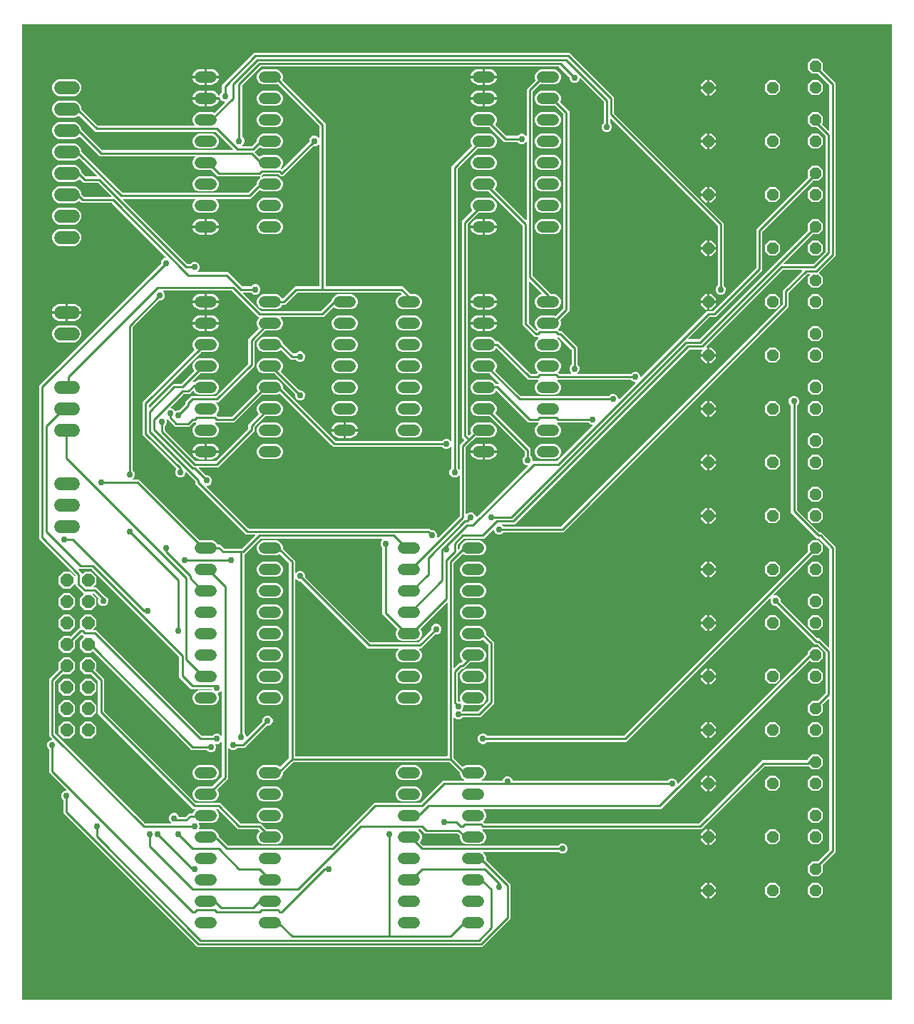
<source format=gbr>
G04 EAGLE Gerber RS-274X export*
G75*
%MOMM*%
%FSLAX34Y34*%
%LPD*%
%INBottom Copper*%
%IPPOS*%
%AMOC8*
5,1,8,0,0,1.08239X$1,22.5*%
G01*
%ADD10C,1.320800*%
%ADD11P,1.429621X8X292.500000*%
%ADD12P,1.429621X8X22.500000*%
%ADD13C,1.524000*%
%ADD14P,1.649562X8X292.500000*%
%ADD15C,0.254000*%
%ADD16C,0.756400*%

G36*
X1081098Y86364D02*
X1081098Y86364D01*
X1081117Y86362D01*
X1081219Y86384D01*
X1081321Y86400D01*
X1081338Y86410D01*
X1081358Y86414D01*
X1081447Y86467D01*
X1081538Y86516D01*
X1081552Y86530D01*
X1081569Y86540D01*
X1081636Y86619D01*
X1081708Y86694D01*
X1081716Y86712D01*
X1081729Y86727D01*
X1081768Y86823D01*
X1081811Y86917D01*
X1081813Y86937D01*
X1081821Y86955D01*
X1081839Y87122D01*
X1081839Y1243078D01*
X1081836Y1243098D01*
X1081838Y1243117D01*
X1081816Y1243219D01*
X1081800Y1243321D01*
X1081790Y1243338D01*
X1081786Y1243358D01*
X1081733Y1243447D01*
X1081684Y1243538D01*
X1081670Y1243552D01*
X1081660Y1243569D01*
X1081581Y1243636D01*
X1081506Y1243708D01*
X1081488Y1243716D01*
X1081473Y1243729D01*
X1081377Y1243768D01*
X1081283Y1243811D01*
X1081263Y1243813D01*
X1081245Y1243821D01*
X1081078Y1243839D01*
X49022Y1243839D01*
X49002Y1243836D01*
X48983Y1243838D01*
X48881Y1243816D01*
X48779Y1243800D01*
X48762Y1243790D01*
X48742Y1243786D01*
X48653Y1243733D01*
X48562Y1243684D01*
X48548Y1243670D01*
X48531Y1243660D01*
X48464Y1243581D01*
X48392Y1243506D01*
X48384Y1243488D01*
X48371Y1243473D01*
X48332Y1243377D01*
X48289Y1243283D01*
X48287Y1243263D01*
X48279Y1243245D01*
X48261Y1243078D01*
X48261Y87122D01*
X48264Y87102D01*
X48262Y87083D01*
X48284Y86981D01*
X48300Y86879D01*
X48310Y86862D01*
X48314Y86842D01*
X48367Y86753D01*
X48416Y86662D01*
X48430Y86648D01*
X48440Y86631D01*
X48519Y86564D01*
X48594Y86492D01*
X48612Y86484D01*
X48627Y86471D01*
X48723Y86432D01*
X48817Y86389D01*
X48837Y86387D01*
X48855Y86379D01*
X49022Y86361D01*
X1081078Y86361D01*
X1081098Y86364D01*
G37*
%LPC*%
G36*
X256718Y148462D02*
X256718Y148462D01*
X254411Y150769D01*
X100096Y305084D01*
X97789Y307391D01*
X97789Y322827D01*
X97775Y322917D01*
X97767Y323008D01*
X97755Y323038D01*
X97750Y323070D01*
X97707Y323150D01*
X97671Y323234D01*
X97645Y323266D01*
X97634Y323287D01*
X97611Y323309D01*
X97566Y323365D01*
X96201Y324730D01*
X95277Y326961D01*
X95277Y329375D01*
X96201Y331606D01*
X97908Y333313D01*
X100139Y334237D01*
X100474Y334237D01*
X100545Y334248D01*
X100617Y334250D01*
X100666Y334268D01*
X100717Y334276D01*
X100781Y334310D01*
X100848Y334335D01*
X100889Y334367D01*
X100935Y334392D01*
X100984Y334444D01*
X101040Y334488D01*
X101068Y334532D01*
X101104Y334570D01*
X101134Y334635D01*
X101173Y334695D01*
X101186Y334746D01*
X101208Y334793D01*
X101216Y334864D01*
X101233Y334934D01*
X101229Y334986D01*
X101235Y335037D01*
X101219Y335108D01*
X101214Y335179D01*
X101194Y335227D01*
X101182Y335278D01*
X101146Y335339D01*
X101118Y335405D01*
X101073Y335461D01*
X101056Y335489D01*
X101038Y335504D01*
X101013Y335536D01*
X83205Y353344D01*
X80898Y355651D01*
X80898Y383152D01*
X80884Y383242D01*
X80876Y383333D01*
X80864Y383363D01*
X80859Y383395D01*
X80816Y383475D01*
X80780Y383559D01*
X80754Y383591D01*
X80743Y383612D01*
X80720Y383634D01*
X80675Y383690D01*
X79310Y385055D01*
X78386Y387286D01*
X78386Y389700D01*
X79310Y391931D01*
X81017Y393638D01*
X83248Y394562D01*
X83583Y394562D01*
X83654Y394573D01*
X83726Y394575D01*
X83775Y394593D01*
X83826Y394601D01*
X83890Y394635D01*
X83957Y394660D01*
X83998Y394692D01*
X84044Y394717D01*
X84093Y394769D01*
X84149Y394813D01*
X84177Y394857D01*
X84213Y394895D01*
X84243Y394960D01*
X84282Y395020D01*
X84295Y395071D01*
X84317Y395118D01*
X84325Y395189D01*
X84342Y395259D01*
X84338Y395311D01*
X84344Y395362D01*
X84328Y395433D01*
X84323Y395504D01*
X84303Y395552D01*
X84291Y395603D01*
X84255Y395664D01*
X84227Y395730D01*
X84182Y395786D01*
X84165Y395814D01*
X84147Y395829D01*
X84122Y395861D01*
X83205Y396778D01*
X80898Y399085D01*
X80898Y467182D01*
X91470Y477754D01*
X91523Y477828D01*
X91583Y477898D01*
X91595Y477928D01*
X91614Y477954D01*
X91641Y478041D01*
X91675Y478126D01*
X91679Y478167D01*
X91686Y478189D01*
X91685Y478221D01*
X91693Y478293D01*
X91693Y486704D01*
X97496Y492507D01*
X105704Y492507D01*
X111507Y486704D01*
X111507Y478496D01*
X105704Y472693D01*
X97495Y472693D01*
X97493Y472696D01*
X97405Y472752D01*
X97321Y472812D01*
X97302Y472818D01*
X97286Y472829D01*
X97185Y472854D01*
X97086Y472885D01*
X97066Y472884D01*
X97047Y472889D01*
X96944Y472881D01*
X96841Y472878D01*
X96822Y472871D01*
X96802Y472870D01*
X96707Y472829D01*
X96610Y472794D01*
X96594Y472781D01*
X96576Y472773D01*
X96445Y472669D01*
X88235Y464459D01*
X88190Y464396D01*
X88164Y464369D01*
X88159Y464358D01*
X88122Y464315D01*
X88110Y464285D01*
X88091Y464259D01*
X88064Y464172D01*
X88030Y464087D01*
X88026Y464046D01*
X88019Y464024D01*
X88020Y463992D01*
X88012Y463920D01*
X88012Y402347D01*
X88026Y402256D01*
X88034Y402166D01*
X88046Y402136D01*
X88051Y402104D01*
X88094Y402023D01*
X88130Y401939D01*
X88156Y401907D01*
X88167Y401886D01*
X88190Y401864D01*
X88235Y401808D01*
X194290Y295753D01*
X194364Y295700D01*
X194434Y295640D01*
X194464Y295628D01*
X194490Y295609D01*
X194577Y295582D01*
X194662Y295548D01*
X194703Y295544D01*
X194725Y295537D01*
X194757Y295538D01*
X194829Y295530D01*
X224910Y295530D01*
X224981Y295541D01*
X225052Y295543D01*
X225101Y295561D01*
X225153Y295569D01*
X225216Y295603D01*
X225283Y295628D01*
X225324Y295660D01*
X225370Y295685D01*
X225419Y295737D01*
X225475Y295781D01*
X225504Y295825D01*
X225539Y295863D01*
X225570Y295928D01*
X225608Y295988D01*
X225621Y296039D01*
X225643Y296086D01*
X225651Y296157D01*
X225669Y296227D01*
X225664Y296279D01*
X225670Y296330D01*
X225655Y296401D01*
X225649Y296472D01*
X225629Y296520D01*
X225618Y296571D01*
X225581Y296632D01*
X225553Y296698D01*
X225508Y296754D01*
X225492Y296782D01*
X225474Y296797D01*
X225448Y296829D01*
X224090Y298187D01*
X223166Y300418D01*
X223166Y302832D01*
X224090Y305063D01*
X225797Y306770D01*
X228028Y307694D01*
X230442Y307694D01*
X232673Y306770D01*
X234380Y305063D01*
X235135Y303239D01*
X235197Y303139D01*
X235257Y303039D01*
X235262Y303035D01*
X235265Y303030D01*
X235355Y302955D01*
X235444Y302879D01*
X235450Y302877D01*
X235454Y302873D01*
X235563Y302831D01*
X235672Y302787D01*
X235679Y302786D01*
X235684Y302785D01*
X235702Y302784D01*
X235839Y302769D01*
X241924Y302769D01*
X242015Y302783D01*
X242105Y302791D01*
X242135Y302803D01*
X242167Y302808D01*
X242248Y302851D01*
X242332Y302887D01*
X242364Y302913D01*
X242385Y302924D01*
X242407Y302947D01*
X242463Y302992D01*
X247066Y307595D01*
X251122Y307595D01*
X251236Y307614D01*
X251353Y307631D01*
X251358Y307633D01*
X251364Y307634D01*
X251467Y307689D01*
X251572Y307742D01*
X251576Y307747D01*
X251582Y307750D01*
X251662Y307834D01*
X251744Y307918D01*
X251748Y307924D01*
X251751Y307928D01*
X251759Y307945D01*
X251825Y308065D01*
X252559Y309836D01*
X253969Y311247D01*
X254011Y311305D01*
X254061Y311357D01*
X254083Y311404D01*
X254113Y311446D01*
X254134Y311515D01*
X254164Y311580D01*
X254170Y311632D01*
X254185Y311682D01*
X254183Y311753D01*
X254191Y311824D01*
X254180Y311875D01*
X254179Y311927D01*
X254154Y311995D01*
X254139Y312065D01*
X254112Y312110D01*
X254094Y312158D01*
X254050Y312214D01*
X254013Y312276D01*
X253973Y312310D01*
X253941Y312350D01*
X253880Y312389D01*
X253826Y312436D01*
X253778Y312455D01*
X253734Y312483D01*
X253664Y312501D01*
X253598Y312528D01*
X253526Y312536D01*
X253495Y312544D01*
X253472Y312542D01*
X253431Y312546D01*
X251892Y312546D01*
X138810Y425628D01*
X138810Y463920D01*
X138796Y464011D01*
X138788Y464101D01*
X138776Y464131D01*
X138771Y464163D01*
X138728Y464244D01*
X138692Y464328D01*
X138666Y464360D01*
X138655Y464381D01*
X138632Y464403D01*
X138615Y464424D01*
X138610Y464432D01*
X138606Y464436D01*
X138587Y464459D01*
X130576Y472470D01*
X130502Y472523D01*
X130432Y472583D01*
X130402Y472595D01*
X130376Y472614D01*
X130289Y472641D01*
X130204Y472675D01*
X130163Y472679D01*
X130141Y472686D01*
X130109Y472685D01*
X130037Y472693D01*
X122896Y472693D01*
X117093Y478496D01*
X117093Y486704D01*
X122896Y492507D01*
X131104Y492507D01*
X136907Y486704D01*
X136907Y478496D01*
X136296Y477886D01*
X136285Y477870D01*
X136269Y477858D01*
X136213Y477770D01*
X136153Y477686D01*
X136147Y477667D01*
X136136Y477651D01*
X136111Y477550D01*
X136080Y477451D01*
X136081Y477431D01*
X136076Y477412D01*
X136084Y477309D01*
X136087Y477205D01*
X136094Y477187D01*
X136095Y477167D01*
X136136Y477072D01*
X136171Y476974D01*
X136184Y476959D01*
X136192Y476941D01*
X136296Y476810D01*
X145924Y467182D01*
X145924Y428890D01*
X145938Y428799D01*
X145946Y428709D01*
X145958Y428679D01*
X145963Y428647D01*
X146006Y428566D01*
X146042Y428482D01*
X146068Y428450D01*
X146079Y428429D01*
X146102Y428407D01*
X146147Y428351D01*
X254615Y319883D01*
X254689Y319830D01*
X254759Y319770D01*
X254789Y319758D01*
X254815Y319739D01*
X254902Y319712D01*
X254987Y319678D01*
X255028Y319674D01*
X255050Y319667D01*
X255082Y319668D01*
X255154Y319660D01*
X283794Y319660D01*
X307701Y295753D01*
X307775Y295700D01*
X307845Y295640D01*
X307875Y295628D01*
X307901Y295609D01*
X307988Y295582D01*
X308073Y295548D01*
X308114Y295544D01*
X308136Y295537D01*
X308168Y295538D01*
X308240Y295530D01*
X331617Y295530D01*
X331713Y295545D01*
X331810Y295555D01*
X331834Y295565D01*
X331860Y295569D01*
X331945Y295615D01*
X332035Y295655D01*
X332054Y295672D01*
X332077Y295685D01*
X332143Y295754D01*
X332155Y295675D01*
X332162Y295578D01*
X332173Y295554D01*
X332176Y295528D01*
X332221Y295441D01*
X332259Y295351D01*
X332279Y295326D01*
X332288Y295308D01*
X332312Y295285D01*
X332364Y295220D01*
X334361Y293223D01*
X339070Y288514D01*
X339144Y288461D01*
X339214Y288401D01*
X339244Y288389D01*
X339270Y288370D01*
X339357Y288343D01*
X339442Y288309D01*
X339483Y288305D01*
X339505Y288298D01*
X339537Y288299D01*
X339609Y288291D01*
X351272Y288291D01*
X354540Y286937D01*
X357041Y284436D01*
X358395Y281168D01*
X358395Y277632D01*
X357041Y274364D01*
X354540Y271863D01*
X351272Y270509D01*
X334528Y270509D01*
X331260Y271863D01*
X328759Y274364D01*
X327405Y277632D01*
X327405Y281168D01*
X328759Y284436D01*
X330385Y286062D01*
X330397Y286079D01*
X330412Y286091D01*
X330444Y286140D01*
X330445Y286141D01*
X330446Y286144D01*
X330468Y286178D01*
X330529Y286262D01*
X330534Y286281D01*
X330545Y286298D01*
X330571Y286398D01*
X330601Y286497D01*
X330600Y286517D01*
X330605Y286536D01*
X330597Y286639D01*
X330595Y286743D01*
X330588Y286762D01*
X330586Y286782D01*
X330546Y286877D01*
X330510Y286974D01*
X330498Y286990D01*
X330490Y287008D01*
X330385Y287139D01*
X329331Y288193D01*
X329257Y288246D01*
X329187Y288306D01*
X329157Y288318D01*
X329131Y288337D01*
X329044Y288364D01*
X328959Y288398D01*
X328918Y288402D01*
X328896Y288409D01*
X328864Y288408D01*
X328792Y288416D01*
X304978Y288416D01*
X281071Y312323D01*
X280997Y312376D01*
X280927Y312436D01*
X280897Y312448D01*
X280871Y312467D01*
X280784Y312494D01*
X280699Y312528D01*
X280658Y312532D01*
X280636Y312539D01*
X280604Y312538D01*
X280532Y312546D01*
X279969Y312546D01*
X279898Y312535D01*
X279826Y312533D01*
X279778Y312515D01*
X279726Y312507D01*
X279663Y312473D01*
X279595Y312448D01*
X279555Y312416D01*
X279509Y312391D01*
X279459Y312339D01*
X279403Y312295D01*
X279375Y312251D01*
X279339Y312213D01*
X279309Y312148D01*
X279270Y312088D01*
X279258Y312037D01*
X279236Y311990D01*
X279228Y311919D01*
X279210Y311849D01*
X279214Y311797D01*
X279209Y311746D01*
X279224Y311675D01*
X279230Y311604D01*
X279250Y311556D01*
X279261Y311505D01*
X279298Y311444D01*
X279326Y311378D01*
X279371Y311322D01*
X279387Y311294D01*
X279405Y311279D01*
X279431Y311247D01*
X280841Y309836D01*
X282195Y306568D01*
X282195Y303032D01*
X280841Y299764D01*
X278340Y297263D01*
X275072Y295909D01*
X259443Y295909D01*
X259397Y295902D01*
X259351Y295904D01*
X259277Y295882D01*
X259200Y295870D01*
X259159Y295848D01*
X259115Y295835D01*
X259051Y295791D01*
X258982Y295754D01*
X258951Y295721D01*
X258913Y295695D01*
X258867Y295632D01*
X258813Y295576D01*
X258794Y295534D01*
X258766Y295498D01*
X258742Y295424D01*
X258709Y295353D01*
X258704Y295307D01*
X258690Y295264D01*
X258691Y295186D01*
X258682Y295109D01*
X258692Y295064D01*
X258693Y295018D01*
X258731Y294886D01*
X258735Y294868D01*
X258737Y294864D01*
X258739Y294857D01*
X259434Y293180D01*
X259434Y290766D01*
X258844Y289343D01*
X258834Y289299D01*
X258815Y289257D01*
X258806Y289180D01*
X258788Y289104D01*
X258793Y289058D01*
X258788Y289013D01*
X258804Y288936D01*
X258811Y288859D01*
X258830Y288817D01*
X258840Y288772D01*
X258880Y288705D01*
X258911Y288634D01*
X258942Y288600D01*
X258966Y288561D01*
X259025Y288510D01*
X259078Y288453D01*
X259118Y288431D01*
X259153Y288401D01*
X259225Y288372D01*
X259293Y288335D01*
X259338Y288326D01*
X259381Y288309D01*
X259517Y288294D01*
X259535Y288291D01*
X259540Y288292D01*
X259548Y288291D01*
X275072Y288291D01*
X278340Y286937D01*
X280841Y284436D01*
X282195Y281168D01*
X282195Y280554D01*
X282209Y280463D01*
X282217Y280373D01*
X282229Y280343D01*
X282234Y280311D01*
X282277Y280230D01*
X282313Y280146D01*
X282339Y280114D01*
X282350Y280093D01*
X282373Y280071D01*
X282418Y280015D01*
X293223Y269210D01*
X293297Y269157D01*
X293367Y269097D01*
X293397Y269085D01*
X293423Y269066D01*
X293510Y269039D01*
X293595Y269005D01*
X293636Y269001D01*
X293658Y268994D01*
X293690Y268995D01*
X293762Y268987D01*
X415660Y268987D01*
X415751Y269001D01*
X415841Y269009D01*
X415871Y269021D01*
X415903Y269026D01*
X415984Y269069D01*
X416068Y269105D01*
X416100Y269131D01*
X416121Y269142D01*
X416143Y269165D01*
X416199Y269210D01*
X466649Y319660D01*
X521832Y319660D01*
X521923Y319674D01*
X522013Y319682D01*
X522043Y319694D01*
X522075Y319699D01*
X522156Y319742D01*
X522240Y319778D01*
X522272Y319804D01*
X522293Y319815D01*
X522315Y319838D01*
X522371Y319883D01*
X548691Y346203D01*
X573223Y346203D01*
X573319Y346218D01*
X573416Y346228D01*
X573440Y346238D01*
X573466Y346242D01*
X573552Y346288D01*
X573641Y346328D01*
X573661Y346345D01*
X573684Y346358D01*
X573751Y346428D01*
X573822Y346494D01*
X573835Y346517D01*
X573853Y346536D01*
X573894Y346624D01*
X573941Y346710D01*
X573946Y346735D01*
X573957Y346759D01*
X573967Y346856D01*
X573985Y346952D01*
X573981Y346978D01*
X573984Y347003D01*
X573963Y347099D01*
X573949Y347195D01*
X573937Y347218D01*
X573931Y347244D01*
X573881Y347328D01*
X573837Y347414D01*
X573819Y347432D01*
X573805Y347455D01*
X573731Y347518D01*
X573662Y347586D01*
X573633Y347602D01*
X573618Y347615D01*
X573588Y347627D01*
X573515Y347667D01*
X572560Y348063D01*
X570059Y350564D01*
X568705Y353832D01*
X568705Y354954D01*
X568691Y355045D01*
X568683Y355135D01*
X568671Y355165D01*
X568666Y355197D01*
X568623Y355278D01*
X568587Y355362D01*
X568561Y355394D01*
X568550Y355415D01*
X568527Y355437D01*
X568482Y355493D01*
X568101Y355874D01*
X556153Y367822D01*
X556079Y367875D01*
X556009Y367935D01*
X555979Y367947D01*
X555953Y367966D01*
X555866Y367993D01*
X555781Y368027D01*
X555740Y368031D01*
X555718Y368038D01*
X555686Y368037D01*
X555614Y368045D01*
X370978Y368045D01*
X370887Y368031D01*
X370797Y368023D01*
X370767Y368011D01*
X370735Y368006D01*
X370654Y367963D01*
X370570Y367927D01*
X370538Y367901D01*
X370517Y367890D01*
X370498Y367870D01*
X370495Y367868D01*
X370491Y367863D01*
X370439Y367822D01*
X358618Y356001D01*
X358565Y355927D01*
X358505Y355857D01*
X358493Y355827D01*
X358474Y355801D01*
X358447Y355714D01*
X358413Y355629D01*
X358409Y355588D01*
X358402Y355566D01*
X358403Y355534D01*
X358395Y355462D01*
X358395Y353832D01*
X357041Y350564D01*
X354540Y348063D01*
X351272Y346709D01*
X334528Y346709D01*
X331260Y348063D01*
X328759Y350564D01*
X327405Y353832D01*
X327405Y357368D01*
X328759Y360636D01*
X331260Y363137D01*
X334528Y364491D01*
X351272Y364491D01*
X354540Y363137D01*
X354579Y363099D01*
X354595Y363087D01*
X354608Y363071D01*
X354695Y363015D01*
X354779Y362955D01*
X354798Y362949D01*
X354814Y362938D01*
X354915Y362913D01*
X355014Y362883D01*
X355034Y362883D01*
X355053Y362878D01*
X355156Y362886D01*
X355260Y362889D01*
X355278Y362896D01*
X355298Y362897D01*
X355393Y362938D01*
X355491Y362973D01*
X355506Y362986D01*
X355525Y362994D01*
X355655Y363098D01*
X365409Y372852D01*
X365457Y372919D01*
X365462Y372924D01*
X365464Y372928D01*
X365522Y372996D01*
X365534Y373026D01*
X365553Y373052D01*
X365580Y373139D01*
X365614Y373224D01*
X365618Y373265D01*
X365625Y373287D01*
X365624Y373319D01*
X365632Y373391D01*
X365632Y603874D01*
X365618Y603965D01*
X365610Y604055D01*
X365598Y604085D01*
X365593Y604117D01*
X365550Y604198D01*
X365514Y604282D01*
X365488Y604314D01*
X365477Y604335D01*
X365454Y604357D01*
X365409Y604413D01*
X355267Y614555D01*
X355172Y614624D01*
X355078Y614693D01*
X355072Y614695D01*
X355067Y614699D01*
X354956Y614733D01*
X354844Y614769D01*
X354838Y614769D01*
X354832Y614771D01*
X354715Y614768D01*
X354598Y614767D01*
X354591Y614765D01*
X354586Y614765D01*
X354569Y614758D01*
X354437Y614720D01*
X351272Y613409D01*
X334528Y613409D01*
X331260Y614763D01*
X328759Y617264D01*
X327405Y620532D01*
X327405Y624068D01*
X328759Y627336D01*
X331260Y629837D01*
X334528Y631191D01*
X351272Y631191D01*
X354540Y629837D01*
X357041Y627336D01*
X358395Y624068D01*
X358395Y621803D01*
X358409Y621712D01*
X358417Y621622D01*
X358429Y621592D01*
X358434Y621560D01*
X358477Y621479D01*
X358513Y621395D01*
X358539Y621363D01*
X358550Y621342D01*
X358573Y621320D01*
X358618Y621264D01*
X372746Y607136D01*
X372746Y593097D01*
X372757Y593026D01*
X372759Y592955D01*
X372777Y592906D01*
X372785Y592854D01*
X372819Y592791D01*
X372844Y592724D01*
X372876Y592683D01*
X372901Y592637D01*
X372953Y592588D01*
X372997Y592532D01*
X373041Y592503D01*
X373079Y592468D01*
X373144Y592437D01*
X373204Y592399D01*
X373255Y592386D01*
X373302Y592364D01*
X373373Y592356D01*
X373443Y592338D01*
X373495Y592343D01*
X373546Y592337D01*
X373617Y592352D01*
X373688Y592358D01*
X373736Y592378D01*
X373787Y592389D01*
X373848Y592426D01*
X373914Y592454D01*
X373970Y592499D01*
X373998Y592515D01*
X374013Y592533D01*
X374045Y592559D01*
X375403Y593917D01*
X377634Y594841D01*
X380048Y594841D01*
X382279Y593917D01*
X383986Y592210D01*
X384910Y589979D01*
X384910Y588049D01*
X384924Y587958D01*
X384932Y587868D01*
X384944Y587838D01*
X384949Y587806D01*
X384992Y587725D01*
X385028Y587641D01*
X385054Y587609D01*
X385065Y587588D01*
X385088Y587566D01*
X385111Y587537D01*
X385113Y587534D01*
X385116Y587531D01*
X385133Y587510D01*
X462133Y510510D01*
X462207Y510457D01*
X462277Y510397D01*
X462307Y510385D01*
X462333Y510366D01*
X462420Y510339D01*
X462505Y510305D01*
X462546Y510301D01*
X462568Y510294D01*
X462600Y510295D01*
X462672Y510287D01*
X519419Y510287D01*
X519510Y510301D01*
X519600Y510309D01*
X519630Y510321D01*
X519662Y510326D01*
X519743Y510369D01*
X519827Y510405D01*
X519859Y510431D01*
X519880Y510442D01*
X519902Y510465D01*
X519958Y510510D01*
X534220Y524772D01*
X534273Y524846D01*
X534333Y524916D01*
X534345Y524946D01*
X534364Y524972D01*
X534391Y525059D01*
X534425Y525144D01*
X534429Y525185D01*
X534436Y525207D01*
X534435Y525239D01*
X534443Y525311D01*
X534443Y527241D01*
X535367Y529472D01*
X537074Y531179D01*
X539305Y532103D01*
X541719Y532103D01*
X543950Y531179D01*
X545657Y529472D01*
X546581Y527241D01*
X546581Y524827D01*
X545657Y522596D01*
X543950Y520889D01*
X541719Y519965D01*
X539789Y519965D01*
X539698Y519951D01*
X539608Y519943D01*
X539578Y519931D01*
X539546Y519926D01*
X539465Y519883D01*
X539381Y519847D01*
X539349Y519821D01*
X539328Y519810D01*
X539306Y519787D01*
X539250Y519742D01*
X522681Y503173D01*
X521142Y503173D01*
X521071Y503162D01*
X520999Y503160D01*
X520951Y503142D01*
X520899Y503134D01*
X520836Y503100D01*
X520768Y503075D01*
X520728Y503043D01*
X520682Y503018D01*
X520632Y502966D01*
X520576Y502922D01*
X520548Y502878D01*
X520512Y502840D01*
X520482Y502775D01*
X520443Y502715D01*
X520431Y502664D01*
X520409Y502617D01*
X520401Y502546D01*
X520383Y502476D01*
X520387Y502424D01*
X520382Y502373D01*
X520397Y502302D01*
X520403Y502231D01*
X520423Y502183D01*
X520434Y502132D01*
X520471Y502071D01*
X520499Y502005D01*
X520544Y501949D01*
X520560Y501921D01*
X520578Y501906D01*
X520604Y501874D01*
X522141Y500336D01*
X523495Y497068D01*
X523495Y493532D01*
X522141Y490264D01*
X519640Y487763D01*
X516372Y486409D01*
X499628Y486409D01*
X496360Y487763D01*
X493859Y490264D01*
X492505Y493532D01*
X492505Y497068D01*
X493859Y500336D01*
X495396Y501874D01*
X495438Y501932D01*
X495488Y501984D01*
X495510Y502031D01*
X495540Y502073D01*
X495561Y502142D01*
X495591Y502207D01*
X495597Y502259D01*
X495612Y502309D01*
X495610Y502380D01*
X495618Y502451D01*
X495607Y502502D01*
X495606Y502554D01*
X495581Y502622D01*
X495566Y502692D01*
X495539Y502737D01*
X495521Y502785D01*
X495477Y502841D01*
X495440Y502903D01*
X495400Y502937D01*
X495368Y502977D01*
X495307Y503016D01*
X495253Y503063D01*
X495205Y503082D01*
X495161Y503110D01*
X495091Y503128D01*
X495025Y503155D01*
X494953Y503163D01*
X494922Y503171D01*
X494899Y503169D01*
X494858Y503173D01*
X459410Y503173D01*
X380103Y582480D01*
X380029Y582533D01*
X379959Y582593D01*
X379929Y582605D01*
X379903Y582624D01*
X379816Y582651D01*
X379731Y582685D01*
X379690Y582689D01*
X379668Y582696D01*
X379636Y582695D01*
X379564Y582703D01*
X377634Y582703D01*
X375403Y583627D01*
X374045Y584985D01*
X373987Y585027D01*
X373935Y585076D01*
X373888Y585098D01*
X373846Y585129D01*
X373777Y585150D01*
X373712Y585180D01*
X373660Y585186D01*
X373610Y585201D01*
X373539Y585199D01*
X373468Y585207D01*
X373417Y585196D01*
X373365Y585195D01*
X373297Y585170D01*
X373227Y585155D01*
X373182Y585128D01*
X373134Y585110D01*
X373078Y585065D01*
X373016Y585029D01*
X372982Y584989D01*
X372942Y584957D01*
X372903Y584896D01*
X372856Y584842D01*
X372837Y584794D01*
X372809Y584750D01*
X372791Y584680D01*
X372764Y584614D01*
X372756Y584542D01*
X372748Y584511D01*
X372750Y584488D01*
X372746Y584447D01*
X372746Y375920D01*
X372749Y375900D01*
X372747Y375881D01*
X372769Y375779D01*
X372785Y375677D01*
X372795Y375660D01*
X372799Y375640D01*
X372852Y375551D01*
X372901Y375460D01*
X372915Y375446D01*
X372925Y375429D01*
X373004Y375362D01*
X373079Y375290D01*
X373097Y375282D01*
X373112Y375269D01*
X373208Y375230D01*
X373302Y375187D01*
X373322Y375185D01*
X373340Y375177D01*
X373507Y375159D01*
X553085Y375159D01*
X553105Y375162D01*
X553124Y375160D01*
X553226Y375182D01*
X553328Y375198D01*
X553345Y375208D01*
X553365Y375212D01*
X553454Y375265D01*
X553545Y375314D01*
X553559Y375328D01*
X553576Y375338D01*
X553643Y375417D01*
X553715Y375492D01*
X553723Y375510D01*
X553736Y375525D01*
X553775Y375621D01*
X553818Y375715D01*
X553820Y375735D01*
X553828Y375753D01*
X553846Y375920D01*
X553846Y556630D01*
X553835Y556701D01*
X553833Y556773D01*
X553815Y556822D01*
X553807Y556873D01*
X553773Y556936D01*
X553748Y557004D01*
X553716Y557045D01*
X553691Y557091D01*
X553640Y557140D01*
X553595Y557196D01*
X553551Y557224D01*
X553513Y557260D01*
X553448Y557290D01*
X553388Y557329D01*
X553337Y557342D01*
X553290Y557364D01*
X553219Y557372D01*
X553149Y557389D01*
X553097Y557385D01*
X553046Y557391D01*
X552975Y557375D01*
X552904Y557370D01*
X552856Y557350D01*
X552805Y557338D01*
X552744Y557302D01*
X552678Y557274D01*
X552622Y557229D01*
X552594Y557212D01*
X552579Y557194D01*
X552547Y557169D01*
X522166Y526788D01*
X522154Y526772D01*
X522139Y526759D01*
X522082Y526672D01*
X522022Y526588D01*
X522017Y526569D01*
X522006Y526552D01*
X521980Y526452D01*
X521950Y526353D01*
X521951Y526333D01*
X521946Y526314D01*
X521954Y526211D01*
X521956Y526107D01*
X521963Y526088D01*
X521965Y526069D01*
X522005Y525974D01*
X522041Y525876D01*
X522053Y525861D01*
X522061Y525842D01*
X522136Y525749D01*
X523495Y522468D01*
X523495Y518932D01*
X522141Y515664D01*
X519640Y513163D01*
X516372Y511809D01*
X499628Y511809D01*
X496360Y513163D01*
X493859Y515664D01*
X492505Y518932D01*
X492505Y522468D01*
X493892Y525817D01*
X493914Y525847D01*
X493920Y525866D01*
X493931Y525883D01*
X493956Y525984D01*
X493986Y526082D01*
X493986Y526102D01*
X493991Y526122D01*
X493983Y526225D01*
X493980Y526328D01*
X493973Y526347D01*
X493972Y526367D01*
X493931Y526462D01*
X493896Y526559D01*
X493883Y526575D01*
X493875Y526594D01*
X493771Y526724D01*
X478937Y541558D01*
X476630Y543865D01*
X476630Y622039D01*
X476616Y622129D01*
X476608Y622220D01*
X476596Y622250D01*
X476591Y622282D01*
X476548Y622362D01*
X476512Y622446D01*
X476486Y622478D01*
X476475Y622499D01*
X476452Y622521D01*
X476407Y622577D01*
X475042Y623942D01*
X474118Y626173D01*
X474118Y628587D01*
X475042Y630818D01*
X476400Y632176D01*
X476442Y632234D01*
X476491Y632286D01*
X476513Y632333D01*
X476544Y632375D01*
X476565Y632444D01*
X476595Y632509D01*
X476601Y632561D01*
X476616Y632611D01*
X476614Y632682D01*
X476622Y632753D01*
X476611Y632804D01*
X476610Y632856D01*
X476585Y632924D01*
X476570Y632994D01*
X476543Y633039D01*
X476525Y633087D01*
X476480Y633143D01*
X476444Y633205D01*
X476404Y633239D01*
X476372Y633279D01*
X476311Y633318D01*
X476257Y633365D01*
X476209Y633384D01*
X476165Y633412D01*
X476095Y633430D01*
X476029Y633457D01*
X475957Y633465D01*
X475926Y633473D01*
X475903Y633471D01*
X475862Y633475D01*
X332370Y633475D01*
X332279Y633461D01*
X332189Y633453D01*
X332159Y633441D01*
X332127Y633436D01*
X332046Y633393D01*
X331962Y633357D01*
X331930Y633331D01*
X331909Y633320D01*
X331887Y633297D01*
X331831Y633252D01*
X312644Y614065D01*
X312591Y613991D01*
X312531Y613921D01*
X312519Y613891D01*
X312500Y613865D01*
X312473Y613778D01*
X312439Y613693D01*
X312435Y613652D01*
X312428Y613630D01*
X312429Y613598D01*
X312421Y613526D01*
X312421Y403486D01*
X312435Y403396D01*
X312443Y403305D01*
X312455Y403275D01*
X312460Y403243D01*
X312503Y403163D01*
X312539Y403079D01*
X312565Y403047D01*
X312576Y403026D01*
X312599Y403004D01*
X312644Y402948D01*
X314009Y401583D01*
X314933Y399352D01*
X314933Y399017D01*
X314944Y398946D01*
X314946Y398874D01*
X314964Y398825D01*
X314972Y398774D01*
X315006Y398711D01*
X315031Y398643D01*
X315063Y398602D01*
X315088Y398556D01*
X315139Y398507D01*
X315184Y398451D01*
X315228Y398423D01*
X315266Y398387D01*
X315331Y398357D01*
X315391Y398318D01*
X315442Y398305D01*
X315489Y398283D01*
X315560Y398275D01*
X315630Y398258D01*
X315682Y398262D01*
X315733Y398256D01*
X315804Y398272D01*
X315875Y398277D01*
X315923Y398297D01*
X315974Y398309D01*
X316035Y398345D01*
X316101Y398373D01*
X316157Y398418D01*
X316185Y398435D01*
X316200Y398453D01*
X316232Y398478D01*
X333941Y416187D01*
X333994Y416261D01*
X334054Y416331D01*
X334066Y416361D01*
X334085Y416387D01*
X334112Y416474D01*
X334146Y416559D01*
X334150Y416600D01*
X334157Y416622D01*
X334156Y416654D01*
X334164Y416726D01*
X334164Y418656D01*
X335088Y420887D01*
X336795Y422594D01*
X339026Y423518D01*
X341440Y423518D01*
X343671Y422594D01*
X345378Y420887D01*
X346302Y418656D01*
X346302Y416242D01*
X345378Y414011D01*
X343671Y412304D01*
X341440Y411380D01*
X339510Y411380D01*
X339419Y411366D01*
X339329Y411358D01*
X339299Y411346D01*
X339267Y411341D01*
X339186Y411298D01*
X339102Y411262D01*
X339070Y411236D01*
X339049Y411225D01*
X339027Y411202D01*
X338971Y411157D01*
X315057Y387243D01*
X312750Y384936D01*
X304553Y384936D01*
X304463Y384922D01*
X304372Y384914D01*
X304342Y384902D01*
X304310Y384897D01*
X304230Y384854D01*
X304146Y384818D01*
X304114Y384792D01*
X304093Y384781D01*
X304071Y384758D01*
X304015Y384713D01*
X302650Y383348D01*
X300419Y382424D01*
X298005Y382424D01*
X295774Y383348D01*
X294416Y384706D01*
X294358Y384748D01*
X294306Y384797D01*
X294259Y384819D01*
X294217Y384850D01*
X294148Y384871D01*
X294083Y384901D01*
X294031Y384907D01*
X293981Y384922D01*
X293910Y384920D01*
X293839Y384928D01*
X293788Y384917D01*
X293736Y384916D01*
X293668Y384891D01*
X293598Y384876D01*
X293553Y384849D01*
X293505Y384831D01*
X293449Y384786D01*
X293387Y384750D01*
X293353Y384710D01*
X293313Y384678D01*
X293274Y384617D01*
X293227Y384563D01*
X293208Y384515D01*
X293180Y384471D01*
X293162Y384401D01*
X293135Y384335D01*
X293127Y384263D01*
X293119Y384232D01*
X293121Y384209D01*
X293117Y384168D01*
X293117Y348412D01*
X290810Y346105D01*
X280929Y336224D01*
X280918Y336208D01*
X280902Y336195D01*
X280846Y336109D01*
X280786Y336025D01*
X280780Y336005D01*
X280769Y335988D01*
X280744Y335888D01*
X280714Y335790D01*
X280714Y335769D01*
X280709Y335750D01*
X280717Y335647D01*
X280720Y335544D01*
X280727Y335525D01*
X280728Y335505D01*
X280769Y335410D01*
X280804Y335313D01*
X280815Y335300D01*
X282195Y331968D01*
X282195Y328432D01*
X280841Y325164D01*
X278340Y322663D01*
X275072Y321309D01*
X258328Y321309D01*
X255060Y322663D01*
X252559Y325164D01*
X251205Y328432D01*
X251205Y331968D01*
X252559Y335236D01*
X255060Y337737D01*
X258328Y339091D01*
X273420Y339091D01*
X273511Y339105D01*
X273601Y339113D01*
X273631Y339125D01*
X273663Y339130D01*
X273744Y339173D01*
X273828Y339209D01*
X273860Y339235D01*
X273881Y339246D01*
X273885Y339250D01*
X273886Y339251D01*
X273904Y339270D01*
X273959Y339314D01*
X285780Y351135D01*
X285833Y351209D01*
X285893Y351279D01*
X285905Y351309D01*
X285924Y351335D01*
X285951Y351422D01*
X285985Y351507D01*
X285989Y351548D01*
X285996Y351570D01*
X285995Y351602D01*
X286003Y351674D01*
X286003Y391407D01*
X285992Y391478D01*
X285990Y391549D01*
X285972Y391598D01*
X285964Y391650D01*
X285930Y391713D01*
X285905Y391780D01*
X285873Y391821D01*
X285848Y391867D01*
X285796Y391916D01*
X285752Y391972D01*
X285708Y392001D01*
X285670Y392036D01*
X285605Y392067D01*
X285545Y392105D01*
X285494Y392118D01*
X285447Y392140D01*
X285376Y392148D01*
X285306Y392166D01*
X285254Y392161D01*
X285203Y392167D01*
X285132Y392152D01*
X285061Y392146D01*
X285013Y392126D01*
X284962Y392115D01*
X284901Y392078D01*
X284835Y392050D01*
X284779Y392005D01*
X284751Y391989D01*
X284736Y391971D01*
X284704Y391945D01*
X283346Y390587D01*
X281115Y389663D01*
X278893Y389663D01*
X278848Y389656D01*
X278802Y389658D01*
X278727Y389636D01*
X278650Y389624D01*
X278610Y389602D01*
X278565Y389589D01*
X278501Y389545D01*
X278433Y389508D01*
X278401Y389475D01*
X278363Y389449D01*
X278317Y389386D01*
X278263Y389330D01*
X278244Y389288D01*
X278217Y389252D01*
X278192Y389178D01*
X278160Y389107D01*
X278155Y389061D01*
X278140Y389018D01*
X278141Y388940D01*
X278133Y388863D01*
X278142Y388818D01*
X278143Y388772D01*
X278181Y388640D01*
X278185Y388622D01*
X278187Y388618D01*
X278189Y388611D01*
X278738Y387287D01*
X278738Y384873D01*
X277814Y382642D01*
X276107Y380935D01*
X273876Y380011D01*
X271462Y380011D01*
X269231Y380935D01*
X267866Y382300D01*
X267792Y382353D01*
X267723Y382413D01*
X267693Y382425D01*
X267666Y382444D01*
X267580Y382471D01*
X267495Y382505D01*
X267454Y382509D01*
X267431Y382516D01*
X267399Y382515D01*
X267328Y382523D01*
X249479Y382523D01*
X133044Y498958D01*
X133028Y498969D01*
X133016Y498985D01*
X132928Y499041D01*
X132845Y499101D01*
X132826Y499107D01*
X132809Y499118D01*
X132708Y499143D01*
X132610Y499174D01*
X132590Y499173D01*
X132570Y499178D01*
X132467Y499170D01*
X132364Y499167D01*
X132345Y499160D01*
X132325Y499159D01*
X132230Y499118D01*
X132133Y499083D01*
X132117Y499070D01*
X132099Y499062D01*
X131968Y498958D01*
X131104Y498093D01*
X122896Y498093D01*
X117093Y503896D01*
X117093Y512104D01*
X121577Y516587D01*
X121589Y516604D01*
X121604Y516616D01*
X121660Y516703D01*
X121721Y516787D01*
X121726Y516806D01*
X121737Y516823D01*
X121763Y516923D01*
X121793Y517022D01*
X121792Y517042D01*
X121797Y517061D01*
X121789Y517164D01*
X121787Y517268D01*
X121780Y517287D01*
X121778Y517307D01*
X121738Y517401D01*
X121702Y517499D01*
X121690Y517515D01*
X121682Y517533D01*
X121577Y517664D01*
X119982Y519259D01*
X119966Y519271D01*
X119953Y519286D01*
X119866Y519343D01*
X119782Y519403D01*
X119763Y519409D01*
X119746Y519419D01*
X119646Y519445D01*
X119547Y519475D01*
X119527Y519475D01*
X119508Y519479D01*
X119405Y519471D01*
X119301Y519469D01*
X119282Y519462D01*
X119263Y519460D01*
X119168Y519420D01*
X119070Y519384D01*
X119054Y519372D01*
X119036Y519364D01*
X118905Y519259D01*
X111730Y512084D01*
X111677Y512010D01*
X111617Y511940D01*
X111605Y511910D01*
X111586Y511884D01*
X111559Y511797D01*
X111525Y511712D01*
X111521Y511671D01*
X111514Y511649D01*
X111515Y511617D01*
X111507Y511545D01*
X111507Y503896D01*
X105704Y498093D01*
X97496Y498093D01*
X91693Y503896D01*
X91693Y512104D01*
X97496Y517907D01*
X105704Y517907D01*
X106060Y517550D01*
X106076Y517539D01*
X106088Y517523D01*
X106176Y517467D01*
X106260Y517407D01*
X106279Y517401D01*
X106295Y517390D01*
X106396Y517365D01*
X106495Y517334D01*
X106515Y517335D01*
X106534Y517330D01*
X106637Y517338D01*
X106741Y517341D01*
X106759Y517348D01*
X106779Y517349D01*
X106874Y517390D01*
X106972Y517425D01*
X106987Y517438D01*
X107005Y517446D01*
X107136Y517550D01*
X116764Y527178D01*
X117374Y527178D01*
X117445Y527189D01*
X117517Y527191D01*
X117566Y527209D01*
X117617Y527217D01*
X117680Y527251D01*
X117748Y527276D01*
X117788Y527308D01*
X117834Y527333D01*
X117884Y527385D01*
X117940Y527429D01*
X117968Y527473D01*
X118004Y527511D01*
X118034Y527576D01*
X118073Y527636D01*
X118085Y527687D01*
X118107Y527734D01*
X118115Y527805D01*
X118133Y527875D01*
X118129Y527927D01*
X118134Y527978D01*
X118119Y528049D01*
X118114Y528120D01*
X118093Y528168D01*
X118082Y528219D01*
X118045Y528280D01*
X118017Y528346D01*
X117973Y528402D01*
X117956Y528430D01*
X117938Y528445D01*
X117913Y528477D01*
X117093Y529296D01*
X117093Y537504D01*
X122896Y543307D01*
X131104Y543307D01*
X136907Y537504D01*
X136907Y529296D01*
X133674Y526064D01*
X133633Y526006D01*
X133583Y525954D01*
X133561Y525907D01*
X133531Y525865D01*
X133510Y525796D01*
X133480Y525731D01*
X133474Y525679D01*
X133459Y525629D01*
X133460Y525558D01*
X133453Y525487D01*
X133464Y525436D01*
X133465Y525384D01*
X133490Y525316D01*
X133505Y525246D01*
X133532Y525201D01*
X133549Y525153D01*
X133594Y525097D01*
X133631Y525035D01*
X133671Y525001D01*
X133703Y524961D01*
X133763Y524922D01*
X133818Y524875D01*
X133866Y524856D01*
X133910Y524828D01*
X133979Y524810D01*
X134046Y524783D01*
X134117Y524775D01*
X134149Y524767D01*
X134172Y524769D01*
X134213Y524765D01*
X136601Y524765D01*
X261854Y399512D01*
X261928Y399458D01*
X261998Y399399D01*
X262028Y399387D01*
X262054Y399368D01*
X262141Y399341D01*
X262226Y399307D01*
X262267Y399303D01*
X262289Y399296D01*
X262321Y399297D01*
X262393Y399289D01*
X274567Y399289D01*
X274657Y399303D01*
X274748Y399311D01*
X274778Y399323D01*
X274810Y399328D01*
X274890Y399371D01*
X274974Y399407D01*
X275006Y399433D01*
X275027Y399444D01*
X275049Y399467D01*
X275105Y399512D01*
X276470Y400877D01*
X278701Y401801D01*
X281115Y401801D01*
X283346Y400877D01*
X284704Y399519D01*
X284762Y399477D01*
X284814Y399428D01*
X284861Y399406D01*
X284903Y399375D01*
X284972Y399354D01*
X285037Y399324D01*
X285089Y399318D01*
X285139Y399303D01*
X285210Y399305D01*
X285281Y399297D01*
X285332Y399308D01*
X285384Y399309D01*
X285452Y399334D01*
X285522Y399349D01*
X285567Y399376D01*
X285615Y399394D01*
X285671Y399439D01*
X285733Y399475D01*
X285767Y399515D01*
X285807Y399547D01*
X285846Y399608D01*
X285893Y399662D01*
X285912Y399710D01*
X285940Y399754D01*
X285958Y399824D01*
X285985Y399890D01*
X285993Y399962D01*
X286001Y399993D01*
X285999Y400016D01*
X286003Y400057D01*
X286003Y451732D01*
X285992Y451803D01*
X285990Y451874D01*
X285972Y451923D01*
X285964Y451975D01*
X285930Y452038D01*
X285905Y452105D01*
X285873Y452146D01*
X285848Y452192D01*
X285796Y452241D01*
X285752Y452297D01*
X285708Y452326D01*
X285670Y452361D01*
X285605Y452392D01*
X285545Y452430D01*
X285494Y452443D01*
X285447Y452465D01*
X285376Y452473D01*
X285306Y452491D01*
X285254Y452486D01*
X285203Y452492D01*
X285132Y452477D01*
X285061Y452471D01*
X285013Y452451D01*
X284962Y452440D01*
X284901Y452403D01*
X284835Y452375D01*
X284779Y452330D01*
X284751Y452314D01*
X284736Y452296D01*
X284704Y452270D01*
X283346Y450912D01*
X281425Y450117D01*
X281408Y450106D01*
X281389Y450100D01*
X281304Y450042D01*
X281216Y449987D01*
X281203Y449972D01*
X281187Y449960D01*
X281125Y449878D01*
X281059Y449797D01*
X281052Y449779D01*
X281040Y449763D01*
X281008Y449664D01*
X280971Y449568D01*
X280970Y449548D01*
X280964Y449529D01*
X280965Y449425D01*
X280960Y449322D01*
X280966Y449303D01*
X280966Y449283D01*
X281013Y449122D01*
X282195Y446268D01*
X282195Y442732D01*
X280841Y439464D01*
X278340Y436963D01*
X275072Y435609D01*
X258328Y435609D01*
X255060Y436963D01*
X252559Y439464D01*
X251205Y442732D01*
X251205Y446268D01*
X252559Y449536D01*
X255060Y452037D01*
X258328Y453391D01*
X273304Y453391D01*
X273324Y453394D01*
X273344Y453392D01*
X273445Y453414D01*
X273547Y453430D01*
X273565Y453440D01*
X273584Y453444D01*
X273673Y453497D01*
X273764Y453546D01*
X273778Y453560D01*
X273795Y453570D01*
X273863Y453649D01*
X273934Y453724D01*
X273942Y453742D01*
X273955Y453757D01*
X273994Y453853D01*
X274025Y453921D01*
X274037Y453947D01*
X274040Y453967D01*
X274047Y453985D01*
X274066Y454152D01*
X274062Y454172D01*
X274065Y454191D01*
X274043Y454293D01*
X274026Y454395D01*
X274017Y454412D01*
X274012Y454432D01*
X273959Y454521D01*
X273911Y454612D01*
X273896Y454626D01*
X273886Y454643D01*
X273807Y454710D01*
X273732Y454782D01*
X273714Y454790D01*
X273699Y454803D01*
X273603Y454842D01*
X273509Y454885D01*
X273490Y454887D01*
X273471Y454895D01*
X273304Y454913D01*
X249479Y454913D01*
X235330Y469062D01*
X235330Y492876D01*
X235328Y492893D01*
X235329Y492908D01*
X235315Y492973D01*
X235308Y493057D01*
X235296Y493087D01*
X235291Y493119D01*
X235278Y493142D01*
X235277Y493148D01*
X235262Y493174D01*
X235248Y493200D01*
X235212Y493284D01*
X235186Y493316D01*
X235175Y493337D01*
X235152Y493359D01*
X235107Y493415D01*
X131465Y597057D01*
X131391Y597110D01*
X131321Y597170D01*
X131291Y597182D01*
X131265Y597201D01*
X131178Y597228D01*
X131093Y597262D01*
X131052Y597266D01*
X131030Y597273D01*
X130998Y597272D01*
X130926Y597280D01*
X116597Y597280D01*
X116526Y597269D01*
X116454Y597267D01*
X116405Y597249D01*
X116354Y597241D01*
X116290Y597207D01*
X116223Y597182D01*
X116182Y597150D01*
X116136Y597125D01*
X116087Y597073D01*
X116031Y597029D01*
X116003Y596985D01*
X115967Y596947D01*
X115937Y596882D01*
X115898Y596822D01*
X115885Y596771D01*
X115863Y596724D01*
X115855Y596653D01*
X115838Y596583D01*
X115842Y596531D01*
X115836Y596480D01*
X115852Y596409D01*
X115857Y596338D01*
X115877Y596290D01*
X115889Y596239D01*
X115925Y596177D01*
X115953Y596112D01*
X115998Y596056D01*
X116015Y596028D01*
X116033Y596013D01*
X116058Y595981D01*
X119381Y592658D01*
X119381Y592429D01*
X119392Y592358D01*
X119394Y592286D01*
X119412Y592237D01*
X119420Y592186D01*
X119454Y592123D01*
X119479Y592055D01*
X119511Y592015D01*
X119536Y591969D01*
X119588Y591919D01*
X119632Y591863D01*
X119676Y591835D01*
X119714Y591799D01*
X119779Y591769D01*
X119839Y591730D01*
X119890Y591718D01*
X119937Y591696D01*
X120008Y591688D01*
X120078Y591670D01*
X120130Y591674D01*
X120181Y591669D01*
X120252Y591684D01*
X120323Y591689D01*
X120371Y591710D01*
X120422Y591721D01*
X120483Y591758D01*
X120549Y591786D01*
X120605Y591830D01*
X120633Y591847D01*
X120648Y591865D01*
X120680Y591890D01*
X122896Y594107D01*
X131104Y594107D01*
X136907Y588304D01*
X136907Y580096D01*
X133547Y576737D01*
X133506Y576679D01*
X133456Y576627D01*
X133434Y576580D01*
X133404Y576538D01*
X133383Y576469D01*
X133353Y576404D01*
X133347Y576352D01*
X133332Y576302D01*
X133333Y576231D01*
X133326Y576160D01*
X133337Y576109D01*
X133338Y576057D01*
X133363Y575989D01*
X133378Y575919D01*
X133405Y575874D01*
X133422Y575826D01*
X133467Y575770D01*
X133504Y575708D01*
X133544Y575674D01*
X133576Y575634D01*
X133636Y575595D01*
X133691Y575548D01*
X133739Y575529D01*
X133783Y575501D01*
X133852Y575483D01*
X133919Y575456D01*
X133990Y575448D01*
X134022Y575440D01*
X134045Y575442D01*
X134086Y575438D01*
X136601Y575438D01*
X138908Y573131D01*
X146165Y565874D01*
X146218Y565835D01*
X146265Y565789D01*
X146338Y565749D01*
X146365Y565730D01*
X146384Y565724D01*
X146412Y565709D01*
X148218Y564961D01*
X149925Y563254D01*
X150849Y561023D01*
X150849Y558609D01*
X149925Y556378D01*
X148218Y554671D01*
X145987Y553747D01*
X143573Y553747D01*
X141342Y554671D01*
X139635Y556378D01*
X138711Y558609D01*
X138711Y561023D01*
X139174Y562140D01*
X139200Y562252D01*
X139229Y562367D01*
X139229Y562374D01*
X139230Y562380D01*
X139219Y562496D01*
X139210Y562613D01*
X139208Y562618D01*
X139207Y562625D01*
X139159Y562732D01*
X139114Y562839D01*
X139109Y562845D01*
X139107Y562849D01*
X139094Y562863D01*
X139009Y562970D01*
X133878Y568101D01*
X133804Y568154D01*
X133734Y568214D01*
X133704Y568226D01*
X133678Y568245D01*
X133591Y568272D01*
X133506Y568306D01*
X133465Y568310D01*
X133443Y568317D01*
X133428Y568317D01*
X133427Y568317D01*
X133408Y568317D01*
X133339Y568324D01*
X133324Y568324D01*
X133253Y568313D01*
X133181Y568311D01*
X133132Y568293D01*
X133081Y568285D01*
X133018Y568251D01*
X132950Y568226D01*
X132910Y568194D01*
X132864Y568169D01*
X132814Y568117D01*
X132758Y568073D01*
X132730Y568029D01*
X132694Y567991D01*
X132664Y567926D01*
X132625Y567866D01*
X132613Y567815D01*
X132591Y567768D01*
X132583Y567697D01*
X132565Y567627D01*
X132569Y567575D01*
X132564Y567524D01*
X132579Y567453D01*
X132584Y567382D01*
X132605Y567334D01*
X132616Y567283D01*
X132653Y567222D01*
X132681Y567156D01*
X132725Y567100D01*
X132742Y567072D01*
X132760Y567057D01*
X132785Y567025D01*
X136907Y562904D01*
X136907Y554696D01*
X131104Y548893D01*
X122896Y548893D01*
X117093Y554696D01*
X117093Y562904D01*
X121514Y567324D01*
X121525Y567340D01*
X121541Y567352D01*
X121597Y567440D01*
X121657Y567524D01*
X121663Y567543D01*
X121674Y567559D01*
X121699Y567660D01*
X121730Y567759D01*
X121729Y567779D01*
X121734Y567798D01*
X121726Y567901D01*
X121723Y568005D01*
X121716Y568023D01*
X121715Y568043D01*
X121674Y568138D01*
X121639Y568236D01*
X121626Y568251D01*
X121618Y568269D01*
X121514Y568400D01*
X112267Y577647D01*
X112267Y579019D01*
X112256Y579090D01*
X112254Y579162D01*
X112236Y579211D01*
X112228Y579262D01*
X112194Y579325D01*
X112169Y579393D01*
X112137Y579433D01*
X112112Y579479D01*
X112060Y579529D01*
X112016Y579585D01*
X111972Y579613D01*
X111934Y579649D01*
X111869Y579679D01*
X111809Y579718D01*
X111758Y579730D01*
X111711Y579752D01*
X111640Y579760D01*
X111570Y579778D01*
X111518Y579774D01*
X111467Y579779D01*
X111396Y579764D01*
X111325Y579759D01*
X111277Y579738D01*
X111226Y579727D01*
X111165Y579690D01*
X111099Y579662D01*
X111043Y579618D01*
X111015Y579601D01*
X111000Y579583D01*
X110968Y579558D01*
X105704Y574293D01*
X97496Y574293D01*
X91693Y580096D01*
X91693Y588304D01*
X97496Y594107D01*
X105704Y594107D01*
X110968Y588842D01*
X111026Y588801D01*
X111078Y588751D01*
X111125Y588729D01*
X111167Y588699D01*
X111236Y588678D01*
X111301Y588648D01*
X111353Y588642D01*
X111403Y588627D01*
X111474Y588628D01*
X111545Y588621D01*
X111596Y588632D01*
X111648Y588633D01*
X111716Y588658D01*
X111786Y588673D01*
X111831Y588700D01*
X111879Y588717D01*
X111935Y588762D01*
X111997Y588799D01*
X112031Y588839D01*
X112071Y588871D01*
X112110Y588931D01*
X112157Y588986D01*
X112176Y589034D01*
X112204Y589078D01*
X112222Y589147D01*
X112249Y589214D01*
X112257Y589285D01*
X112265Y589317D01*
X112264Y589329D01*
X112265Y589332D01*
X112263Y589346D01*
X112267Y589381D01*
X112267Y589396D01*
X112253Y589487D01*
X112245Y589577D01*
X112233Y589607D01*
X112228Y589639D01*
X112185Y589720D01*
X112149Y589804D01*
X112123Y589836D01*
X112112Y589857D01*
X112089Y589879D01*
X112044Y589935D01*
X68833Y633146D01*
X68833Y814654D01*
X213291Y959112D01*
X213344Y959186D01*
X213404Y959256D01*
X213416Y959286D01*
X213435Y959312D01*
X213462Y959399D01*
X213496Y959484D01*
X213500Y959525D01*
X213507Y959547D01*
X213506Y959579D01*
X213514Y959651D01*
X213514Y961581D01*
X214438Y963812D01*
X216145Y965519D01*
X218376Y966443D01*
X218711Y966443D01*
X218782Y966454D01*
X218854Y966456D01*
X218903Y966474D01*
X218954Y966482D01*
X219017Y966516D01*
X219085Y966541D01*
X219126Y966573D01*
X219172Y966598D01*
X219221Y966649D01*
X219277Y966694D01*
X219305Y966738D01*
X219341Y966776D01*
X219371Y966841D01*
X219410Y966901D01*
X219423Y966952D01*
X219445Y966999D01*
X219453Y967070D01*
X219470Y967140D01*
X219466Y967192D01*
X219472Y967243D01*
X219456Y967314D01*
X219451Y967385D01*
X219431Y967433D01*
X219419Y967484D01*
X219383Y967545D01*
X219355Y967611D01*
X219310Y967667D01*
X219293Y967695D01*
X219275Y967710D01*
X219250Y967742D01*
X155595Y1031397D01*
X155521Y1031450D01*
X155451Y1031510D01*
X155421Y1031522D01*
X155395Y1031541D01*
X155308Y1031568D01*
X155223Y1031602D01*
X155182Y1031606D01*
X155160Y1031613D01*
X155128Y1031612D01*
X155056Y1031620D01*
X119177Y1031620D01*
X116852Y1033945D01*
X116836Y1033957D01*
X116823Y1033972D01*
X116736Y1034028D01*
X116652Y1034089D01*
X116633Y1034094D01*
X116616Y1034105D01*
X116516Y1034131D01*
X116417Y1034161D01*
X116397Y1034160D01*
X116378Y1034165D01*
X116275Y1034157D01*
X116171Y1034155D01*
X116152Y1034148D01*
X116133Y1034146D01*
X116038Y1034106D01*
X115940Y1034070D01*
X115925Y1034058D01*
X115906Y1034050D01*
X115775Y1033945D01*
X114832Y1033001D01*
X111191Y1031493D01*
X92009Y1031493D01*
X88368Y1033001D01*
X85581Y1035788D01*
X84073Y1039429D01*
X84073Y1043371D01*
X85581Y1047012D01*
X88368Y1049799D01*
X92009Y1051307D01*
X111191Y1051307D01*
X114832Y1049799D01*
X117619Y1047012D01*
X119127Y1043371D01*
X119127Y1042046D01*
X119141Y1041955D01*
X119149Y1041865D01*
X119161Y1041835D01*
X119166Y1041803D01*
X119209Y1041722D01*
X119245Y1041638D01*
X119271Y1041606D01*
X119282Y1041585D01*
X119305Y1041563D01*
X119350Y1041507D01*
X119604Y1041253D01*
X121900Y1038957D01*
X121974Y1038904D01*
X122044Y1038844D01*
X122074Y1038832D01*
X122100Y1038813D01*
X122187Y1038786D01*
X122272Y1038752D01*
X122313Y1038748D01*
X122335Y1038741D01*
X122367Y1038742D01*
X122439Y1038734D01*
X153659Y1038734D01*
X153730Y1038745D01*
X153802Y1038747D01*
X153851Y1038765D01*
X153902Y1038773D01*
X153966Y1038807D01*
X154033Y1038832D01*
X154074Y1038864D01*
X154120Y1038889D01*
X154169Y1038941D01*
X154225Y1038985D01*
X154253Y1039029D01*
X154289Y1039067D01*
X154319Y1039132D01*
X154358Y1039192D01*
X154371Y1039243D01*
X154393Y1039290D01*
X154401Y1039361D01*
X154418Y1039431D01*
X154414Y1039483D01*
X154420Y1039534D01*
X154404Y1039605D01*
X154399Y1039676D01*
X154379Y1039724D01*
X154367Y1039775D01*
X154331Y1039836D01*
X154303Y1039902D01*
X154258Y1039958D01*
X154241Y1039986D01*
X154223Y1040001D01*
X154198Y1040033D01*
X138704Y1055527D01*
X138630Y1055580D01*
X138560Y1055640D01*
X138530Y1055652D01*
X138504Y1055671D01*
X138417Y1055698D01*
X138332Y1055732D01*
X138291Y1055736D01*
X138269Y1055743D01*
X138237Y1055742D01*
X138165Y1055750D01*
X121590Y1055750D01*
X117423Y1059917D01*
X117407Y1059928D01*
X117395Y1059944D01*
X117307Y1060000D01*
X117224Y1060060D01*
X117205Y1060066D01*
X117188Y1060077D01*
X117087Y1060102D01*
X116989Y1060133D01*
X116969Y1060132D01*
X116949Y1060137D01*
X116846Y1060129D01*
X116743Y1060126D01*
X116724Y1060119D01*
X116704Y1060118D01*
X116609Y1060077D01*
X116512Y1060042D01*
X116496Y1060029D01*
X116478Y1060021D01*
X116347Y1059917D01*
X114832Y1058401D01*
X111191Y1056893D01*
X92009Y1056893D01*
X88368Y1058401D01*
X85581Y1061188D01*
X84073Y1064829D01*
X84073Y1068771D01*
X85581Y1072412D01*
X88368Y1075199D01*
X92009Y1076707D01*
X111191Y1076707D01*
X114832Y1075199D01*
X117619Y1072412D01*
X119127Y1068771D01*
X119127Y1068589D01*
X119141Y1068498D01*
X119149Y1068408D01*
X119161Y1068378D01*
X119166Y1068346D01*
X119209Y1068265D01*
X119245Y1068181D01*
X119271Y1068149D01*
X119282Y1068128D01*
X119305Y1068106D01*
X119350Y1068050D01*
X124313Y1063087D01*
X124387Y1063034D01*
X124457Y1062974D01*
X124487Y1062962D01*
X124513Y1062943D01*
X124600Y1062916D01*
X124685Y1062882D01*
X124726Y1062878D01*
X124748Y1062871D01*
X124780Y1062872D01*
X124852Y1062864D01*
X136768Y1062864D01*
X136839Y1062875D01*
X136911Y1062877D01*
X136960Y1062895D01*
X137011Y1062903D01*
X137075Y1062937D01*
X137142Y1062962D01*
X137183Y1062994D01*
X137229Y1063019D01*
X137278Y1063071D01*
X137334Y1063115D01*
X137362Y1063159D01*
X137398Y1063197D01*
X137428Y1063262D01*
X137467Y1063322D01*
X137480Y1063373D01*
X137502Y1063420D01*
X137510Y1063491D01*
X137527Y1063561D01*
X137523Y1063613D01*
X137529Y1063664D01*
X137513Y1063735D01*
X137508Y1063806D01*
X137488Y1063854D01*
X137476Y1063905D01*
X137440Y1063966D01*
X137412Y1064032D01*
X137367Y1064088D01*
X137350Y1064116D01*
X137332Y1064131D01*
X137307Y1064163D01*
X116788Y1084682D01*
X116772Y1084693D01*
X116760Y1084709D01*
X116673Y1084765D01*
X116589Y1084825D01*
X116570Y1084831D01*
X116553Y1084842D01*
X116452Y1084867D01*
X116354Y1084898D01*
X116334Y1084897D01*
X116314Y1084902D01*
X116211Y1084894D01*
X116108Y1084891D01*
X116089Y1084884D01*
X116069Y1084883D01*
X115974Y1084842D01*
X115877Y1084807D01*
X115861Y1084794D01*
X115843Y1084786D01*
X115712Y1084682D01*
X114832Y1083801D01*
X111191Y1082293D01*
X92009Y1082293D01*
X88368Y1083801D01*
X85581Y1086588D01*
X84073Y1090229D01*
X84073Y1094171D01*
X85581Y1097812D01*
X88368Y1100599D01*
X92009Y1102107D01*
X111191Y1102107D01*
X114832Y1100599D01*
X117619Y1097812D01*
X119127Y1094171D01*
X119127Y1092719D01*
X119129Y1092705D01*
X119128Y1092694D01*
X119140Y1092637D01*
X119141Y1092628D01*
X119149Y1092538D01*
X119161Y1092508D01*
X119166Y1092476D01*
X119209Y1092395D01*
X119245Y1092311D01*
X119271Y1092279D01*
X119282Y1092258D01*
X119305Y1092236D01*
X119350Y1092180D01*
X167747Y1043783D01*
X167821Y1043730D01*
X167891Y1043670D01*
X167921Y1043658D01*
X167947Y1043639D01*
X168034Y1043612D01*
X168119Y1043578D01*
X168160Y1043574D01*
X168182Y1043567D01*
X168214Y1043568D01*
X168286Y1043560D01*
X316727Y1043560D01*
X316818Y1043574D01*
X316908Y1043582D01*
X316938Y1043594D01*
X316970Y1043599D01*
X317051Y1043642D01*
X317135Y1043678D01*
X317167Y1043704D01*
X317188Y1043715D01*
X317210Y1043738D01*
X317266Y1043783D01*
X327182Y1053699D01*
X327235Y1053773D01*
X327295Y1053843D01*
X327307Y1053873D01*
X327326Y1053899D01*
X327353Y1053986D01*
X327387Y1054071D01*
X327391Y1054112D01*
X327398Y1054134D01*
X327397Y1054166D01*
X327405Y1054238D01*
X327405Y1055868D01*
X328759Y1059136D01*
X331312Y1061690D01*
X331354Y1061748D01*
X331404Y1061800D01*
X331426Y1061847D01*
X331456Y1061889D01*
X331477Y1061958D01*
X331507Y1062023D01*
X331513Y1062075D01*
X331528Y1062125D01*
X331526Y1062196D01*
X331534Y1062267D01*
X331523Y1062318D01*
X331522Y1062370D01*
X331497Y1062438D01*
X331482Y1062508D01*
X331455Y1062553D01*
X331437Y1062601D01*
X331393Y1062657D01*
X331356Y1062719D01*
X331316Y1062753D01*
X331284Y1062793D01*
X331223Y1062832D01*
X331169Y1062879D01*
X331121Y1062898D01*
X331077Y1062926D01*
X331007Y1062944D01*
X330941Y1062971D01*
X330869Y1062979D01*
X330838Y1062987D01*
X330815Y1062985D01*
X330774Y1062989D01*
X280848Y1062989D01*
X273451Y1070386D01*
X273377Y1070439D01*
X273307Y1070499D01*
X273277Y1070511D01*
X273251Y1070530D01*
X273164Y1070557D01*
X273079Y1070591D01*
X273038Y1070595D01*
X273016Y1070602D01*
X272984Y1070601D01*
X272912Y1070609D01*
X258328Y1070609D01*
X255060Y1071963D01*
X252559Y1074464D01*
X251205Y1077732D01*
X251205Y1081268D01*
X252559Y1084536D01*
X253842Y1085820D01*
X253884Y1085878D01*
X253934Y1085930D01*
X253956Y1085977D01*
X253986Y1086019D01*
X254007Y1086088D01*
X254037Y1086153D01*
X254043Y1086205D01*
X254058Y1086255D01*
X254056Y1086326D01*
X254064Y1086397D01*
X254053Y1086448D01*
X254052Y1086500D01*
X254027Y1086568D01*
X254012Y1086638D01*
X253985Y1086683D01*
X253967Y1086731D01*
X253923Y1086787D01*
X253886Y1086849D01*
X253846Y1086883D01*
X253814Y1086923D01*
X253753Y1086962D01*
X253699Y1087009D01*
X253651Y1087028D01*
X253607Y1087056D01*
X253537Y1087074D01*
X253471Y1087101D01*
X253399Y1087109D01*
X253368Y1087117D01*
X253345Y1087115D01*
X253304Y1087119D01*
X140894Y1087119D01*
X117360Y1110653D01*
X117344Y1110665D01*
X117331Y1110680D01*
X117244Y1110736D01*
X117160Y1110797D01*
X117141Y1110802D01*
X117124Y1110813D01*
X117024Y1110839D01*
X116925Y1110869D01*
X116905Y1110868D01*
X116886Y1110873D01*
X116783Y1110865D01*
X116679Y1110863D01*
X116660Y1110856D01*
X116641Y1110854D01*
X116546Y1110814D01*
X116448Y1110778D01*
X116433Y1110766D01*
X116414Y1110758D01*
X116283Y1110653D01*
X114832Y1109201D01*
X111191Y1107693D01*
X92009Y1107693D01*
X88368Y1109201D01*
X85581Y1111988D01*
X84073Y1115629D01*
X84073Y1119571D01*
X85581Y1123212D01*
X88368Y1125999D01*
X92009Y1127507D01*
X111191Y1127507D01*
X114832Y1125999D01*
X117619Y1123212D01*
X119127Y1119571D01*
X119127Y1119262D01*
X119141Y1119171D01*
X119149Y1119081D01*
X119161Y1119051D01*
X119166Y1119019D01*
X119209Y1118938D01*
X119245Y1118854D01*
X119271Y1118822D01*
X119282Y1118801D01*
X119305Y1118779D01*
X119350Y1118723D01*
X143617Y1094456D01*
X143691Y1094403D01*
X143761Y1094343D01*
X143791Y1094331D01*
X143817Y1094312D01*
X143904Y1094285D01*
X143989Y1094251D01*
X144030Y1094247D01*
X144052Y1094240D01*
X144084Y1094241D01*
X144156Y1094233D01*
X298439Y1094233D01*
X298510Y1094244D01*
X298582Y1094246D01*
X298631Y1094264D01*
X298682Y1094272D01*
X298746Y1094306D01*
X298813Y1094331D01*
X298854Y1094363D01*
X298900Y1094388D01*
X298949Y1094440D01*
X299005Y1094484D01*
X299033Y1094528D01*
X299069Y1094566D01*
X299099Y1094631D01*
X299138Y1094691D01*
X299151Y1094742D01*
X299173Y1094789D01*
X299181Y1094860D01*
X299198Y1094930D01*
X299194Y1094982D01*
X299200Y1095033D01*
X299184Y1095104D01*
X299179Y1095175D01*
X299159Y1095223D01*
X299147Y1095274D01*
X299111Y1095335D01*
X299083Y1095401D01*
X299038Y1095457D01*
X299021Y1095485D01*
X299003Y1095500D01*
X299001Y1095503D01*
X298998Y1095508D01*
X298995Y1095511D01*
X298978Y1095532D01*
X278658Y1115852D01*
X278584Y1115905D01*
X278514Y1115965D01*
X278484Y1115977D01*
X278458Y1115996D01*
X278371Y1116023D01*
X278286Y1116057D01*
X278245Y1116061D01*
X278223Y1116068D01*
X278191Y1116067D01*
X278119Y1116075D01*
X136068Y1116075D01*
X116725Y1135418D01*
X116709Y1135430D01*
X116696Y1135445D01*
X116609Y1135501D01*
X116525Y1135562D01*
X116506Y1135567D01*
X116489Y1135578D01*
X116389Y1135604D01*
X116290Y1135634D01*
X116270Y1135633D01*
X116251Y1135638D01*
X116148Y1135630D01*
X116044Y1135628D01*
X116025Y1135621D01*
X116006Y1135619D01*
X115911Y1135579D01*
X115813Y1135543D01*
X115798Y1135531D01*
X115779Y1135523D01*
X115648Y1135418D01*
X114832Y1134601D01*
X111191Y1133093D01*
X92009Y1133093D01*
X88368Y1134601D01*
X85581Y1137388D01*
X84073Y1141029D01*
X84073Y1144971D01*
X85581Y1148612D01*
X88368Y1151399D01*
X92009Y1152907D01*
X111191Y1152907D01*
X114832Y1151399D01*
X117619Y1148612D01*
X119127Y1144971D01*
X119127Y1143392D01*
X119141Y1143301D01*
X119149Y1143211D01*
X119161Y1143181D01*
X119166Y1143149D01*
X119209Y1143068D01*
X119245Y1142984D01*
X119271Y1142952D01*
X119282Y1142931D01*
X119305Y1142909D01*
X119350Y1142853D01*
X138791Y1123412D01*
X138865Y1123359D01*
X138935Y1123299D01*
X138965Y1123287D01*
X138991Y1123268D01*
X139078Y1123241D01*
X139163Y1123207D01*
X139204Y1123203D01*
X139226Y1123196D01*
X139258Y1123197D01*
X139330Y1123189D01*
X252796Y1123189D01*
X252867Y1123200D01*
X252939Y1123202D01*
X252987Y1123220D01*
X253039Y1123228D01*
X253102Y1123262D01*
X253170Y1123287D01*
X253210Y1123319D01*
X253256Y1123344D01*
X253306Y1123396D01*
X253362Y1123440D01*
X253390Y1123484D01*
X253426Y1123522D01*
X253456Y1123587D01*
X253495Y1123647D01*
X253507Y1123698D01*
X253529Y1123745D01*
X253537Y1123816D01*
X253555Y1123886D01*
X253551Y1123938D01*
X253556Y1123989D01*
X253541Y1124060D01*
X253535Y1124131D01*
X253515Y1124179D01*
X253504Y1124230D01*
X253467Y1124291D01*
X253439Y1124357D01*
X253394Y1124413D01*
X253378Y1124441D01*
X253360Y1124456D01*
X253334Y1124488D01*
X252559Y1125264D01*
X251205Y1128532D01*
X251205Y1132068D01*
X252559Y1135336D01*
X255060Y1137837D01*
X258328Y1139191D01*
X275072Y1139191D01*
X276351Y1138661D01*
X276465Y1138634D01*
X276579Y1138606D01*
X276585Y1138606D01*
X276591Y1138605D01*
X276707Y1138616D01*
X276824Y1138625D01*
X276829Y1138627D01*
X276836Y1138628D01*
X276943Y1138676D01*
X277050Y1138721D01*
X277056Y1138726D01*
X277060Y1138728D01*
X277074Y1138741D01*
X277181Y1138826D01*
X289227Y1150872D01*
X289269Y1150930D01*
X289318Y1150982D01*
X289340Y1151029D01*
X289370Y1151071D01*
X289391Y1151140D01*
X289422Y1151205D01*
X289427Y1151257D01*
X289443Y1151307D01*
X289441Y1151378D01*
X289449Y1151449D01*
X289438Y1151500D01*
X289436Y1151552D01*
X289412Y1151620D01*
X289396Y1151690D01*
X289370Y1151734D01*
X289352Y1151783D01*
X289307Y1151839D01*
X289270Y1151901D01*
X289231Y1151935D01*
X289198Y1151975D01*
X289138Y1152014D01*
X289083Y1152061D01*
X289035Y1152080D01*
X288991Y1152108D01*
X288922Y1152126D01*
X288855Y1152153D01*
X288784Y1152161D01*
X288753Y1152169D01*
X288729Y1152167D01*
X288688Y1152171D01*
X288353Y1152171D01*
X286122Y1153095D01*
X284415Y1154802D01*
X283607Y1156753D01*
X283546Y1156853D01*
X283486Y1156953D01*
X283481Y1156957D01*
X283477Y1156962D01*
X283388Y1157037D01*
X283299Y1157113D01*
X283293Y1157115D01*
X283288Y1157119D01*
X283180Y1157161D01*
X283070Y1157205D01*
X283063Y1157206D01*
X283058Y1157207D01*
X283040Y1157208D01*
X282904Y1157223D01*
X268223Y1157223D01*
X268223Y1164845D01*
X274205Y1164845D01*
X275971Y1164493D01*
X277636Y1163804D01*
X279134Y1162803D01*
X280407Y1161530D01*
X281408Y1160032D01*
X282027Y1158538D01*
X282078Y1158455D01*
X282124Y1158369D01*
X282143Y1158351D01*
X282156Y1158329D01*
X282231Y1158267D01*
X282302Y1158200D01*
X282326Y1158189D01*
X282346Y1158172D01*
X282437Y1158137D01*
X282525Y1158096D01*
X282551Y1158093D01*
X282575Y1158084D01*
X282673Y1158080D01*
X282769Y1158069D01*
X282795Y1158074D01*
X282821Y1158073D01*
X282915Y1158100D01*
X283010Y1158121D01*
X283032Y1158135D01*
X283057Y1158142D01*
X283137Y1158197D01*
X283221Y1158247D01*
X283238Y1158267D01*
X283259Y1158282D01*
X283318Y1158360D01*
X283381Y1158434D01*
X283391Y1158459D01*
X283406Y1158479D01*
X283436Y1158572D01*
X283473Y1158662D01*
X283476Y1158695D01*
X283482Y1158713D01*
X283482Y1158746D01*
X283491Y1158829D01*
X283491Y1159447D01*
X284415Y1161678D01*
X285780Y1163043D01*
X285833Y1163117D01*
X285893Y1163186D01*
X285905Y1163216D01*
X285924Y1163243D01*
X285951Y1163329D01*
X285985Y1163414D01*
X285989Y1163455D01*
X285996Y1163478D01*
X285995Y1163510D01*
X286003Y1163581D01*
X286003Y1171778D01*
X324282Y1210057D01*
X698830Y1210057D01*
X751587Y1157300D01*
X751587Y1138312D01*
X751601Y1138221D01*
X751609Y1138131D01*
X751621Y1138101D01*
X751626Y1138069D01*
X751669Y1137988D01*
X751705Y1137904D01*
X751731Y1137872D01*
X751742Y1137851D01*
X751765Y1137829D01*
X751810Y1137773D01*
X881889Y1007694D01*
X881889Y934346D01*
X881903Y934256D01*
X881911Y934165D01*
X881923Y934135D01*
X881928Y934103D01*
X881971Y934023D01*
X882007Y933939D01*
X882033Y933907D01*
X882044Y933886D01*
X882067Y933864D01*
X882112Y933808D01*
X883477Y932443D01*
X884401Y930212D01*
X884401Y927798D01*
X883477Y925567D01*
X881770Y923860D01*
X879539Y922936D01*
X877125Y922936D01*
X874894Y923860D01*
X873187Y925567D01*
X872263Y927798D01*
X872263Y930212D01*
X873187Y932443D01*
X874552Y933808D01*
X874605Y933882D01*
X874665Y933951D01*
X874677Y933981D01*
X874696Y934008D01*
X874723Y934094D01*
X874757Y934179D01*
X874761Y934220D01*
X874768Y934243D01*
X874767Y934275D01*
X874775Y934346D01*
X874775Y1004432D01*
X874772Y1004450D01*
X874774Y1004468D01*
X874760Y1004535D01*
X874753Y1004613D01*
X874741Y1004643D01*
X874736Y1004675D01*
X874725Y1004696D01*
X874722Y1004708D01*
X874691Y1004759D01*
X874657Y1004840D01*
X874631Y1004872D01*
X874620Y1004893D01*
X874600Y1004912D01*
X874596Y1004919D01*
X874589Y1004925D01*
X874552Y1004971D01*
X748060Y1131463D01*
X748002Y1131505D01*
X747950Y1131554D01*
X747903Y1131576D01*
X747861Y1131606D01*
X747792Y1131627D01*
X747727Y1131658D01*
X747675Y1131663D01*
X747625Y1131679D01*
X747554Y1131677D01*
X747483Y1131685D01*
X747432Y1131674D01*
X747380Y1131672D01*
X747312Y1131648D01*
X747242Y1131632D01*
X747198Y1131606D01*
X747149Y1131588D01*
X747093Y1131543D01*
X747031Y1131506D01*
X746997Y1131467D01*
X746957Y1131434D01*
X746918Y1131374D01*
X746871Y1131319D01*
X746852Y1131271D01*
X746824Y1131227D01*
X746806Y1131158D01*
X746779Y1131091D01*
X746771Y1131020D01*
X746763Y1130989D01*
X746765Y1130965D01*
X746761Y1130924D01*
X746761Y1127386D01*
X746775Y1127296D01*
X746783Y1127205D01*
X746795Y1127175D01*
X746800Y1127143D01*
X746843Y1127063D01*
X746879Y1126979D01*
X746905Y1126947D01*
X746916Y1126926D01*
X746939Y1126904D01*
X746984Y1126848D01*
X748349Y1125483D01*
X749273Y1123252D01*
X749273Y1120838D01*
X748349Y1118607D01*
X746642Y1116900D01*
X744411Y1115976D01*
X741997Y1115976D01*
X739766Y1116900D01*
X738059Y1118607D01*
X737135Y1120838D01*
X737135Y1123252D01*
X738059Y1125483D01*
X739424Y1126848D01*
X739477Y1126922D01*
X739537Y1126991D01*
X739549Y1127021D01*
X739568Y1127048D01*
X739595Y1127134D01*
X739629Y1127219D01*
X739633Y1127260D01*
X739640Y1127283D01*
X739639Y1127315D01*
X739647Y1127386D01*
X739647Y1151625D01*
X739633Y1151716D01*
X739625Y1151806D01*
X739613Y1151836D01*
X739608Y1151868D01*
X739565Y1151949D01*
X739529Y1152033D01*
X739503Y1152065D01*
X739492Y1152086D01*
X739469Y1152108D01*
X739424Y1152164D01*
X711964Y1179624D01*
X711906Y1179666D01*
X711854Y1179715D01*
X711807Y1179737D01*
X711765Y1179767D01*
X711696Y1179788D01*
X711631Y1179819D01*
X711579Y1179824D01*
X711529Y1179840D01*
X711458Y1179838D01*
X711387Y1179846D01*
X711336Y1179835D01*
X711284Y1179833D01*
X711216Y1179809D01*
X711146Y1179793D01*
X711101Y1179767D01*
X711053Y1179749D01*
X710997Y1179704D01*
X710935Y1179667D01*
X710901Y1179628D01*
X710861Y1179595D01*
X710822Y1179535D01*
X710775Y1179480D01*
X710756Y1179432D01*
X710728Y1179388D01*
X710710Y1179319D01*
X710683Y1179252D01*
X710675Y1179181D01*
X710667Y1179150D01*
X710669Y1179126D01*
X710665Y1179085D01*
X710665Y1178750D01*
X709741Y1176519D01*
X708034Y1174812D01*
X705803Y1173888D01*
X703389Y1173888D01*
X701158Y1174812D01*
X699451Y1176519D01*
X698527Y1178750D01*
X698527Y1180680D01*
X698513Y1180771D01*
X698505Y1180861D01*
X698493Y1180891D01*
X698488Y1180923D01*
X698445Y1181004D01*
X698409Y1181088D01*
X698383Y1181120D01*
X698372Y1181141D01*
X698349Y1181163D01*
X698304Y1181219D01*
X686455Y1193068D01*
X686381Y1193121D01*
X686311Y1193181D01*
X686281Y1193193D01*
X686255Y1193212D01*
X686168Y1193239D01*
X686083Y1193273D01*
X686042Y1193277D01*
X686020Y1193284D01*
X685988Y1193283D01*
X685916Y1193291D01*
X332370Y1193291D01*
X332279Y1193277D01*
X332189Y1193269D01*
X332159Y1193257D01*
X332127Y1193252D01*
X332046Y1193209D01*
X331962Y1193173D01*
X331930Y1193147D01*
X331909Y1193136D01*
X331887Y1193113D01*
X331831Y1193068D01*
X310231Y1171468D01*
X310178Y1171394D01*
X310118Y1171324D01*
X310106Y1171294D01*
X310087Y1171268D01*
X310060Y1171181D01*
X310026Y1171096D01*
X310022Y1171055D01*
X310015Y1171033D01*
X310016Y1171001D01*
X310008Y1170929D01*
X310008Y1110495D01*
X310022Y1110405D01*
X310030Y1110314D01*
X310042Y1110284D01*
X310047Y1110252D01*
X310090Y1110172D01*
X310126Y1110088D01*
X310152Y1110056D01*
X310163Y1110035D01*
X310186Y1110013D01*
X310231Y1109957D01*
X311596Y1108592D01*
X312520Y1106361D01*
X312520Y1103947D01*
X311596Y1101716D01*
X310238Y1100358D01*
X310196Y1100300D01*
X310147Y1100248D01*
X310125Y1100201D01*
X310094Y1100159D01*
X310073Y1100090D01*
X310043Y1100025D01*
X310037Y1099973D01*
X310022Y1099923D01*
X310024Y1099852D01*
X310016Y1099781D01*
X310027Y1099730D01*
X310028Y1099678D01*
X310053Y1099610D01*
X310068Y1099540D01*
X310095Y1099495D01*
X310113Y1099447D01*
X310158Y1099391D01*
X310194Y1099329D01*
X310234Y1099295D01*
X310266Y1099255D01*
X310327Y1099216D01*
X310381Y1099169D01*
X310429Y1099150D01*
X310473Y1099122D01*
X310543Y1099104D01*
X310609Y1099077D01*
X310681Y1099069D01*
X310712Y1099061D01*
X310735Y1099063D01*
X310776Y1099059D01*
X321553Y1099059D01*
X321644Y1099073D01*
X321734Y1099081D01*
X321764Y1099093D01*
X321796Y1099098D01*
X321877Y1099141D01*
X321961Y1099177D01*
X321993Y1099203D01*
X322014Y1099214D01*
X322036Y1099237D01*
X322092Y1099282D01*
X326801Y1103991D01*
X327182Y1104372D01*
X327232Y1104441D01*
X327274Y1104485D01*
X327279Y1104497D01*
X327295Y1104516D01*
X327307Y1104546D01*
X327326Y1104572D01*
X327349Y1104648D01*
X327377Y1104708D01*
X327379Y1104724D01*
X327387Y1104744D01*
X327391Y1104785D01*
X327398Y1104807D01*
X327397Y1104839D01*
X327405Y1104911D01*
X327405Y1106668D01*
X328759Y1109936D01*
X331260Y1112437D01*
X334528Y1113791D01*
X351272Y1113791D01*
X354540Y1112437D01*
X357041Y1109936D01*
X358395Y1106668D01*
X358395Y1103132D01*
X357041Y1099864D01*
X354540Y1097363D01*
X351272Y1096009D01*
X334528Y1096009D01*
X331257Y1097364D01*
X331256Y1097365D01*
X331169Y1097421D01*
X331085Y1097482D01*
X331066Y1097487D01*
X331049Y1097498D01*
X330948Y1097524D01*
X330850Y1097554D01*
X330830Y1097553D01*
X330811Y1097558D01*
X330708Y1097550D01*
X330604Y1097548D01*
X330585Y1097541D01*
X330565Y1097539D01*
X330471Y1097499D01*
X330373Y1097463D01*
X330357Y1097451D01*
X330339Y1097443D01*
X330208Y1097338D01*
X327122Y1094252D01*
X325291Y1092421D01*
X325279Y1092405D01*
X325264Y1092392D01*
X325208Y1092305D01*
X325147Y1092221D01*
X325141Y1092202D01*
X325131Y1092185D01*
X325105Y1092085D01*
X325075Y1091986D01*
X325075Y1091966D01*
X325071Y1091947D01*
X325079Y1091844D01*
X325081Y1091740D01*
X325088Y1091721D01*
X325090Y1091702D01*
X325130Y1091607D01*
X325166Y1091509D01*
X325178Y1091493D01*
X325186Y1091475D01*
X325291Y1091344D01*
X329891Y1086744D01*
X329907Y1086733D01*
X329919Y1086717D01*
X330006Y1086661D01*
X330090Y1086601D01*
X330109Y1086595D01*
X330126Y1086584D01*
X330226Y1086559D01*
X330325Y1086529D01*
X330345Y1086529D01*
X330365Y1086524D01*
X330468Y1086532D01*
X330571Y1086535D01*
X330590Y1086542D01*
X330610Y1086543D01*
X330705Y1086584D01*
X330802Y1086619D01*
X330818Y1086632D01*
X330836Y1086640D01*
X330967Y1086744D01*
X331260Y1087037D01*
X334528Y1088391D01*
X351272Y1088391D01*
X354540Y1087037D01*
X357041Y1084536D01*
X358395Y1081268D01*
X358395Y1077732D01*
X357041Y1074464D01*
X356177Y1073600D01*
X356165Y1073583D01*
X356150Y1073571D01*
X356094Y1073484D01*
X356033Y1073400D01*
X356028Y1073381D01*
X356017Y1073364D01*
X355992Y1073264D01*
X355961Y1073165D01*
X355962Y1073145D01*
X355957Y1073125D01*
X355965Y1073022D01*
X355967Y1072919D01*
X355974Y1072900D01*
X355976Y1072880D01*
X356016Y1072785D01*
X356052Y1072688D01*
X356064Y1072672D01*
X356072Y1072654D01*
X356177Y1072523D01*
X356586Y1072114D01*
X356602Y1072103D01*
X356614Y1072087D01*
X356701Y1072031D01*
X356785Y1071971D01*
X356805Y1071965D01*
X356821Y1071954D01*
X356922Y1071929D01*
X357021Y1071898D01*
X357040Y1071899D01*
X357060Y1071894D01*
X357163Y1071902D01*
X357266Y1071905D01*
X357285Y1071912D01*
X357305Y1071913D01*
X357400Y1071954D01*
X357497Y1071989D01*
X357513Y1072002D01*
X357531Y1072009D01*
X357662Y1072114D01*
X389440Y1103892D01*
X389493Y1103966D01*
X389553Y1104036D01*
X389565Y1104066D01*
X389584Y1104092D01*
X389611Y1104179D01*
X389645Y1104264D01*
X389649Y1104305D01*
X389656Y1104327D01*
X389655Y1104359D01*
X389663Y1104431D01*
X389663Y1106361D01*
X390587Y1108592D01*
X392294Y1110299D01*
X394525Y1111223D01*
X396939Y1111223D01*
X399170Y1110299D01*
X400528Y1108941D01*
X400586Y1108899D01*
X400638Y1108850D01*
X400657Y1108841D01*
X400669Y1108830D01*
X400698Y1108818D01*
X400727Y1108797D01*
X400796Y1108776D01*
X400861Y1108746D01*
X400884Y1108743D01*
X400898Y1108738D01*
X400932Y1108734D01*
X400963Y1108725D01*
X401006Y1108726D01*
X401064Y1108719D01*
X401066Y1108719D01*
X401079Y1108722D01*
X401105Y1108719D01*
X401156Y1108730D01*
X401208Y1108731D01*
X401266Y1108752D01*
X401309Y1108759D01*
X401321Y1108766D01*
X401346Y1108771D01*
X401391Y1108798D01*
X401439Y1108816D01*
X401487Y1108853D01*
X401526Y1108874D01*
X401536Y1108885D01*
X401557Y1108897D01*
X401591Y1108937D01*
X401631Y1108969D01*
X401663Y1109019D01*
X401696Y1109053D01*
X401702Y1109067D01*
X401717Y1109084D01*
X401736Y1109132D01*
X401764Y1109176D01*
X401778Y1109231D01*
X401799Y1109276D01*
X401801Y1109293D01*
X401809Y1109312D01*
X401817Y1109384D01*
X401825Y1109415D01*
X401823Y1109438D01*
X401827Y1109479D01*
X401827Y1122669D01*
X401813Y1122760D01*
X401805Y1122850D01*
X401793Y1122880D01*
X401788Y1122912D01*
X401745Y1122993D01*
X401709Y1123077D01*
X401683Y1123109D01*
X401672Y1123130D01*
X401649Y1123152D01*
X401604Y1123208D01*
X352573Y1172239D01*
X352478Y1172307D01*
X352384Y1172377D01*
X352378Y1172379D01*
X352373Y1172383D01*
X352262Y1172417D01*
X352150Y1172453D01*
X352144Y1172453D01*
X352138Y1172455D01*
X352021Y1172452D01*
X351904Y1172451D01*
X351897Y1172449D01*
X351892Y1172449D01*
X351875Y1172442D01*
X351743Y1172404D01*
X351273Y1172209D01*
X334528Y1172209D01*
X331260Y1173563D01*
X328759Y1176064D01*
X327405Y1179332D01*
X327405Y1182868D01*
X328759Y1186136D01*
X331260Y1188637D01*
X334528Y1189991D01*
X351272Y1189991D01*
X354540Y1188637D01*
X357041Y1186136D01*
X358395Y1182868D01*
X358395Y1179332D01*
X357753Y1177783D01*
X357727Y1177669D01*
X357698Y1177556D01*
X357699Y1177550D01*
X357697Y1177544D01*
X357708Y1177427D01*
X357717Y1177311D01*
X357720Y1177305D01*
X357720Y1177299D01*
X357768Y1177191D01*
X357814Y1177085D01*
X357818Y1177079D01*
X357820Y1177074D01*
X357833Y1177060D01*
X357918Y1176954D01*
X406634Y1128238D01*
X408941Y1125931D01*
X408941Y933323D01*
X408944Y933303D01*
X408942Y933284D01*
X408964Y933182D01*
X408980Y933080D01*
X408990Y933063D01*
X408994Y933043D01*
X409047Y932954D01*
X409096Y932863D01*
X409110Y932849D01*
X409120Y932832D01*
X409199Y932765D01*
X409274Y932693D01*
X409292Y932685D01*
X409307Y932672D01*
X409403Y932633D01*
X409497Y932590D01*
X409517Y932588D01*
X409535Y932580D01*
X409702Y932562D01*
X500964Y932562D01*
X510012Y923514D01*
X510086Y923461D01*
X510156Y923401D01*
X510186Y923389D01*
X510212Y923370D01*
X510299Y923343D01*
X510384Y923309D01*
X510425Y923305D01*
X510447Y923298D01*
X510479Y923299D01*
X510551Y923291D01*
X516372Y923291D01*
X519640Y921937D01*
X522141Y919436D01*
X523495Y916168D01*
X523495Y912632D01*
X522141Y909364D01*
X519640Y906863D01*
X516372Y905509D01*
X499628Y905509D01*
X496360Y906863D01*
X493859Y909364D01*
X492505Y912632D01*
X492505Y916168D01*
X493859Y919436D01*
X496360Y921937D01*
X498962Y923015D01*
X499001Y923039D01*
X499044Y923055D01*
X499105Y923104D01*
X499171Y923145D01*
X499201Y923180D01*
X499236Y923209D01*
X499279Y923274D01*
X499328Y923334D01*
X499345Y923377D01*
X499369Y923416D01*
X499388Y923491D01*
X499416Y923564D01*
X499418Y923610D01*
X499430Y923654D01*
X499423Y923732D01*
X499427Y923810D01*
X499414Y923854D01*
X499410Y923899D01*
X499380Y923971D01*
X499358Y924046D01*
X499332Y924084D01*
X499314Y924126D01*
X499242Y924216D01*
X499235Y924227D01*
X499229Y924232D01*
X499229Y924233D01*
X499218Y924248D01*
X499214Y924251D01*
X499209Y924257D01*
X498241Y925225D01*
X498167Y925278D01*
X498097Y925338D01*
X498067Y925350D01*
X498041Y925369D01*
X497954Y925396D01*
X497869Y925430D01*
X497828Y925434D01*
X497806Y925441D01*
X497774Y925440D01*
X497702Y925448D01*
X375804Y925448D01*
X375713Y925434D01*
X375623Y925426D01*
X375593Y925414D01*
X375561Y925409D01*
X375480Y925366D01*
X375396Y925330D01*
X375364Y925304D01*
X375343Y925293D01*
X375321Y925270D01*
X375265Y925225D01*
X361010Y910970D01*
X358215Y910970D01*
X358100Y910951D01*
X357984Y910934D01*
X357979Y910932D01*
X357973Y910931D01*
X357870Y910876D01*
X357765Y910823D01*
X357761Y910818D01*
X357755Y910815D01*
X357675Y910731D01*
X357593Y910647D01*
X357589Y910641D01*
X357586Y910637D01*
X357578Y910620D01*
X357512Y910500D01*
X357041Y909364D01*
X354540Y906863D01*
X351272Y905509D01*
X334528Y905509D01*
X331260Y906863D01*
X328759Y909364D01*
X327405Y912632D01*
X327405Y916168D01*
X328759Y919436D01*
X331260Y921937D01*
X334528Y923291D01*
X351272Y923291D01*
X354540Y921937D01*
X357041Y919436D01*
X357301Y918809D01*
X357325Y918770D01*
X357341Y918727D01*
X357389Y918666D01*
X357430Y918600D01*
X357466Y918571D01*
X357494Y918535D01*
X357560Y918493D01*
X357620Y918443D01*
X357663Y918427D01*
X357701Y918402D01*
X357777Y918383D01*
X357850Y918355D01*
X357895Y918353D01*
X357940Y918342D01*
X358017Y918348D01*
X358095Y918345D01*
X358139Y918358D01*
X358185Y918361D01*
X358257Y918392D01*
X358332Y918413D01*
X358369Y918440D01*
X358411Y918458D01*
X358518Y918543D01*
X358534Y918554D01*
X358537Y918558D01*
X358542Y918562D01*
X370235Y930255D01*
X372542Y932562D01*
X401066Y932562D01*
X401086Y932565D01*
X401105Y932563D01*
X401207Y932585D01*
X401309Y932601D01*
X401326Y932611D01*
X401346Y932615D01*
X401435Y932668D01*
X401526Y932717D01*
X401540Y932731D01*
X401557Y932741D01*
X401624Y932820D01*
X401696Y932895D01*
X401704Y932913D01*
X401717Y932928D01*
X401756Y933024D01*
X401799Y933118D01*
X401801Y933138D01*
X401809Y933156D01*
X401827Y933323D01*
X401827Y1100829D01*
X401816Y1100900D01*
X401814Y1100971D01*
X401796Y1101020D01*
X401788Y1101072D01*
X401754Y1101135D01*
X401729Y1101202D01*
X401697Y1101243D01*
X401672Y1101289D01*
X401620Y1101338D01*
X401576Y1101394D01*
X401532Y1101423D01*
X401494Y1101458D01*
X401429Y1101489D01*
X401369Y1101527D01*
X401318Y1101540D01*
X401271Y1101562D01*
X401200Y1101570D01*
X401130Y1101588D01*
X401078Y1101583D01*
X401027Y1101589D01*
X400956Y1101574D01*
X400885Y1101568D01*
X400837Y1101548D01*
X400786Y1101537D01*
X400725Y1101500D01*
X400659Y1101472D01*
X400603Y1101427D01*
X400575Y1101411D01*
X400560Y1101393D01*
X400528Y1101367D01*
X399170Y1100009D01*
X396939Y1099085D01*
X395009Y1099085D01*
X394918Y1099071D01*
X394828Y1099063D01*
X394798Y1099051D01*
X394766Y1099046D01*
X394685Y1099003D01*
X394601Y1098967D01*
X394569Y1098941D01*
X394548Y1098930D01*
X394526Y1098907D01*
X394470Y1098862D01*
X360904Y1065296D01*
X358597Y1062989D01*
X355651Y1062989D01*
X353461Y1065179D01*
X353387Y1065232D01*
X353317Y1065292D01*
X353287Y1065304D01*
X353261Y1065323D01*
X353174Y1065350D01*
X353089Y1065384D01*
X353048Y1065388D01*
X353026Y1065395D01*
X352994Y1065394D01*
X352922Y1065402D01*
X334783Y1065402D01*
X334692Y1065388D01*
X334602Y1065380D01*
X334572Y1065368D01*
X334540Y1065363D01*
X334459Y1065320D01*
X334375Y1065284D01*
X334343Y1065258D01*
X334322Y1065247D01*
X334300Y1065224D01*
X334244Y1065179D01*
X333014Y1063949D01*
X332957Y1063870D01*
X332895Y1063795D01*
X332886Y1063771D01*
X332870Y1063749D01*
X332842Y1063656D01*
X332807Y1063565D01*
X332806Y1063539D01*
X332798Y1063514D01*
X332801Y1063417D01*
X332796Y1063320D01*
X332804Y1063294D01*
X332804Y1063268D01*
X332838Y1063177D01*
X332865Y1063083D01*
X332880Y1063062D01*
X332889Y1063037D01*
X332950Y1062961D01*
X333005Y1062881D01*
X333026Y1062866D01*
X333043Y1062845D01*
X333125Y1062792D01*
X333203Y1062735D01*
X333227Y1062726D01*
X333250Y1062712D01*
X333344Y1062688D01*
X333437Y1062658D01*
X333463Y1062659D01*
X333488Y1062652D01*
X333585Y1062660D01*
X333682Y1062661D01*
X333714Y1062670D01*
X333733Y1062671D01*
X333764Y1062684D01*
X333844Y1062707D01*
X334528Y1062991D01*
X351272Y1062991D01*
X354540Y1061637D01*
X357041Y1059136D01*
X358395Y1055868D01*
X358395Y1052332D01*
X357041Y1049064D01*
X354540Y1046563D01*
X351272Y1045209D01*
X334528Y1045209D01*
X331260Y1046563D01*
X331221Y1046601D01*
X331205Y1046613D01*
X331192Y1046629D01*
X331105Y1046685D01*
X331021Y1046745D01*
X331002Y1046751D01*
X330986Y1046762D01*
X330885Y1046787D01*
X330786Y1046817D01*
X330766Y1046817D01*
X330747Y1046822D01*
X330644Y1046814D01*
X330540Y1046811D01*
X330522Y1046804D01*
X330502Y1046803D01*
X330407Y1046762D01*
X330309Y1046727D01*
X330294Y1046714D01*
X330275Y1046706D01*
X330145Y1046602D01*
X322296Y1038753D01*
X319989Y1036446D01*
X279969Y1036446D01*
X279898Y1036435D01*
X279826Y1036433D01*
X279778Y1036415D01*
X279726Y1036407D01*
X279663Y1036373D01*
X279595Y1036348D01*
X279555Y1036316D01*
X279509Y1036291D01*
X279459Y1036239D01*
X279403Y1036195D01*
X279375Y1036151D01*
X279339Y1036113D01*
X279309Y1036048D01*
X279270Y1035988D01*
X279258Y1035937D01*
X279236Y1035890D01*
X279228Y1035819D01*
X279210Y1035749D01*
X279214Y1035697D01*
X279209Y1035646D01*
X279224Y1035575D01*
X279230Y1035504D01*
X279250Y1035456D01*
X279261Y1035405D01*
X279298Y1035344D01*
X279326Y1035278D01*
X279371Y1035222D01*
X279387Y1035194D01*
X279405Y1035179D01*
X279431Y1035147D01*
X280841Y1033736D01*
X282195Y1030468D01*
X282195Y1026932D01*
X280841Y1023664D01*
X278340Y1021163D01*
X275072Y1019809D01*
X258328Y1019809D01*
X255060Y1021163D01*
X252559Y1023664D01*
X251205Y1026932D01*
X251205Y1030468D01*
X252559Y1033736D01*
X253969Y1035147D01*
X254011Y1035205D01*
X254061Y1035257D01*
X254083Y1035304D01*
X254113Y1035346D01*
X254134Y1035415D01*
X254164Y1035480D01*
X254170Y1035532D01*
X254185Y1035582D01*
X254183Y1035653D01*
X254191Y1035724D01*
X254180Y1035775D01*
X254179Y1035827D01*
X254154Y1035895D01*
X254139Y1035965D01*
X254112Y1036010D01*
X254094Y1036058D01*
X254050Y1036114D01*
X254013Y1036176D01*
X253973Y1036210D01*
X253941Y1036250D01*
X253880Y1036289D01*
X253826Y1036336D01*
X253778Y1036355D01*
X253734Y1036383D01*
X253664Y1036401D01*
X253598Y1036428D01*
X253526Y1036436D01*
X253495Y1036444D01*
X253472Y1036442D01*
X253431Y1036446D01*
X169683Y1036446D01*
X169612Y1036435D01*
X169540Y1036433D01*
X169491Y1036415D01*
X169440Y1036407D01*
X169376Y1036373D01*
X169309Y1036348D01*
X169268Y1036316D01*
X169222Y1036291D01*
X169173Y1036239D01*
X169117Y1036195D01*
X169089Y1036151D01*
X169053Y1036113D01*
X169023Y1036048D01*
X168984Y1035988D01*
X168971Y1035937D01*
X168949Y1035890D01*
X168941Y1035819D01*
X168924Y1035749D01*
X168928Y1035697D01*
X168922Y1035646D01*
X168938Y1035575D01*
X168943Y1035504D01*
X168963Y1035456D01*
X168975Y1035405D01*
X169011Y1035344D01*
X169039Y1035278D01*
X169084Y1035222D01*
X169101Y1035194D01*
X169119Y1035179D01*
X169144Y1035147D01*
X244963Y959328D01*
X245037Y959275D01*
X245107Y959215D01*
X245137Y959203D01*
X245163Y959184D01*
X245250Y959157D01*
X245335Y959123D01*
X245376Y959119D01*
X245398Y959112D01*
X245430Y959113D01*
X245502Y959105D01*
X248024Y959105D01*
X248114Y959119D01*
X248205Y959127D01*
X248235Y959139D01*
X248267Y959144D01*
X248347Y959187D01*
X248431Y959223D01*
X248463Y959249D01*
X248484Y959260D01*
X248506Y959283D01*
X248562Y959328D01*
X249927Y960693D01*
X252158Y961617D01*
X254572Y961617D01*
X256803Y960693D01*
X258510Y958986D01*
X259434Y956755D01*
X259434Y954341D01*
X258510Y952110D01*
X257152Y950752D01*
X257110Y950694D01*
X257061Y950642D01*
X257039Y950595D01*
X257008Y950553D01*
X256987Y950484D01*
X256957Y950419D01*
X256951Y950367D01*
X256936Y950317D01*
X256938Y950246D01*
X256930Y950175D01*
X256941Y950124D01*
X256942Y950072D01*
X256967Y950004D01*
X256982Y949934D01*
X257009Y949889D01*
X257027Y949841D01*
X257072Y949785D01*
X257108Y949723D01*
X257148Y949689D01*
X257180Y949649D01*
X257241Y949610D01*
X257295Y949563D01*
X257343Y949544D01*
X257387Y949516D01*
X257457Y949498D01*
X257523Y949471D01*
X257595Y949463D01*
X257626Y949455D01*
X257649Y949457D01*
X257690Y949453D01*
X293446Y949453D01*
X310114Y932785D01*
X310188Y932731D01*
X310258Y932672D01*
X310288Y932660D01*
X310314Y932641D01*
X310401Y932614D01*
X310486Y932580D01*
X310527Y932576D01*
X310549Y932569D01*
X310581Y932570D01*
X310653Y932562D01*
X320414Y932562D01*
X320504Y932576D01*
X320595Y932584D01*
X320625Y932596D01*
X320657Y932601D01*
X320737Y932644D01*
X320821Y932680D01*
X320853Y932706D01*
X320874Y932717D01*
X320896Y932740D01*
X320952Y932785D01*
X322317Y934150D01*
X324548Y935074D01*
X326962Y935074D01*
X329193Y934150D01*
X330900Y932443D01*
X331824Y930212D01*
X331824Y927798D01*
X330900Y925567D01*
X329193Y923860D01*
X326962Y922936D01*
X324548Y922936D01*
X322317Y923860D01*
X320952Y925225D01*
X320878Y925278D01*
X320809Y925338D01*
X320779Y925350D01*
X320753Y925369D01*
X320665Y925396D01*
X320581Y925430D01*
X320540Y925434D01*
X320517Y925441D01*
X320485Y925440D01*
X320414Y925448D01*
X312050Y925448D01*
X311979Y925437D01*
X311907Y925435D01*
X311858Y925417D01*
X311807Y925409D01*
X311743Y925375D01*
X311676Y925350D01*
X311635Y925318D01*
X311589Y925293D01*
X311540Y925241D01*
X311484Y925197D01*
X311456Y925153D01*
X311420Y925115D01*
X311390Y925050D01*
X311351Y924990D01*
X311338Y924939D01*
X311316Y924892D01*
X311308Y924821D01*
X311291Y924751D01*
X311295Y924699D01*
X311289Y924648D01*
X311305Y924577D01*
X311310Y924506D01*
X311330Y924458D01*
X311342Y924407D01*
X311378Y924345D01*
X311406Y924280D01*
X311451Y924224D01*
X311468Y924196D01*
X311486Y924181D01*
X311511Y924149D01*
X331831Y903829D01*
X331905Y903776D01*
X331975Y903716D01*
X332005Y903704D01*
X332031Y903685D01*
X332118Y903658D01*
X332203Y903624D01*
X332244Y903620D01*
X332266Y903613D01*
X332298Y903614D01*
X332370Y903606D01*
X403595Y903606D01*
X403686Y903620D01*
X403776Y903628D01*
X403806Y903640D01*
X403838Y903645D01*
X403919Y903688D01*
X404003Y903724D01*
X404035Y903750D01*
X404056Y903761D01*
X404078Y903784D01*
X404134Y903829D01*
X416082Y915777D01*
X416132Y915847D01*
X416166Y915882D01*
X416175Y915898D01*
X416195Y915921D01*
X416207Y915951D01*
X416226Y915977D01*
X416235Y916005D01*
X416247Y916029D01*
X417659Y919436D01*
X420160Y921937D01*
X423428Y923291D01*
X440172Y923291D01*
X443440Y921937D01*
X445941Y919436D01*
X447295Y916168D01*
X447295Y912632D01*
X445941Y909364D01*
X443440Y906863D01*
X440172Y905509D01*
X423428Y905509D01*
X420160Y906863D01*
X419232Y907791D01*
X419216Y907802D01*
X419203Y907818D01*
X419116Y907874D01*
X419032Y907934D01*
X419013Y907940D01*
X418997Y907951D01*
X418896Y907976D01*
X418797Y908006D01*
X418777Y908006D01*
X418758Y908011D01*
X418655Y908003D01*
X418551Y908000D01*
X418533Y907993D01*
X418513Y907992D01*
X418418Y907951D01*
X418320Y907916D01*
X418305Y907903D01*
X418286Y907895D01*
X418156Y907791D01*
X406857Y896492D01*
X356423Y896492D01*
X356352Y896481D01*
X356280Y896479D01*
X356232Y896461D01*
X356180Y896453D01*
X356117Y896419D01*
X356049Y896394D01*
X356009Y896362D01*
X355963Y896337D01*
X355913Y896285D01*
X355857Y896241D01*
X355829Y896197D01*
X355793Y896159D01*
X355763Y896094D01*
X355724Y896034D01*
X355712Y895983D01*
X355690Y895936D01*
X355682Y895865D01*
X355664Y895795D01*
X355668Y895743D01*
X355663Y895692D01*
X355678Y895621D01*
X355684Y895550D01*
X355704Y895502D01*
X355715Y895451D01*
X355752Y895390D01*
X355780Y895324D01*
X355825Y895268D01*
X355841Y895240D01*
X355859Y895225D01*
X355885Y895193D01*
X357041Y894036D01*
X358395Y890768D01*
X358395Y887232D01*
X357041Y883964D01*
X354540Y881463D01*
X351272Y880109D01*
X337704Y880109D01*
X337613Y880095D01*
X337523Y880087D01*
X337493Y880075D01*
X337461Y880070D01*
X337380Y880027D01*
X337296Y879991D01*
X337264Y879965D01*
X337243Y879954D01*
X337221Y879931D01*
X337165Y879886D01*
X324709Y867430D01*
X324656Y867356D01*
X324596Y867286D01*
X324584Y867256D01*
X324565Y867230D01*
X324538Y867143D01*
X324504Y867058D01*
X324500Y867017D01*
X324493Y866995D01*
X324494Y866963D01*
X324486Y866891D01*
X324486Y838251D01*
X281381Y795146D01*
X279969Y795146D01*
X279898Y795135D01*
X279826Y795133D01*
X279778Y795115D01*
X279726Y795107D01*
X279663Y795073D01*
X279595Y795048D01*
X279555Y795016D01*
X279509Y794991D01*
X279459Y794939D01*
X279403Y794895D01*
X279375Y794851D01*
X279339Y794813D01*
X279309Y794748D01*
X279270Y794688D01*
X279258Y794637D01*
X279236Y794590D01*
X279228Y794519D01*
X279210Y794449D01*
X279214Y794397D01*
X279209Y794346D01*
X279224Y794275D01*
X279230Y794204D01*
X279250Y794156D01*
X279261Y794105D01*
X279298Y794044D01*
X279326Y793978D01*
X279371Y793922D01*
X279387Y793894D01*
X279405Y793879D01*
X279431Y793847D01*
X280841Y792436D01*
X282195Y789168D01*
X282195Y785632D01*
X280841Y782364D01*
X279532Y781055D01*
X279521Y781039D01*
X279505Y781026D01*
X279449Y780939D01*
X279389Y780855D01*
X279383Y780836D01*
X279372Y780820D01*
X279347Y780719D01*
X279317Y780620D01*
X279317Y780600D01*
X279312Y780581D01*
X279320Y780478D01*
X279323Y780374D01*
X279330Y780356D01*
X279331Y780336D01*
X279372Y780241D01*
X279407Y780143D01*
X279420Y780128D01*
X279428Y780109D01*
X279532Y779979D01*
X281158Y778353D01*
X281232Y778300D01*
X281302Y778240D01*
X281332Y778228D01*
X281358Y778209D01*
X281445Y778182D01*
X281530Y778148D01*
X281571Y778144D01*
X281593Y778137D01*
X281625Y778138D01*
X281697Y778130D01*
X297423Y778130D01*
X297514Y778144D01*
X297604Y778152D01*
X297634Y778164D01*
X297666Y778169D01*
X297747Y778212D01*
X297831Y778248D01*
X297863Y778274D01*
X297884Y778285D01*
X297906Y778308D01*
X297962Y778353D01*
X327993Y808384D01*
X328061Y808479D01*
X328131Y808573D01*
X328133Y808579D01*
X328137Y808584D01*
X328171Y808695D01*
X328207Y808807D01*
X328207Y808813D01*
X328209Y808819D01*
X328206Y808936D01*
X328205Y809053D01*
X328203Y809060D01*
X328203Y809065D01*
X328196Y809082D01*
X328158Y809214D01*
X327405Y811032D01*
X327405Y814568D01*
X328759Y817836D01*
X331260Y820337D01*
X334528Y821691D01*
X351272Y821691D01*
X354540Y820337D01*
X357041Y817836D01*
X358395Y814568D01*
X358395Y812430D01*
X358409Y812339D01*
X358417Y812249D01*
X358429Y812219D01*
X358434Y812187D01*
X358477Y812106D01*
X358513Y812022D01*
X358539Y811990D01*
X358550Y811969D01*
X358573Y811947D01*
X358618Y811891D01*
X421112Y749397D01*
X421186Y749344D01*
X421256Y749284D01*
X421286Y749272D01*
X421312Y749253D01*
X421399Y749226D01*
X421484Y749192D01*
X421525Y749188D01*
X421547Y749181D01*
X421579Y749182D01*
X421651Y749174D01*
X547236Y749174D01*
X547326Y749188D01*
X547417Y749196D01*
X547447Y749208D01*
X547479Y749213D01*
X547559Y749256D01*
X547643Y749292D01*
X547675Y749318D01*
X547696Y749329D01*
X547718Y749352D01*
X547774Y749397D01*
X549139Y750762D01*
X551370Y751686D01*
X553784Y751686D01*
X556015Y750762D01*
X557373Y749404D01*
X557431Y749362D01*
X557483Y749313D01*
X557530Y749291D01*
X557572Y749260D01*
X557641Y749239D01*
X557706Y749209D01*
X557758Y749203D01*
X557808Y749188D01*
X557879Y749190D01*
X557950Y749182D01*
X558001Y749193D01*
X558053Y749194D01*
X558121Y749219D01*
X558191Y749234D01*
X558236Y749261D01*
X558284Y749279D01*
X558340Y749324D01*
X558402Y749360D01*
X558436Y749400D01*
X558476Y749432D01*
X558515Y749493D01*
X558562Y749547D01*
X558581Y749595D01*
X558609Y749639D01*
X558627Y749709D01*
X558654Y749775D01*
X558662Y749847D01*
X558670Y749878D01*
X558668Y749901D01*
X558672Y749942D01*
X558672Y1075258D01*
X560979Y1077565D01*
X582551Y1099137D01*
X582619Y1099232D01*
X582689Y1099326D01*
X582691Y1099332D01*
X582695Y1099337D01*
X582728Y1099447D01*
X582765Y1099560D01*
X582765Y1099566D01*
X582767Y1099572D01*
X582764Y1099689D01*
X582763Y1099806D01*
X582761Y1099813D01*
X582761Y1099818D01*
X582754Y1099835D01*
X582716Y1099967D01*
X581405Y1103132D01*
X581405Y1106668D01*
X582759Y1109936D01*
X585260Y1112437D01*
X588528Y1113791D01*
X605272Y1113791D01*
X608540Y1112437D01*
X611041Y1109936D01*
X612395Y1106668D01*
X612395Y1103132D01*
X611041Y1099864D01*
X608540Y1097363D01*
X605272Y1096009D01*
X589799Y1096009D01*
X589708Y1095995D01*
X589618Y1095987D01*
X589588Y1095975D01*
X589556Y1095970D01*
X589475Y1095927D01*
X589391Y1095891D01*
X589359Y1095865D01*
X589338Y1095854D01*
X589316Y1095831D01*
X589260Y1095786D01*
X566009Y1072535D01*
X565956Y1072461D01*
X565896Y1072391D01*
X565884Y1072361D01*
X565865Y1072335D01*
X565838Y1072248D01*
X565804Y1072163D01*
X565800Y1072122D01*
X565793Y1072100D01*
X565794Y1072068D01*
X565786Y1071996D01*
X565786Y717176D01*
X565800Y717086D01*
X565808Y716995D01*
X565820Y716965D01*
X565825Y716933D01*
X565868Y716853D01*
X565904Y716769D01*
X565930Y716737D01*
X565941Y716716D01*
X565964Y716694D01*
X566009Y716638D01*
X567025Y715622D01*
X567083Y715580D01*
X567135Y715531D01*
X567182Y715509D01*
X567224Y715478D01*
X567293Y715457D01*
X567358Y715427D01*
X567410Y715421D01*
X567460Y715406D01*
X567531Y715408D01*
X567602Y715400D01*
X567653Y715411D01*
X567705Y715412D01*
X567773Y715437D01*
X567843Y715452D01*
X567888Y715479D01*
X567936Y715497D01*
X567992Y715542D01*
X568054Y715578D01*
X568088Y715618D01*
X568128Y715650D01*
X568167Y715711D01*
X568214Y715765D01*
X568233Y715813D01*
X568261Y715857D01*
X568279Y715927D01*
X568306Y715993D01*
X568314Y716065D01*
X568322Y716096D01*
X568320Y716119D01*
X568324Y716160D01*
X568324Y744677D01*
X573552Y749905D01*
X573563Y749921D01*
X573579Y749933D01*
X573635Y750021D01*
X573695Y750104D01*
X573701Y750123D01*
X573712Y750140D01*
X573737Y750241D01*
X573768Y750340D01*
X573767Y750359D01*
X573772Y750379D01*
X573764Y750482D01*
X573761Y750585D01*
X573754Y750604D01*
X573753Y750624D01*
X573712Y750719D01*
X573677Y750816D01*
X573664Y750832D01*
X573657Y750850D01*
X573552Y750981D01*
X570737Y753796D01*
X570737Y1010107D01*
X573044Y1012414D01*
X582988Y1022358D01*
X583000Y1022374D01*
X583015Y1022387D01*
X583071Y1022474D01*
X583132Y1022558D01*
X583137Y1022577D01*
X583148Y1022594D01*
X583173Y1022694D01*
X583204Y1022793D01*
X583203Y1022813D01*
X583208Y1022832D01*
X583200Y1022935D01*
X583198Y1023039D01*
X583191Y1023057D01*
X583189Y1023077D01*
X583149Y1023172D01*
X583113Y1023270D01*
X583101Y1023285D01*
X583093Y1023304D01*
X582988Y1023435D01*
X582759Y1023664D01*
X581405Y1026932D01*
X581405Y1030468D01*
X582759Y1033736D01*
X585260Y1036237D01*
X588528Y1037591D01*
X605272Y1037591D01*
X608540Y1036237D01*
X611041Y1033736D01*
X612395Y1030468D01*
X612395Y1026932D01*
X611041Y1023664D01*
X608540Y1021163D01*
X605272Y1019809D01*
X590815Y1019809D01*
X590724Y1019795D01*
X590634Y1019787D01*
X590604Y1019775D01*
X590572Y1019770D01*
X590491Y1019727D01*
X590407Y1019691D01*
X590375Y1019665D01*
X590354Y1019654D01*
X590332Y1019631D01*
X590276Y1019586D01*
X578074Y1007384D01*
X578021Y1007310D01*
X577961Y1007240D01*
X577949Y1007210D01*
X577930Y1007184D01*
X577903Y1007097D01*
X577869Y1007012D01*
X577865Y1006971D01*
X577858Y1006949D01*
X577859Y1006917D01*
X577851Y1006845D01*
X577851Y757058D01*
X577865Y756967D01*
X577873Y756877D01*
X577885Y756847D01*
X577890Y756815D01*
X577933Y756734D01*
X577969Y756650D01*
X577995Y756618D01*
X578006Y756597D01*
X578029Y756575D01*
X578074Y756519D01*
X578582Y756011D01*
X578598Y756000D01*
X578610Y755984D01*
X578698Y755928D01*
X578781Y755868D01*
X578800Y755862D01*
X578817Y755851D01*
X578918Y755826D01*
X579017Y755795D01*
X579036Y755796D01*
X579056Y755791D01*
X579159Y755799D01*
X579262Y755802D01*
X579281Y755809D01*
X579301Y755810D01*
X579396Y755850D01*
X579493Y755886D01*
X579509Y755899D01*
X579527Y755906D01*
X579658Y756011D01*
X581770Y758123D01*
X581838Y758218D01*
X581908Y758312D01*
X581910Y758318D01*
X581914Y758323D01*
X581948Y758434D01*
X581984Y758546D01*
X581984Y758552D01*
X581986Y758558D01*
X581983Y758675D01*
X581982Y758791D01*
X581980Y758799D01*
X581980Y758804D01*
X581973Y758821D01*
X581935Y758953D01*
X581405Y760232D01*
X581405Y763768D01*
X582759Y767036D01*
X585260Y769537D01*
X588528Y770891D01*
X605272Y770891D01*
X608540Y769537D01*
X611041Y767036D01*
X612395Y763768D01*
X612395Y760232D01*
X611041Y756964D01*
X608540Y754463D01*
X605272Y753109D01*
X588527Y753109D01*
X587787Y753416D01*
X587674Y753442D01*
X587560Y753471D01*
X587554Y753471D01*
X587548Y753472D01*
X587431Y753461D01*
X587315Y753452D01*
X587309Y753450D01*
X587303Y753449D01*
X587195Y753401D01*
X587089Y753356D01*
X587083Y753351D01*
X587078Y753349D01*
X587064Y753336D01*
X586958Y753251D01*
X582900Y749193D01*
X575661Y741954D01*
X575608Y741880D01*
X575548Y741810D01*
X575536Y741780D01*
X575517Y741754D01*
X575490Y741667D01*
X575456Y741582D01*
X575452Y741541D01*
X575445Y741519D01*
X575446Y741487D01*
X575438Y741415D01*
X575438Y663074D01*
X575449Y663003D01*
X575451Y662932D01*
X575469Y662883D01*
X575477Y662831D01*
X575511Y662768D01*
X575536Y662701D01*
X575568Y662660D01*
X575593Y662614D01*
X575645Y662565D01*
X575689Y662509D01*
X575733Y662480D01*
X575771Y662445D01*
X575836Y662414D01*
X575896Y662376D01*
X575947Y662363D01*
X575994Y662341D01*
X576065Y662333D01*
X576135Y662315D01*
X576187Y662320D01*
X576238Y662314D01*
X576309Y662329D01*
X576380Y662335D01*
X576428Y662355D01*
X576479Y662366D01*
X576540Y662403D01*
X576606Y662431D01*
X576662Y662476D01*
X576690Y662492D01*
X576705Y662510D01*
X576737Y662536D01*
X578095Y663894D01*
X580326Y664818D01*
X582740Y664818D01*
X584971Y663894D01*
X586678Y662187D01*
X587602Y659956D01*
X587602Y659621D01*
X587613Y659550D01*
X587615Y659478D01*
X587633Y659429D01*
X587641Y659378D01*
X587675Y659315D01*
X587700Y659247D01*
X587732Y659206D01*
X587757Y659160D01*
X587808Y659111D01*
X587853Y659055D01*
X587897Y659027D01*
X587935Y658991D01*
X588000Y658961D01*
X588060Y658922D01*
X588111Y658909D01*
X588158Y658887D01*
X588229Y658879D01*
X588299Y658862D01*
X588351Y658866D01*
X588402Y658860D01*
X588473Y658876D01*
X588544Y658881D01*
X588592Y658901D01*
X588643Y658913D01*
X588704Y658949D01*
X588770Y658977D01*
X588826Y659022D01*
X588854Y659039D01*
X588869Y659057D01*
X588901Y659082D01*
X648764Y718945D01*
X648806Y719003D01*
X648855Y719055D01*
X648877Y719102D01*
X648907Y719144D01*
X648928Y719213D01*
X648959Y719278D01*
X648964Y719330D01*
X648980Y719380D01*
X648978Y719451D01*
X648986Y719522D01*
X648975Y719573D01*
X648973Y719625D01*
X648949Y719693D01*
X648933Y719763D01*
X648907Y719807D01*
X648889Y719856D01*
X648844Y719912D01*
X648807Y719974D01*
X648768Y720008D01*
X648735Y720048D01*
X648675Y720087D01*
X648620Y720134D01*
X648572Y720153D01*
X648528Y720181D01*
X648459Y720199D01*
X648392Y720226D01*
X648321Y720234D01*
X648290Y720242D01*
X648266Y720240D01*
X648225Y720244D01*
X647890Y720244D01*
X645659Y721168D01*
X643952Y722875D01*
X643028Y725106D01*
X643028Y727520D01*
X643952Y729751D01*
X645317Y731116D01*
X645370Y731190D01*
X645430Y731259D01*
X645442Y731289D01*
X645461Y731316D01*
X645488Y731402D01*
X645522Y731487D01*
X645526Y731528D01*
X645533Y731551D01*
X645532Y731583D01*
X645540Y731654D01*
X645540Y736589D01*
X645526Y736680D01*
X645518Y736770D01*
X645506Y736800D01*
X645501Y736832D01*
X645458Y736913D01*
X645422Y736997D01*
X645396Y737029D01*
X645385Y737050D01*
X645362Y737072D01*
X645317Y737128D01*
X604159Y778286D01*
X604085Y778339D01*
X604015Y778399D01*
X603985Y778411D01*
X603959Y778430D01*
X603872Y778457D01*
X603787Y778491D01*
X603746Y778495D01*
X603724Y778502D01*
X603692Y778501D01*
X603620Y778509D01*
X588528Y778509D01*
X585260Y779863D01*
X582759Y782364D01*
X581405Y785632D01*
X581405Y789168D01*
X582759Y792436D01*
X585260Y794937D01*
X588528Y796291D01*
X605272Y796291D01*
X608540Y794937D01*
X611041Y792436D01*
X612395Y789168D01*
X612395Y785632D01*
X611008Y782283D01*
X610986Y782253D01*
X610980Y782234D01*
X610969Y782217D01*
X610944Y782116D01*
X610914Y782018D01*
X610914Y781998D01*
X610909Y781978D01*
X610917Y781875D01*
X610920Y781772D01*
X610927Y781753D01*
X610928Y781733D01*
X610969Y781638D01*
X611004Y781541D01*
X611017Y781525D01*
X611025Y781506D01*
X611129Y781376D01*
X650347Y742158D01*
X652654Y739851D01*
X652654Y731654D01*
X652668Y731564D01*
X652676Y731473D01*
X652688Y731443D01*
X652693Y731411D01*
X652736Y731331D01*
X652772Y731247D01*
X652798Y731215D01*
X652809Y731194D01*
X652832Y731172D01*
X652877Y731116D01*
X654242Y729751D01*
X655166Y727520D01*
X655166Y725805D01*
X655169Y725788D01*
X655167Y725771D01*
X655167Y725769D01*
X655167Y725766D01*
X655189Y725664D01*
X655205Y725562D01*
X655215Y725545D01*
X655219Y725525D01*
X655272Y725436D01*
X655321Y725345D01*
X655335Y725331D01*
X655345Y725314D01*
X655424Y725247D01*
X655499Y725175D01*
X655517Y725167D01*
X655532Y725154D01*
X655628Y725115D01*
X655722Y725072D01*
X655742Y725070D01*
X655760Y725062D01*
X655927Y725044D01*
X683503Y725044D01*
X683594Y725058D01*
X683684Y725066D01*
X683714Y725078D01*
X683746Y725083D01*
X683827Y725126D01*
X683911Y725162D01*
X683943Y725188D01*
X683964Y725199D01*
X683969Y725204D01*
X683987Y725223D01*
X684042Y725267D01*
X725980Y767205D01*
X726022Y767263D01*
X726071Y767315D01*
X726093Y767362D01*
X726123Y767404D01*
X726144Y767473D01*
X726175Y767538D01*
X726180Y767590D01*
X726196Y767640D01*
X726194Y767711D01*
X726202Y767782D01*
X726191Y767833D01*
X726189Y767885D01*
X726165Y767953D01*
X726149Y768023D01*
X726123Y768068D01*
X726105Y768116D01*
X726060Y768172D01*
X726023Y768234D01*
X725984Y768268D01*
X725951Y768308D01*
X725891Y768347D01*
X725836Y768394D01*
X725788Y768413D01*
X725744Y768441D01*
X725675Y768459D01*
X725608Y768486D01*
X725537Y768494D01*
X725506Y768502D01*
X725482Y768500D01*
X725441Y768504D01*
X725106Y768504D01*
X722875Y769428D01*
X721510Y770793D01*
X721436Y770846D01*
X721367Y770906D01*
X721337Y770918D01*
X721310Y770937D01*
X721224Y770964D01*
X721139Y770998D01*
X721098Y771002D01*
X721075Y771009D01*
X721043Y771008D01*
X720972Y771016D01*
X684996Y771016D01*
X684900Y771001D01*
X684803Y770991D01*
X684779Y770981D01*
X684754Y770977D01*
X684668Y770931D01*
X684579Y770891D01*
X684559Y770874D01*
X684536Y770861D01*
X684469Y770791D01*
X684398Y770725D01*
X684385Y770702D01*
X684367Y770683D01*
X684326Y770595D01*
X684279Y770509D01*
X684274Y770484D01*
X684263Y770460D01*
X684253Y770363D01*
X684235Y770267D01*
X684239Y770241D01*
X684236Y770216D01*
X684257Y770120D01*
X684271Y770024D01*
X684283Y770001D01*
X684288Y769975D01*
X684338Y769892D01*
X684383Y769805D01*
X684401Y769786D01*
X684415Y769764D01*
X684489Y769701D01*
X684558Y769633D01*
X684587Y769617D01*
X684602Y769604D01*
X684632Y769592D01*
X684705Y769552D01*
X684740Y769537D01*
X687241Y767036D01*
X688595Y763768D01*
X688595Y760232D01*
X687241Y756964D01*
X684740Y754463D01*
X681472Y753109D01*
X664728Y753109D01*
X661460Y754463D01*
X658959Y756964D01*
X657605Y760232D01*
X657605Y763768D01*
X658959Y767036D01*
X661460Y769537D01*
X661495Y769552D01*
X661578Y769603D01*
X661664Y769649D01*
X661682Y769667D01*
X661704Y769681D01*
X661766Y769756D01*
X661833Y769827D01*
X661844Y769851D01*
X661861Y769871D01*
X661896Y769962D01*
X661937Y770050D01*
X661940Y770076D01*
X661949Y770100D01*
X661953Y770198D01*
X661964Y770294D01*
X661958Y770320D01*
X661959Y770346D01*
X661932Y770440D01*
X661912Y770535D01*
X661898Y770557D01*
X661891Y770582D01*
X661835Y770662D01*
X661785Y770746D01*
X661765Y770763D01*
X661751Y770784D01*
X661673Y770842D01*
X661598Y770906D01*
X661574Y770916D01*
X661553Y770931D01*
X661461Y770961D01*
X661370Y770998D01*
X661338Y771001D01*
X661319Y771007D01*
X661287Y771007D01*
X661204Y771016D01*
X650037Y771016D01*
X612505Y808548D01*
X612468Y808575D01*
X612437Y808608D01*
X612369Y808646D01*
X612305Y808691D01*
X612262Y808705D01*
X612221Y808727D01*
X612145Y808741D01*
X612070Y808764D01*
X612025Y808763D01*
X611979Y808771D01*
X611902Y808759D01*
X611824Y808757D01*
X611781Y808742D01*
X611736Y808735D01*
X611667Y808700D01*
X611593Y808673D01*
X611558Y808644D01*
X611517Y808623D01*
X611462Y808568D01*
X611401Y808519D01*
X611377Y808480D01*
X611344Y808448D01*
X611279Y808328D01*
X611268Y808312D01*
X611267Y808307D01*
X611264Y808301D01*
X611041Y807764D01*
X608540Y805263D01*
X605272Y803909D01*
X588528Y803909D01*
X585260Y805263D01*
X582759Y807764D01*
X581405Y811032D01*
X581405Y814568D01*
X582759Y817836D01*
X585260Y820337D01*
X588528Y821691D01*
X605272Y821691D01*
X608540Y820337D01*
X611041Y817836D01*
X611302Y817208D01*
X611363Y817108D01*
X611423Y817008D01*
X611428Y817004D01*
X611431Y816999D01*
X611522Y816924D01*
X611610Y816848D01*
X611616Y816846D01*
X611621Y816842D01*
X611729Y816800D01*
X611838Y816756D01*
X611846Y816755D01*
X611850Y816754D01*
X611869Y816753D01*
X612005Y816738D01*
X614542Y816738D01*
X614613Y816749D01*
X614685Y816751D01*
X614734Y816769D01*
X614785Y816777D01*
X614849Y816811D01*
X614916Y816836D01*
X614957Y816868D01*
X615003Y816893D01*
X615052Y816945D01*
X615108Y816989D01*
X615136Y817033D01*
X615172Y817071D01*
X615202Y817136D01*
X615241Y817196D01*
X615254Y817247D01*
X615276Y817294D01*
X615284Y817365D01*
X615301Y817435D01*
X615297Y817487D01*
X615303Y817538D01*
X615287Y817609D01*
X615282Y817680D01*
X615262Y817728D01*
X615250Y817779D01*
X615214Y817840D01*
X615186Y817906D01*
X615141Y817962D01*
X615124Y817990D01*
X615106Y818005D01*
X615081Y818037D01*
X604032Y829086D01*
X603958Y829139D01*
X603888Y829199D01*
X603858Y829211D01*
X603832Y829230D01*
X603745Y829257D01*
X603660Y829291D01*
X603619Y829295D01*
X603597Y829302D01*
X603565Y829301D01*
X603493Y829309D01*
X588528Y829309D01*
X585260Y830663D01*
X582759Y833164D01*
X581405Y836432D01*
X581405Y839968D01*
X582759Y843236D01*
X585260Y845737D01*
X588528Y847091D01*
X605272Y847091D01*
X608540Y845737D01*
X611041Y843236D01*
X612395Y839968D01*
X612395Y836432D01*
X611040Y833161D01*
X611039Y833160D01*
X610983Y833073D01*
X610922Y832989D01*
X610917Y832970D01*
X610906Y832953D01*
X610880Y832852D01*
X610850Y832754D01*
X610851Y832734D01*
X610846Y832715D01*
X610854Y832612D01*
X610856Y832508D01*
X610863Y832489D01*
X610865Y832469D01*
X610905Y832375D01*
X610941Y832277D01*
X610953Y832261D01*
X610961Y832243D01*
X611066Y832112D01*
X640695Y802483D01*
X640769Y802430D01*
X640839Y802370D01*
X640869Y802358D01*
X640895Y802339D01*
X640982Y802312D01*
X641067Y802278D01*
X641108Y802274D01*
X641130Y802267D01*
X641162Y802268D01*
X641234Y802260D01*
X745102Y802260D01*
X745192Y802274D01*
X745283Y802282D01*
X745313Y802294D01*
X745345Y802299D01*
X745425Y802342D01*
X745509Y802378D01*
X745541Y802404D01*
X745562Y802415D01*
X745584Y802438D01*
X745640Y802483D01*
X747005Y803848D01*
X749236Y804772D01*
X751650Y804772D01*
X753881Y803848D01*
X755588Y802141D01*
X756512Y799910D01*
X756512Y799575D01*
X756523Y799504D01*
X756525Y799432D01*
X756543Y799383D01*
X756551Y799332D01*
X756585Y799269D01*
X756610Y799201D01*
X756642Y799160D01*
X756667Y799114D01*
X756718Y799065D01*
X756763Y799009D01*
X756807Y798981D01*
X756845Y798945D01*
X756910Y798915D01*
X756970Y798876D01*
X757021Y798863D01*
X757068Y798841D01*
X757139Y798833D01*
X757209Y798816D01*
X757261Y798820D01*
X757312Y798814D01*
X757383Y798830D01*
X757454Y798835D01*
X757502Y798855D01*
X757553Y798867D01*
X757614Y798903D01*
X757680Y798931D01*
X757736Y798976D01*
X757764Y798993D01*
X757779Y799011D01*
X757811Y799036D01*
X776653Y817878D01*
X776695Y817936D01*
X776744Y817988D01*
X776766Y818035D01*
X776796Y818077D01*
X776817Y818146D01*
X776848Y818211D01*
X776853Y818263D01*
X776869Y818313D01*
X776867Y818384D01*
X776875Y818455D01*
X776864Y818506D01*
X776862Y818558D01*
X776838Y818626D01*
X776822Y818696D01*
X776796Y818740D01*
X776778Y818789D01*
X776733Y818845D01*
X776696Y818907D01*
X776657Y818941D01*
X776624Y818981D01*
X776564Y819020D01*
X776509Y819067D01*
X776461Y819086D01*
X776417Y819114D01*
X776348Y819132D01*
X776281Y819159D01*
X776210Y819167D01*
X776179Y819175D01*
X776155Y819173D01*
X776114Y819177D01*
X775779Y819177D01*
X773548Y820101D01*
X772183Y821466D01*
X772109Y821519D01*
X772040Y821579D01*
X772010Y821591D01*
X771983Y821610D01*
X771897Y821637D01*
X771812Y821671D01*
X771771Y821675D01*
X771748Y821682D01*
X771716Y821681D01*
X771645Y821689D01*
X685226Y821689D01*
X685155Y821678D01*
X685083Y821676D01*
X685035Y821658D01*
X684983Y821650D01*
X684920Y821616D01*
X684852Y821591D01*
X684812Y821559D01*
X684766Y821534D01*
X684716Y821482D01*
X684660Y821438D01*
X684632Y821394D01*
X684596Y821356D01*
X684566Y821291D01*
X684527Y821231D01*
X684515Y821180D01*
X684493Y821133D01*
X684485Y821062D01*
X684467Y820992D01*
X684471Y820940D01*
X684466Y820889D01*
X684481Y820818D01*
X684487Y820747D01*
X684507Y820699D01*
X684518Y820648D01*
X684555Y820587D01*
X684583Y820521D01*
X684628Y820465D01*
X684644Y820437D01*
X684662Y820422D01*
X684688Y820390D01*
X687241Y817836D01*
X688595Y814568D01*
X688595Y811032D01*
X687241Y807764D01*
X684740Y805263D01*
X681472Y803909D01*
X664728Y803909D01*
X661460Y805263D01*
X658959Y807764D01*
X657605Y811032D01*
X657605Y814568D01*
X658959Y817836D01*
X661512Y820390D01*
X661554Y820448D01*
X661604Y820500D01*
X661626Y820547D01*
X661656Y820589D01*
X661677Y820658D01*
X661707Y820723D01*
X661713Y820775D01*
X661728Y820825D01*
X661726Y820896D01*
X661734Y820967D01*
X661723Y821018D01*
X661722Y821070D01*
X661697Y821138D01*
X661682Y821208D01*
X661655Y821253D01*
X661637Y821301D01*
X661593Y821357D01*
X661556Y821419D01*
X661516Y821453D01*
X661484Y821493D01*
X661423Y821532D01*
X661369Y821579D01*
X661321Y821598D01*
X661277Y821626D01*
X661207Y821644D01*
X661141Y821671D01*
X661069Y821679D01*
X661038Y821687D01*
X661015Y821685D01*
X660974Y821689D01*
X650037Y821689D01*
X647730Y823996D01*
X612468Y859258D01*
X612431Y859285D01*
X612400Y859319D01*
X612331Y859356D01*
X612268Y859402D01*
X612224Y859415D01*
X612184Y859437D01*
X612108Y859451D01*
X612033Y859474D01*
X611987Y859473D01*
X611942Y859481D01*
X611865Y859470D01*
X611787Y859468D01*
X611744Y859452D01*
X611699Y859445D01*
X611629Y859410D01*
X611556Y859383D01*
X611520Y859354D01*
X611480Y859334D01*
X611425Y859278D01*
X611364Y859229D01*
X611339Y859191D01*
X611307Y859158D01*
X611241Y859038D01*
X611231Y859022D01*
X611230Y859018D01*
X611226Y859011D01*
X611041Y858564D01*
X608540Y856063D01*
X605272Y854709D01*
X588528Y854709D01*
X585260Y856063D01*
X582759Y858564D01*
X581405Y861832D01*
X581405Y865368D01*
X582759Y868636D01*
X585260Y871137D01*
X588528Y872491D01*
X605272Y872491D01*
X608540Y871137D01*
X611041Y868636D01*
X611354Y867881D01*
X611416Y867781D01*
X611476Y867681D01*
X611480Y867677D01*
X611484Y867672D01*
X611573Y867597D01*
X611663Y867521D01*
X611668Y867519D01*
X611673Y867515D01*
X611782Y867473D01*
X611891Y867429D01*
X611898Y867428D01*
X611903Y867427D01*
X611921Y867426D01*
X612057Y867411D01*
X614375Y867411D01*
X652760Y829026D01*
X652834Y828973D01*
X652904Y828913D01*
X652934Y828901D01*
X652960Y828882D01*
X653047Y828855D01*
X653132Y828821D01*
X653173Y828817D01*
X653195Y828810D01*
X653227Y828811D01*
X653299Y828803D01*
X659373Y828803D01*
X659463Y828817D01*
X659554Y828825D01*
X659584Y828837D01*
X659616Y828842D01*
X659697Y828885D01*
X659781Y828921D01*
X659813Y828947D01*
X659834Y828958D01*
X659856Y828981D01*
X659912Y829026D01*
X660966Y830080D01*
X660978Y830096D01*
X660993Y830109D01*
X661049Y830196D01*
X661110Y830280D01*
X661115Y830299D01*
X661126Y830316D01*
X661152Y830416D01*
X661182Y830515D01*
X661181Y830535D01*
X661186Y830554D01*
X661178Y830657D01*
X661176Y830761D01*
X661169Y830779D01*
X661167Y830799D01*
X661127Y830894D01*
X661091Y830992D01*
X661079Y831007D01*
X661071Y831026D01*
X660966Y831157D01*
X658959Y833164D01*
X657605Y836432D01*
X657605Y839968D01*
X658959Y843236D01*
X661460Y845737D01*
X664728Y847091D01*
X681472Y847091D01*
X684740Y845737D01*
X687241Y843236D01*
X688595Y839968D01*
X688595Y836432D01*
X687241Y833164D01*
X685361Y831284D01*
X685349Y831267D01*
X685334Y831255D01*
X685278Y831168D01*
X685217Y831084D01*
X685212Y831065D01*
X685201Y831048D01*
X685175Y830948D01*
X685145Y830849D01*
X685146Y830829D01*
X685141Y830810D01*
X685149Y830707D01*
X685151Y830603D01*
X685158Y830584D01*
X685160Y830564D01*
X685200Y830469D01*
X685236Y830372D01*
X685248Y830356D01*
X685256Y830338D01*
X685361Y830207D01*
X686542Y829026D01*
X686616Y828973D01*
X686686Y828913D01*
X686716Y828901D01*
X686742Y828882D01*
X686829Y828855D01*
X686914Y828821D01*
X686955Y828817D01*
X686977Y828810D01*
X687009Y828811D01*
X687081Y828803D01*
X700271Y828803D01*
X700342Y828814D01*
X700413Y828816D01*
X700462Y828834D01*
X700514Y828842D01*
X700577Y828876D01*
X700644Y828901D01*
X700685Y828933D01*
X700731Y828958D01*
X700780Y829010D01*
X700836Y829054D01*
X700865Y829098D01*
X700900Y829136D01*
X700931Y829201D01*
X700969Y829261D01*
X700982Y829312D01*
X701004Y829359D01*
X701012Y829430D01*
X701030Y829500D01*
X701025Y829552D01*
X701031Y829603D01*
X701016Y829674D01*
X701010Y829745D01*
X700990Y829793D01*
X700979Y829844D01*
X700942Y829905D01*
X700914Y829971D01*
X700869Y830027D01*
X700853Y830055D01*
X700835Y830070D01*
X700809Y830102D01*
X699451Y831460D01*
X698527Y833691D01*
X698527Y836105D01*
X699451Y838336D01*
X700816Y839701D01*
X700869Y839775D01*
X700929Y839844D01*
X700941Y839874D01*
X700960Y839901D01*
X700987Y839987D01*
X701021Y840072D01*
X701025Y840113D01*
X701032Y840136D01*
X701031Y840168D01*
X701039Y840239D01*
X701039Y857239D01*
X701025Y857330D01*
X701017Y857420D01*
X701005Y857450D01*
X701000Y857482D01*
X700957Y857563D01*
X700921Y857647D01*
X700895Y857679D01*
X700884Y857700D01*
X700861Y857722D01*
X700816Y857778D01*
X686455Y872139D01*
X686381Y872192D01*
X686311Y872252D01*
X686281Y872264D01*
X686255Y872283D01*
X686168Y872310D01*
X686083Y872344D01*
X686042Y872348D01*
X686020Y872355D01*
X685988Y872354D01*
X685916Y872362D01*
X685353Y872362D01*
X685282Y872351D01*
X685210Y872349D01*
X685162Y872331D01*
X685110Y872323D01*
X685047Y872289D01*
X684979Y872264D01*
X684939Y872232D01*
X684893Y872207D01*
X684843Y872155D01*
X684787Y872111D01*
X684759Y872067D01*
X684723Y872029D01*
X684693Y871964D01*
X684654Y871904D01*
X684642Y871853D01*
X684620Y871806D01*
X684612Y871735D01*
X684594Y871665D01*
X684598Y871613D01*
X684593Y871562D01*
X684608Y871491D01*
X684614Y871420D01*
X684634Y871372D01*
X684645Y871321D01*
X684682Y871260D01*
X684710Y871194D01*
X684755Y871138D01*
X684771Y871110D01*
X684789Y871095D01*
X684815Y871063D01*
X687241Y868636D01*
X688595Y865368D01*
X688595Y861832D01*
X687241Y858564D01*
X684740Y856063D01*
X681472Y854709D01*
X664728Y854709D01*
X661460Y856063D01*
X658959Y858564D01*
X657605Y861832D01*
X657605Y865368D01*
X658959Y868636D01*
X661385Y871063D01*
X661427Y871121D01*
X661477Y871173D01*
X661499Y871220D01*
X661529Y871262D01*
X661550Y871331D01*
X661580Y871396D01*
X661586Y871448D01*
X661601Y871498D01*
X661599Y871569D01*
X661607Y871640D01*
X661596Y871691D01*
X661595Y871743D01*
X661570Y871811D01*
X661555Y871881D01*
X661528Y871926D01*
X661510Y871974D01*
X661466Y872030D01*
X661429Y872092D01*
X661389Y872126D01*
X661357Y872166D01*
X661296Y872205D01*
X661242Y872252D01*
X661194Y872271D01*
X661150Y872299D01*
X661080Y872317D01*
X661014Y872344D01*
X660942Y872352D01*
X660911Y872360D01*
X660888Y872358D01*
X660847Y872362D01*
X657276Y872362D01*
X643127Y886511D01*
X643127Y1004432D01*
X643124Y1004450D01*
X643126Y1004468D01*
X643112Y1004535D01*
X643105Y1004613D01*
X643093Y1004643D01*
X643088Y1004675D01*
X643077Y1004696D01*
X643074Y1004708D01*
X643043Y1004759D01*
X643009Y1004840D01*
X642983Y1004872D01*
X642972Y1004893D01*
X642952Y1004912D01*
X642948Y1004919D01*
X642941Y1004925D01*
X642904Y1004971D01*
X602889Y1044986D01*
X602815Y1045039D01*
X602745Y1045099D01*
X602715Y1045111D01*
X602689Y1045130D01*
X602602Y1045157D01*
X602517Y1045191D01*
X602476Y1045195D01*
X602454Y1045202D01*
X602422Y1045201D01*
X602350Y1045209D01*
X588528Y1045209D01*
X585260Y1046563D01*
X582759Y1049064D01*
X581405Y1052332D01*
X581405Y1055868D01*
X582759Y1059136D01*
X585260Y1061637D01*
X588528Y1062991D01*
X605272Y1062991D01*
X608540Y1061637D01*
X611041Y1059136D01*
X612395Y1055868D01*
X612395Y1052332D01*
X611041Y1049064D01*
X610494Y1048517D01*
X610483Y1048501D01*
X610467Y1048488D01*
X610411Y1048401D01*
X610351Y1048317D01*
X610345Y1048298D01*
X610334Y1048282D01*
X610309Y1048181D01*
X610279Y1048082D01*
X610279Y1048062D01*
X610274Y1048043D01*
X610282Y1047940D01*
X610285Y1047836D01*
X610292Y1047818D01*
X610293Y1047798D01*
X610334Y1047703D01*
X610369Y1047605D01*
X610382Y1047590D01*
X610390Y1047571D01*
X610494Y1047441D01*
X646654Y1011281D01*
X646712Y1011239D01*
X646764Y1011190D01*
X646811Y1011168D01*
X646853Y1011138D01*
X646922Y1011117D01*
X646987Y1011086D01*
X647039Y1011081D01*
X647089Y1011065D01*
X647160Y1011067D01*
X647231Y1011059D01*
X647282Y1011070D01*
X647334Y1011072D01*
X647402Y1011096D01*
X647472Y1011112D01*
X647516Y1011138D01*
X647565Y1011156D01*
X647621Y1011201D01*
X647683Y1011238D01*
X647717Y1011277D01*
X647757Y1011310D01*
X647796Y1011370D01*
X647843Y1011425D01*
X647862Y1011473D01*
X647890Y1011517D01*
X647908Y1011586D01*
X647935Y1011653D01*
X647943Y1011724D01*
X647951Y1011755D01*
X647949Y1011779D01*
X647953Y1011820D01*
X647953Y1103242D01*
X647942Y1103313D01*
X647940Y1103384D01*
X647922Y1103433D01*
X647914Y1103485D01*
X647880Y1103548D01*
X647855Y1103615D01*
X647823Y1103656D01*
X647798Y1103702D01*
X647746Y1103751D01*
X647702Y1103807D01*
X647658Y1103836D01*
X647620Y1103871D01*
X647555Y1103902D01*
X647495Y1103940D01*
X647444Y1103953D01*
X647397Y1103975D01*
X647326Y1103983D01*
X647256Y1104001D01*
X647204Y1103996D01*
X647153Y1104002D01*
X647082Y1103987D01*
X647011Y1103981D01*
X646963Y1103961D01*
X646912Y1103950D01*
X646851Y1103913D01*
X646785Y1103885D01*
X646729Y1103840D01*
X646701Y1103824D01*
X646686Y1103806D01*
X646654Y1103780D01*
X645296Y1102422D01*
X643065Y1101498D01*
X640651Y1101498D01*
X638420Y1102422D01*
X637055Y1103787D01*
X636981Y1103840D01*
X636912Y1103900D01*
X636882Y1103912D01*
X636856Y1103931D01*
X636768Y1103958D01*
X636684Y1103992D01*
X636643Y1103996D01*
X636620Y1104003D01*
X636588Y1104002D01*
X636517Y1104010D01*
X621081Y1104010D01*
X603905Y1121186D01*
X603831Y1121239D01*
X603761Y1121299D01*
X603731Y1121311D01*
X603705Y1121330D01*
X603618Y1121357D01*
X603533Y1121391D01*
X603492Y1121395D01*
X603470Y1121402D01*
X603438Y1121401D01*
X603366Y1121409D01*
X588528Y1121409D01*
X585260Y1122763D01*
X582759Y1125264D01*
X581405Y1128532D01*
X581405Y1132068D01*
X582759Y1135336D01*
X585260Y1137837D01*
X588528Y1139191D01*
X605272Y1139191D01*
X608540Y1137837D01*
X611041Y1135336D01*
X612395Y1132068D01*
X612395Y1128532D01*
X611041Y1125264D01*
X611003Y1125225D01*
X610991Y1125209D01*
X610975Y1125196D01*
X610945Y1125150D01*
X610930Y1125134D01*
X610918Y1125108D01*
X610859Y1125025D01*
X610853Y1125006D01*
X610842Y1124990D01*
X610817Y1124889D01*
X610787Y1124790D01*
X610787Y1124770D01*
X610782Y1124751D01*
X610790Y1124648D01*
X610793Y1124544D01*
X610800Y1124526D01*
X610801Y1124506D01*
X610842Y1124411D01*
X610877Y1124313D01*
X610890Y1124298D01*
X610898Y1124279D01*
X611002Y1124149D01*
X623804Y1111347D01*
X623878Y1111294D01*
X623948Y1111234D01*
X623978Y1111222D01*
X624004Y1111203D01*
X624091Y1111176D01*
X624176Y1111142D01*
X624217Y1111138D01*
X624239Y1111131D01*
X624271Y1111132D01*
X624343Y1111124D01*
X636517Y1111124D01*
X636607Y1111138D01*
X636698Y1111146D01*
X636728Y1111158D01*
X636760Y1111163D01*
X636840Y1111206D01*
X636924Y1111242D01*
X636956Y1111268D01*
X636977Y1111279D01*
X636999Y1111302D01*
X637055Y1111347D01*
X638420Y1112712D01*
X640651Y1113636D01*
X643065Y1113636D01*
X645296Y1112712D01*
X646654Y1111354D01*
X646712Y1111312D01*
X646764Y1111263D01*
X646811Y1111241D01*
X646853Y1111210D01*
X646922Y1111189D01*
X646987Y1111159D01*
X647039Y1111153D01*
X647089Y1111138D01*
X647160Y1111140D01*
X647231Y1111132D01*
X647282Y1111143D01*
X647334Y1111144D01*
X647402Y1111169D01*
X647472Y1111184D01*
X647517Y1111211D01*
X647565Y1111229D01*
X647621Y1111274D01*
X647683Y1111310D01*
X647717Y1111350D01*
X647757Y1111382D01*
X647796Y1111443D01*
X647843Y1111497D01*
X647862Y1111545D01*
X647890Y1111589D01*
X647908Y1111659D01*
X647935Y1111725D01*
X647943Y1111797D01*
X647951Y1111828D01*
X647949Y1111851D01*
X647953Y1111892D01*
X647953Y1166952D01*
X658044Y1177043D01*
X658112Y1177137D01*
X658182Y1177232D01*
X658184Y1177238D01*
X658188Y1177243D01*
X658222Y1177354D01*
X658259Y1177466D01*
X658258Y1177472D01*
X658260Y1177478D01*
X658257Y1177595D01*
X658256Y1177712D01*
X658254Y1177719D01*
X658254Y1177724D01*
X658248Y1177742D01*
X658209Y1177873D01*
X657605Y1179332D01*
X657605Y1182868D01*
X658959Y1186136D01*
X661460Y1188637D01*
X664728Y1189991D01*
X681472Y1189991D01*
X684740Y1188637D01*
X687241Y1186136D01*
X688595Y1182868D01*
X688595Y1179332D01*
X687241Y1176064D01*
X684740Y1173563D01*
X681472Y1172209D01*
X664728Y1172209D01*
X664167Y1172441D01*
X664053Y1172468D01*
X663940Y1172497D01*
X663934Y1172496D01*
X663928Y1172498D01*
X663811Y1172487D01*
X663695Y1172478D01*
X663689Y1172475D01*
X663683Y1172475D01*
X663575Y1172427D01*
X663468Y1172381D01*
X663463Y1172377D01*
X663458Y1172375D01*
X663444Y1172362D01*
X663337Y1172276D01*
X655290Y1164229D01*
X655237Y1164155D01*
X655177Y1164085D01*
X655165Y1164055D01*
X655146Y1164029D01*
X655119Y1163942D01*
X655085Y1163857D01*
X655081Y1163816D01*
X655074Y1163794D01*
X655075Y1163762D01*
X655067Y1163690D01*
X655067Y945272D01*
X655081Y945181D01*
X655089Y945091D01*
X655101Y945061D01*
X655106Y945029D01*
X655149Y944948D01*
X655185Y944864D01*
X655211Y944832D01*
X655222Y944811D01*
X655245Y944789D01*
X655290Y944733D01*
X676509Y923514D01*
X676583Y923461D01*
X676653Y923401D01*
X676683Y923389D01*
X676709Y923370D01*
X676796Y923343D01*
X676881Y923309D01*
X676922Y923305D01*
X676944Y923298D01*
X676976Y923299D01*
X677048Y923291D01*
X681472Y923291D01*
X684740Y921937D01*
X687241Y919436D01*
X688595Y916168D01*
X688595Y912632D01*
X687241Y909364D01*
X684740Y906863D01*
X681472Y905509D01*
X664728Y905509D01*
X661460Y906863D01*
X658959Y909364D01*
X657605Y912632D01*
X657605Y916168D01*
X658959Y919436D01*
X661460Y921937D01*
X664728Y923291D01*
X664834Y923291D01*
X664905Y923302D01*
X664977Y923304D01*
X665026Y923322D01*
X665077Y923330D01*
X665140Y923364D01*
X665208Y923389D01*
X665249Y923421D01*
X665295Y923446D01*
X665344Y923497D01*
X665400Y923542D01*
X665428Y923586D01*
X665464Y923624D01*
X665494Y923689D01*
X665533Y923749D01*
X665546Y923800D01*
X665568Y923847D01*
X665575Y923918D01*
X665593Y923988D01*
X665589Y924040D01*
X665595Y924091D01*
X665579Y924162D01*
X665574Y924233D01*
X665554Y924281D01*
X665542Y924332D01*
X665506Y924393D01*
X665478Y924459D01*
X665433Y924515D01*
X665416Y924543D01*
X665398Y924558D01*
X665373Y924590D01*
X651540Y938423D01*
X651482Y938465D01*
X651430Y938514D01*
X651383Y938536D01*
X651341Y938566D01*
X651272Y938587D01*
X651207Y938618D01*
X651155Y938623D01*
X651105Y938639D01*
X651034Y938637D01*
X650963Y938645D01*
X650912Y938634D01*
X650860Y938632D01*
X650792Y938608D01*
X650722Y938592D01*
X650678Y938566D01*
X650629Y938548D01*
X650573Y938503D01*
X650511Y938466D01*
X650477Y938427D01*
X650437Y938394D01*
X650398Y938334D01*
X650351Y938279D01*
X650332Y938231D01*
X650304Y938187D01*
X650286Y938118D01*
X650259Y938051D01*
X650251Y937980D01*
X650243Y937949D01*
X650245Y937925D01*
X650241Y937884D01*
X650241Y889773D01*
X650255Y889682D01*
X650263Y889592D01*
X650275Y889562D01*
X650280Y889530D01*
X650323Y889449D01*
X650359Y889365D01*
X650385Y889333D01*
X650396Y889312D01*
X650419Y889290D01*
X650464Y889234D01*
X659417Y880281D01*
X659433Y880269D01*
X659446Y880254D01*
X659533Y880198D01*
X659617Y880137D01*
X659636Y880131D01*
X659653Y880121D01*
X659753Y880095D01*
X659852Y880065D01*
X659872Y880065D01*
X659891Y880061D01*
X659994Y880069D01*
X660098Y880071D01*
X660117Y880078D01*
X660136Y880080D01*
X660232Y880120D01*
X660329Y880156D01*
X660344Y880168D01*
X660363Y880176D01*
X660494Y880281D01*
X661030Y880816D01*
X661041Y880833D01*
X661057Y880845D01*
X661113Y880932D01*
X661173Y881016D01*
X661179Y881035D01*
X661190Y881052D01*
X661215Y881152D01*
X661245Y881251D01*
X661245Y881271D01*
X661250Y881291D01*
X661242Y881394D01*
X661239Y881497D01*
X661232Y881516D01*
X661231Y881536D01*
X661190Y881631D01*
X661155Y881728D01*
X661142Y881744D01*
X661134Y881762D01*
X661030Y881893D01*
X658959Y883964D01*
X657605Y887232D01*
X657605Y890768D01*
X658959Y894036D01*
X661460Y896537D01*
X664728Y897891D01*
X681472Y897891D01*
X682033Y897659D01*
X682147Y897632D01*
X682260Y897603D01*
X682266Y897604D01*
X682272Y897602D01*
X682389Y897613D01*
X682505Y897622D01*
X682511Y897625D01*
X682517Y897625D01*
X682625Y897673D01*
X682732Y897719D01*
X682737Y897723D01*
X682742Y897725D01*
X682756Y897738D01*
X682863Y897824D01*
X691164Y906125D01*
X691217Y906199D01*
X691277Y906269D01*
X691289Y906299D01*
X691308Y906325D01*
X691335Y906412D01*
X691369Y906497D01*
X691373Y906538D01*
X691380Y906560D01*
X691379Y906592D01*
X691387Y906664D01*
X691387Y1137147D01*
X691373Y1137238D01*
X691365Y1137328D01*
X691353Y1137358D01*
X691348Y1137390D01*
X691305Y1137471D01*
X691269Y1137555D01*
X691243Y1137587D01*
X691232Y1137608D01*
X691209Y1137630D01*
X691164Y1137686D01*
X682234Y1146616D01*
X682139Y1146684D01*
X682045Y1146754D01*
X682039Y1146756D01*
X682034Y1146760D01*
X681923Y1146794D01*
X681811Y1146830D01*
X681805Y1146830D01*
X681799Y1146832D01*
X681682Y1146829D01*
X681565Y1146828D01*
X681558Y1146826D01*
X681553Y1146826D01*
X681536Y1146819D01*
X681502Y1146809D01*
X664728Y1146809D01*
X661460Y1148163D01*
X658959Y1150664D01*
X657605Y1153932D01*
X657605Y1157468D01*
X658959Y1160736D01*
X661460Y1163237D01*
X664728Y1164591D01*
X681472Y1164591D01*
X684740Y1163237D01*
X687241Y1160736D01*
X688595Y1157468D01*
X688595Y1153932D01*
X687730Y1151844D01*
X687703Y1151731D01*
X687675Y1151617D01*
X687675Y1151611D01*
X687674Y1151605D01*
X687685Y1151488D01*
X687694Y1151372D01*
X687697Y1151366D01*
X687697Y1151360D01*
X687745Y1151252D01*
X687790Y1151146D01*
X687795Y1151140D01*
X687797Y1151135D01*
X687810Y1151122D01*
X687895Y1151015D01*
X698501Y1140409D01*
X698501Y903402D01*
X688156Y893057D01*
X688113Y892997D01*
X688071Y892953D01*
X688054Y892917D01*
X688018Y892868D01*
X688016Y892862D01*
X688012Y892857D01*
X687985Y892767D01*
X687967Y892729D01*
X687964Y892703D01*
X687941Y892634D01*
X687942Y892628D01*
X687940Y892622D01*
X687943Y892510D01*
X687940Y892485D01*
X687943Y892470D01*
X687944Y892388D01*
X687946Y892381D01*
X687946Y892376D01*
X687952Y892358D01*
X687991Y892227D01*
X688595Y890768D01*
X688595Y887232D01*
X687241Y883964D01*
X685297Y882020D01*
X685286Y882004D01*
X685270Y881991D01*
X685214Y881904D01*
X685154Y881820D01*
X685148Y881801D01*
X685137Y881785D01*
X685112Y881684D01*
X685082Y881585D01*
X685082Y881565D01*
X685077Y881546D01*
X685085Y881443D01*
X685088Y881339D01*
X685095Y881321D01*
X685096Y881301D01*
X685137Y881206D01*
X685172Y881108D01*
X685185Y881093D01*
X685193Y881074D01*
X685297Y880944D01*
X686542Y879699D01*
X686616Y879646D01*
X686686Y879586D01*
X686716Y879574D01*
X686742Y879555D01*
X686829Y879528D01*
X686914Y879494D01*
X686955Y879490D01*
X686977Y879483D01*
X687009Y879484D01*
X687081Y879476D01*
X689178Y879476D01*
X708153Y860501D01*
X708153Y840239D01*
X708167Y840149D01*
X708175Y840058D01*
X708187Y840028D01*
X708192Y839996D01*
X708235Y839916D01*
X708271Y839832D01*
X708297Y839800D01*
X708308Y839779D01*
X708331Y839757D01*
X708376Y839701D01*
X709741Y838336D01*
X710665Y836105D01*
X710665Y833691D01*
X709741Y831460D01*
X708383Y830102D01*
X708341Y830044D01*
X708292Y829992D01*
X708270Y829945D01*
X708239Y829903D01*
X708218Y829834D01*
X708188Y829769D01*
X708182Y829717D01*
X708167Y829667D01*
X708169Y829596D01*
X708161Y829525D01*
X708172Y829474D01*
X708173Y829422D01*
X708198Y829354D01*
X708213Y829284D01*
X708240Y829239D01*
X708258Y829191D01*
X708303Y829135D01*
X708339Y829073D01*
X708379Y829039D01*
X708411Y828999D01*
X708472Y828960D01*
X708526Y828913D01*
X708574Y828894D01*
X708618Y828866D01*
X708688Y828848D01*
X708754Y828821D01*
X708826Y828813D01*
X708857Y828805D01*
X708880Y828807D01*
X708921Y828803D01*
X771645Y828803D01*
X771735Y828817D01*
X771826Y828825D01*
X771856Y828837D01*
X771888Y828842D01*
X771968Y828885D01*
X772052Y828921D01*
X772084Y828947D01*
X772105Y828958D01*
X772127Y828981D01*
X772183Y829026D01*
X773548Y830391D01*
X775779Y831315D01*
X778193Y831315D01*
X780424Y830391D01*
X782131Y828684D01*
X783055Y826453D01*
X783055Y826118D01*
X783066Y826047D01*
X783068Y825975D01*
X783086Y825926D01*
X783094Y825875D01*
X783128Y825811D01*
X783153Y825744D01*
X783185Y825703D01*
X783210Y825657D01*
X783262Y825608D01*
X783306Y825552D01*
X783350Y825524D01*
X783388Y825488D01*
X783453Y825458D01*
X783513Y825419D01*
X783564Y825406D01*
X783611Y825384D01*
X783682Y825376D01*
X783752Y825359D01*
X783804Y825363D01*
X783855Y825357D01*
X783926Y825373D01*
X783997Y825378D01*
X784045Y825398D01*
X784096Y825410D01*
X784157Y825446D01*
X784223Y825474D01*
X784279Y825519D01*
X784307Y825536D01*
X784322Y825554D01*
X784354Y825579D01*
X860074Y901299D01*
X862381Y903606D01*
X869304Y903606D01*
X869395Y903620D01*
X869485Y903628D01*
X869515Y903640D01*
X869547Y903645D01*
X869628Y903688D01*
X869712Y903724D01*
X869744Y903750D01*
X869765Y903761D01*
X869787Y903784D01*
X869843Y903829D01*
X920399Y954385D01*
X920452Y954459D01*
X920512Y954529D01*
X920524Y954559D01*
X920543Y954585D01*
X920570Y954672D01*
X920604Y954757D01*
X920608Y954798D01*
X920615Y954820D01*
X920614Y954852D01*
X920622Y954924D01*
X920622Y1000455D01*
X981959Y1061792D01*
X981970Y1061808D01*
X981986Y1061820D01*
X982042Y1061907D01*
X982102Y1061991D01*
X982108Y1062010D01*
X982119Y1062027D01*
X982144Y1062127D01*
X982174Y1062226D01*
X982174Y1062246D01*
X982179Y1062266D01*
X982171Y1062369D01*
X982168Y1062472D01*
X982161Y1062491D01*
X982160Y1062511D01*
X982119Y1062606D01*
X982084Y1062703D01*
X982071Y1062719D01*
X982063Y1062737D01*
X981959Y1062868D01*
X981709Y1063117D01*
X981709Y1070483D01*
X986917Y1075691D01*
X994283Y1075691D01*
X999491Y1070483D01*
X999491Y1063117D01*
X994283Y1057909D01*
X988452Y1057909D01*
X988361Y1057895D01*
X988271Y1057887D01*
X988241Y1057875D01*
X988209Y1057870D01*
X988128Y1057827D01*
X988044Y1057791D01*
X988012Y1057765D01*
X987991Y1057754D01*
X987969Y1057731D01*
X987913Y1057686D01*
X927959Y997732D01*
X927906Y997658D01*
X927846Y997588D01*
X927834Y997558D01*
X927815Y997532D01*
X927788Y997445D01*
X927754Y997360D01*
X927750Y997319D01*
X927743Y997297D01*
X927744Y997265D01*
X927736Y997193D01*
X927736Y951662D01*
X872566Y896492D01*
X865643Y896492D01*
X865552Y896478D01*
X865462Y896470D01*
X865432Y896458D01*
X865400Y896453D01*
X865319Y896410D01*
X865235Y896374D01*
X865203Y896348D01*
X865182Y896337D01*
X865160Y896314D01*
X865104Y896269D01*
X839958Y871123D01*
X839916Y871065D01*
X839867Y871013D01*
X839845Y870966D01*
X839815Y870924D01*
X839794Y870855D01*
X839763Y870790D01*
X839758Y870738D01*
X839742Y870688D01*
X839744Y870617D01*
X839736Y870546D01*
X839747Y870495D01*
X839749Y870443D01*
X839773Y870375D01*
X839789Y870305D01*
X839815Y870260D01*
X839833Y870212D01*
X839878Y870156D01*
X839915Y870094D01*
X839954Y870060D01*
X839987Y870020D01*
X840047Y869981D01*
X840102Y869934D01*
X840150Y869915D01*
X840194Y869887D01*
X840263Y869869D01*
X840330Y869842D01*
X840401Y869834D01*
X840432Y869826D01*
X840456Y869828D01*
X840497Y869824D01*
X852413Y869824D01*
X852504Y869838D01*
X852594Y869846D01*
X852624Y869858D01*
X852656Y869863D01*
X852737Y869906D01*
X852821Y869942D01*
X852853Y869968D01*
X852874Y869979D01*
X852896Y870002D01*
X852952Y870047D01*
X981578Y998673D01*
X981589Y998689D01*
X981605Y998701D01*
X981661Y998788D01*
X981721Y998872D01*
X981727Y998891D01*
X981738Y998908D01*
X981763Y999008D01*
X981793Y999107D01*
X981793Y999127D01*
X981798Y999147D01*
X981790Y999249D01*
X981787Y999353D01*
X981780Y999372D01*
X981779Y999392D01*
X981738Y999487D01*
X981709Y999566D01*
X981709Y1006983D01*
X986917Y1012191D01*
X994283Y1012191D01*
X999491Y1006983D01*
X999491Y999617D01*
X994283Y994409D01*
X987690Y994409D01*
X987599Y994395D01*
X987509Y994387D01*
X987479Y994375D01*
X987447Y994370D01*
X987366Y994327D01*
X987282Y994291D01*
X987250Y994265D01*
X987229Y994254D01*
X987207Y994231D01*
X987151Y994186D01*
X953369Y960404D01*
X953327Y960346D01*
X953278Y960294D01*
X953256Y960247D01*
X953226Y960205D01*
X953205Y960136D01*
X953174Y960071D01*
X953169Y960019D01*
X953153Y959969D01*
X953155Y959898D01*
X953147Y959827D01*
X953158Y959776D01*
X953160Y959724D01*
X953184Y959656D01*
X953200Y959586D01*
X953226Y959541D01*
X953244Y959493D01*
X953289Y959437D01*
X953326Y959375D01*
X953365Y959341D01*
X953398Y959301D01*
X953458Y959262D01*
X953513Y959215D01*
X953561Y959196D01*
X953605Y959168D01*
X953674Y959150D01*
X953741Y959123D01*
X953812Y959115D01*
X953843Y959107D01*
X953867Y959109D01*
X953908Y959105D01*
X987541Y959105D01*
X987632Y959119D01*
X987722Y959127D01*
X987752Y959139D01*
X987784Y959144D01*
X987865Y959187D01*
X987949Y959223D01*
X987981Y959249D01*
X988002Y959260D01*
X988024Y959283D01*
X988080Y959328D01*
X1002441Y973689D01*
X1002494Y973763D01*
X1002554Y973833D01*
X1002566Y973863D01*
X1002585Y973889D01*
X1002612Y973976D01*
X1002646Y974061D01*
X1002650Y974102D01*
X1002657Y974124D01*
X1002656Y974156D01*
X1002664Y974228D01*
X1002664Y1110604D01*
X1002650Y1110695D01*
X1002642Y1110785D01*
X1002630Y1110815D01*
X1002625Y1110847D01*
X1002582Y1110928D01*
X1002546Y1111012D01*
X1002520Y1111044D01*
X1002509Y1111065D01*
X1002486Y1111087D01*
X1002441Y1111143D01*
X992398Y1121186D01*
X992324Y1121239D01*
X992254Y1121299D01*
X992224Y1121311D01*
X992198Y1121330D01*
X992111Y1121357D01*
X992026Y1121391D01*
X991985Y1121395D01*
X991963Y1121402D01*
X991931Y1121401D01*
X991859Y1121409D01*
X986917Y1121409D01*
X981709Y1126617D01*
X981709Y1133983D01*
X986917Y1139191D01*
X994283Y1139191D01*
X999491Y1133983D01*
X999491Y1126617D01*
X998797Y1125924D01*
X998785Y1125907D01*
X998770Y1125895D01*
X998714Y1125808D01*
X998653Y1125724D01*
X998648Y1125705D01*
X998637Y1125688D01*
X998611Y1125588D01*
X998581Y1125489D01*
X998582Y1125469D01*
X998577Y1125450D01*
X998585Y1125347D01*
X998587Y1125243D01*
X998594Y1125224D01*
X998596Y1125204D01*
X998636Y1125109D01*
X998672Y1125012D01*
X998684Y1124996D01*
X998692Y1124978D01*
X998797Y1124847D01*
X1006191Y1117453D01*
X1006249Y1117411D01*
X1006301Y1117362D01*
X1006348Y1117340D01*
X1006390Y1117310D01*
X1006459Y1117289D01*
X1006524Y1117258D01*
X1006576Y1117253D01*
X1006626Y1117237D01*
X1006697Y1117239D01*
X1006768Y1117231D01*
X1006819Y1117242D01*
X1006871Y1117244D01*
X1006939Y1117268D01*
X1007009Y1117284D01*
X1007053Y1117310D01*
X1007102Y1117328D01*
X1007158Y1117373D01*
X1007220Y1117410D01*
X1007254Y1117449D01*
X1007294Y1117482D01*
X1007333Y1117542D01*
X1007380Y1117597D01*
X1007399Y1117645D01*
X1007427Y1117689D01*
X1007445Y1117758D01*
X1007472Y1117825D01*
X1007480Y1117896D01*
X1007488Y1117927D01*
X1007486Y1117951D01*
X1007490Y1117992D01*
X1007490Y1170929D01*
X1007476Y1171020D01*
X1007468Y1171110D01*
X1007456Y1171140D01*
X1007451Y1171172D01*
X1007408Y1171253D01*
X1007372Y1171337D01*
X1007346Y1171369D01*
X1007335Y1171390D01*
X1007312Y1171412D01*
X1007267Y1171468D01*
X994049Y1184686D01*
X993975Y1184739D01*
X993905Y1184799D01*
X993875Y1184811D01*
X993849Y1184830D01*
X993762Y1184857D01*
X993677Y1184891D01*
X993636Y1184895D01*
X993614Y1184902D01*
X993582Y1184901D01*
X993510Y1184909D01*
X986917Y1184909D01*
X981709Y1190117D01*
X981709Y1197483D01*
X986917Y1202691D01*
X994283Y1202691D01*
X999491Y1197483D01*
X999491Y1190066D01*
X999479Y1190049D01*
X999473Y1190030D01*
X999462Y1190014D01*
X999437Y1189913D01*
X999407Y1189814D01*
X999407Y1189794D01*
X999402Y1189775D01*
X999410Y1189672D01*
X999413Y1189569D01*
X999420Y1189550D01*
X999421Y1189530D01*
X999462Y1189435D01*
X999497Y1189337D01*
X999510Y1189322D01*
X999518Y1189303D01*
X999622Y1189173D01*
X1012297Y1176498D01*
X1014604Y1174191D01*
X1014604Y968553D01*
X995523Y949472D01*
X995050Y949000D01*
X995039Y948983D01*
X995023Y948971D01*
X994967Y948884D01*
X994907Y948800D01*
X994901Y948781D01*
X994890Y948764D01*
X994865Y948664D01*
X994835Y948565D01*
X994835Y948545D01*
X994830Y948525D01*
X994838Y948422D01*
X994841Y948319D01*
X994848Y948300D01*
X994849Y948280D01*
X994890Y948185D01*
X994925Y948088D01*
X994938Y948072D01*
X994946Y948054D01*
X995050Y947923D01*
X999491Y943483D01*
X999491Y936117D01*
X994283Y930909D01*
X986917Y930909D01*
X981709Y936117D01*
X981709Y943483D01*
X984092Y945866D01*
X984134Y945924D01*
X984184Y945976D01*
X984206Y946023D01*
X984236Y946065D01*
X984257Y946134D01*
X984287Y946199D01*
X984293Y946251D01*
X984308Y946301D01*
X984306Y946372D01*
X984314Y946443D01*
X984303Y946494D01*
X984302Y946546D01*
X984277Y946614D01*
X984262Y946684D01*
X984235Y946729D01*
X984217Y946777D01*
X984173Y946833D01*
X984136Y946895D01*
X984096Y946929D01*
X984064Y946969D01*
X984003Y947008D01*
X983949Y947055D01*
X983901Y947074D01*
X983857Y947102D01*
X983787Y947120D01*
X983721Y947147D01*
X983649Y947155D01*
X983618Y947163D01*
X983595Y947161D01*
X983554Y947165D01*
X981467Y947165D01*
X981376Y947151D01*
X981286Y947143D01*
X981256Y947131D01*
X981224Y947126D01*
X981143Y947083D01*
X981059Y947047D01*
X981027Y947021D01*
X981006Y947010D01*
X980984Y946987D01*
X980928Y946942D01*
X959328Y925342D01*
X959275Y925268D01*
X959215Y925198D01*
X959203Y925168D01*
X959184Y925142D01*
X959157Y925055D01*
X959123Y924970D01*
X959119Y924929D01*
X959112Y924907D01*
X959113Y924875D01*
X959105Y924803D01*
X959105Y908228D01*
X691591Y640714D01*
X620656Y640714D01*
X620566Y640700D01*
X620475Y640692D01*
X620445Y640680D01*
X620413Y640675D01*
X620333Y640632D01*
X620249Y640596D01*
X620217Y640570D01*
X620196Y640559D01*
X620174Y640536D01*
X620118Y640491D01*
X618753Y639126D01*
X616522Y638202D01*
X614108Y638202D01*
X611877Y639126D01*
X610170Y640833D01*
X609246Y643064D01*
X609246Y643399D01*
X609235Y643470D01*
X609233Y643542D01*
X609215Y643591D01*
X609207Y643642D01*
X609173Y643705D01*
X609148Y643773D01*
X609116Y643814D01*
X609091Y643860D01*
X609040Y643909D01*
X608995Y643965D01*
X608951Y643993D01*
X608913Y644029D01*
X608848Y644059D01*
X608788Y644098D01*
X608737Y644111D01*
X608690Y644133D01*
X608619Y644141D01*
X608549Y644158D01*
X608497Y644154D01*
X608446Y644160D01*
X608375Y644144D01*
X608304Y644139D01*
X608256Y644119D01*
X608205Y644107D01*
X608144Y644071D01*
X608078Y644043D01*
X608022Y643998D01*
X607994Y643981D01*
X607979Y643963D01*
X607947Y643938D01*
X599791Y635782D01*
X597484Y633475D01*
X573670Y633475D01*
X573579Y633461D01*
X573489Y633453D01*
X573459Y633441D01*
X573427Y633436D01*
X573346Y633393D01*
X573262Y633357D01*
X573230Y633331D01*
X573209Y633320D01*
X573187Y633297D01*
X573131Y633252D01*
X566009Y626130D01*
X565956Y626056D01*
X565896Y625986D01*
X565884Y625956D01*
X565865Y625930D01*
X565838Y625843D01*
X565804Y625758D01*
X565800Y625717D01*
X565793Y625695D01*
X565794Y625663D01*
X565786Y625591D01*
X565786Y620914D01*
X565797Y620843D01*
X565799Y620771D01*
X565817Y620722D01*
X565825Y620671D01*
X565859Y620608D01*
X565884Y620540D01*
X565916Y620499D01*
X565941Y620453D01*
X565992Y620404D01*
X566037Y620348D01*
X566081Y620320D01*
X566119Y620284D01*
X566184Y620254D01*
X566244Y620215D01*
X566295Y620202D01*
X566342Y620180D01*
X566413Y620172D01*
X566483Y620155D01*
X566535Y620159D01*
X566586Y620153D01*
X566657Y620169D01*
X566728Y620174D01*
X566776Y620194D01*
X566827Y620206D01*
X566888Y620242D01*
X566954Y620270D01*
X567010Y620315D01*
X567038Y620332D01*
X567053Y620350D01*
X567085Y620375D01*
X568482Y621772D01*
X568529Y621837D01*
X568544Y621853D01*
X568547Y621860D01*
X568595Y621916D01*
X568607Y621946D01*
X568626Y621972D01*
X568653Y622059D01*
X568687Y622144D01*
X568691Y622185D01*
X568698Y622207D01*
X568697Y622239D01*
X568705Y622311D01*
X568705Y624068D01*
X570059Y627336D01*
X572560Y629837D01*
X575828Y631191D01*
X592572Y631191D01*
X595840Y629837D01*
X598341Y627336D01*
X599695Y624068D01*
X599695Y620532D01*
X598341Y617264D01*
X595840Y614763D01*
X592572Y613409D01*
X575828Y613409D01*
X572557Y614764D01*
X572556Y614765D01*
X572469Y614821D01*
X572385Y614882D01*
X572366Y614887D01*
X572349Y614898D01*
X572248Y614924D01*
X572150Y614954D01*
X572130Y614953D01*
X572111Y614958D01*
X572008Y614950D01*
X571904Y614948D01*
X571885Y614941D01*
X571865Y614939D01*
X571771Y614899D01*
X571673Y614863D01*
X571657Y614851D01*
X571639Y614843D01*
X571508Y614738D01*
X561183Y604413D01*
X561130Y604339D01*
X561070Y604269D01*
X561058Y604239D01*
X561039Y604213D01*
X561012Y604126D01*
X560978Y604041D01*
X560974Y604000D01*
X560967Y603978D01*
X560968Y603946D01*
X560960Y603874D01*
X560960Y480960D01*
X560971Y480889D01*
X560973Y480817D01*
X560991Y480768D01*
X560999Y480717D01*
X561033Y480653D01*
X561058Y480586D01*
X561090Y480545D01*
X561115Y480499D01*
X561167Y480450D01*
X561211Y480394D01*
X561255Y480366D01*
X561293Y480330D01*
X561358Y480300D01*
X561418Y480261D01*
X561469Y480248D01*
X561516Y480226D01*
X561587Y480218D01*
X561657Y480201D01*
X561709Y480205D01*
X561760Y480199D01*
X561831Y480215D01*
X561902Y480220D01*
X561950Y480240D01*
X562001Y480252D01*
X562062Y480288D01*
X562128Y480316D01*
X562184Y480361D01*
X562212Y480378D01*
X562227Y480396D01*
X562259Y480421D01*
X567995Y486157D01*
X570092Y486157D01*
X570183Y486171D01*
X570273Y486179D01*
X570303Y486191D01*
X570335Y486196D01*
X570416Y486239D01*
X570500Y486275D01*
X570532Y486301D01*
X570553Y486312D01*
X570575Y486335D01*
X570631Y486380D01*
X571749Y487498D01*
X571760Y487514D01*
X571776Y487526D01*
X571832Y487614D01*
X571892Y487697D01*
X571898Y487716D01*
X571909Y487733D01*
X571934Y487834D01*
X571964Y487932D01*
X571964Y487952D01*
X571969Y487972D01*
X571961Y488075D01*
X571958Y488178D01*
X571951Y488197D01*
X571950Y488217D01*
X571909Y488312D01*
X571874Y488409D01*
X571861Y488425D01*
X571853Y488443D01*
X571749Y488574D01*
X570059Y490264D01*
X568705Y493532D01*
X568705Y497068D01*
X570059Y500336D01*
X572560Y502837D01*
X575828Y504191D01*
X592572Y504191D01*
X595840Y502837D01*
X598341Y500336D01*
X599695Y497068D01*
X599695Y493532D01*
X598341Y490264D01*
X595840Y487763D01*
X592572Y486409D01*
X581036Y486409D01*
X580945Y486395D01*
X580855Y486387D01*
X580825Y486375D01*
X580793Y486370D01*
X580712Y486327D01*
X580628Y486291D01*
X580596Y486265D01*
X580575Y486254D01*
X580553Y486231D01*
X580497Y486186D01*
X575661Y481350D01*
X573880Y479569D01*
X573824Y479490D01*
X573761Y479415D01*
X573752Y479391D01*
X573737Y479370D01*
X573708Y479277D01*
X573673Y479186D01*
X573672Y479160D01*
X573664Y479135D01*
X573667Y479037D01*
X573663Y478940D01*
X573670Y478915D01*
X573671Y478889D01*
X573704Y478797D01*
X573731Y478704D01*
X573746Y478682D01*
X573755Y478658D01*
X573816Y478581D01*
X573872Y478502D01*
X573893Y478486D01*
X573909Y478466D01*
X573991Y478413D01*
X574069Y478355D01*
X574094Y478347D01*
X574116Y478333D01*
X574210Y478309D01*
X574303Y478279D01*
X574329Y478279D01*
X574354Y478273D01*
X574451Y478280D01*
X574549Y478281D01*
X574580Y478290D01*
X574600Y478292D01*
X574630Y478305D01*
X574710Y478328D01*
X575828Y478791D01*
X592572Y478791D01*
X595840Y477437D01*
X598341Y474936D01*
X599695Y471668D01*
X599695Y468132D01*
X598341Y464864D01*
X595840Y462363D01*
X592572Y461009D01*
X575828Y461009D01*
X572560Y462363D01*
X570059Y464864D01*
X568705Y468132D01*
X568705Y471668D01*
X570059Y474936D01*
X572560Y477437D01*
X572901Y477579D01*
X572984Y477630D01*
X573070Y477676D01*
X573088Y477695D01*
X573111Y477708D01*
X573173Y477783D01*
X573240Y477854D01*
X573251Y477878D01*
X573267Y477898D01*
X573302Y477989D01*
X573343Y478077D01*
X573346Y478103D01*
X573356Y478127D01*
X573360Y478225D01*
X573370Y478321D01*
X573365Y478347D01*
X573366Y478373D01*
X573339Y478467D01*
X573318Y478562D01*
X573305Y478584D01*
X573297Y478609D01*
X573242Y478689D01*
X573192Y478773D01*
X573172Y478790D01*
X573157Y478811D01*
X573079Y478869D01*
X573005Y478933D01*
X572981Y478943D01*
X572960Y478958D01*
X572867Y478988D01*
X572777Y479025D01*
X572744Y479028D01*
X572726Y479034D01*
X572693Y479034D01*
X572610Y479043D01*
X571257Y479043D01*
X571166Y479029D01*
X571076Y479021D01*
X571046Y479009D01*
X571014Y479004D01*
X570933Y478961D01*
X570849Y478925D01*
X570817Y478899D01*
X570796Y478888D01*
X570774Y478865D01*
X570718Y478820D01*
X566009Y474111D01*
X565956Y474037D01*
X565896Y473967D01*
X565884Y473937D01*
X565865Y473911D01*
X565838Y473824D01*
X565804Y473739D01*
X565800Y473698D01*
X565793Y473676D01*
X565794Y473644D01*
X565786Y473572D01*
X565786Y441170D01*
X565789Y441150D01*
X565787Y441131D01*
X565809Y441029D01*
X565825Y440927D01*
X565835Y440910D01*
X565839Y440890D01*
X565892Y440801D01*
X565941Y440710D01*
X565955Y440696D01*
X565965Y440679D01*
X566044Y440612D01*
X566119Y440540D01*
X566137Y440532D01*
X566152Y440519D01*
X566248Y440480D01*
X566342Y440437D01*
X566362Y440435D01*
X566380Y440427D01*
X566547Y440409D01*
X568263Y440409D01*
X568330Y440393D01*
X568397Y440367D01*
X568449Y440365D01*
X568500Y440353D01*
X568571Y440360D01*
X568643Y440357D01*
X568693Y440371D01*
X568745Y440376D01*
X568810Y440405D01*
X568879Y440425D01*
X568922Y440455D01*
X568970Y440476D01*
X569023Y440525D01*
X569081Y440566D01*
X569112Y440607D01*
X569151Y440643D01*
X569185Y440706D01*
X569228Y440763D01*
X569244Y440813D01*
X569269Y440858D01*
X569282Y440929D01*
X569304Y440997D01*
X569304Y441049D01*
X569313Y441100D01*
X569303Y441171D01*
X569302Y441243D01*
X569282Y441312D01*
X569277Y441344D01*
X569267Y441364D01*
X569255Y441404D01*
X568705Y442732D01*
X568705Y446268D01*
X570059Y449536D01*
X572560Y452037D01*
X575828Y453391D01*
X592572Y453391D01*
X595840Y452037D01*
X598341Y449536D01*
X599695Y446268D01*
X599695Y442732D01*
X598341Y439464D01*
X595840Y436963D01*
X592572Y435609D01*
X575828Y435609D01*
X574176Y436293D01*
X574132Y436304D01*
X574090Y436323D01*
X574013Y436332D01*
X573937Y436349D01*
X573891Y436345D01*
X573846Y436350D01*
X573769Y436334D01*
X573692Y436326D01*
X573650Y436308D01*
X573605Y436298D01*
X573538Y436258D01*
X573467Y436226D01*
X573433Y436195D01*
X573394Y436172D01*
X573343Y436113D01*
X573286Y436060D01*
X573264Y436020D01*
X573234Y435985D01*
X573205Y435913D01*
X573168Y435844D01*
X573159Y435799D01*
X573142Y435757D01*
X573127Y435621D01*
X573124Y435602D01*
X573125Y435597D01*
X573124Y435590D01*
X573124Y433133D01*
X572200Y430902D01*
X571350Y430052D01*
X571338Y430036D01*
X571323Y430024D01*
X571267Y429937D01*
X571206Y429853D01*
X571200Y429834D01*
X571190Y429817D01*
X571164Y429716D01*
X571134Y429617D01*
X571134Y429597D01*
X571130Y429578D01*
X571138Y429475D01*
X571140Y429372D01*
X571147Y429353D01*
X571149Y429333D01*
X571189Y429238D01*
X571225Y429141D01*
X571237Y429125D01*
X571245Y429107D01*
X571350Y428976D01*
X571858Y428468D01*
X571932Y428414D01*
X572001Y428355D01*
X572031Y428343D01*
X572058Y428324D01*
X572145Y428297D01*
X572229Y428263D01*
X572270Y428259D01*
X572293Y428252D01*
X572325Y428253D01*
X572396Y428245D01*
X589396Y428245D01*
X589487Y428259D01*
X589577Y428267D01*
X589607Y428279D01*
X589639Y428284D01*
X589720Y428327D01*
X589804Y428363D01*
X589836Y428389D01*
X589857Y428400D01*
X589879Y428423D01*
X589935Y428468D01*
X601883Y440416D01*
X601936Y440490D01*
X601996Y440560D01*
X602008Y440590D01*
X602027Y440616D01*
X602054Y440703D01*
X602088Y440788D01*
X602092Y440829D01*
X602099Y440851D01*
X602098Y440883D01*
X602106Y440955D01*
X602106Y507354D01*
X602105Y507365D01*
X602105Y507371D01*
X602098Y507404D01*
X602092Y507445D01*
X602084Y507535D01*
X602072Y507565D01*
X602067Y507597D01*
X602024Y507678D01*
X601988Y507762D01*
X601962Y507794D01*
X601951Y507815D01*
X601928Y507837D01*
X601883Y507893D01*
X596746Y513030D01*
X596652Y513097D01*
X596558Y513167D01*
X596552Y513169D01*
X596547Y513173D01*
X596436Y513207D01*
X596324Y513244D01*
X596318Y513244D01*
X596312Y513245D01*
X596195Y513242D01*
X596078Y513241D01*
X596071Y513239D01*
X596066Y513239D01*
X596048Y513233D01*
X595917Y513195D01*
X592572Y511809D01*
X575828Y511809D01*
X572560Y513163D01*
X570059Y515664D01*
X568705Y518932D01*
X568705Y522468D01*
X570059Y525736D01*
X572560Y528237D01*
X575828Y529591D01*
X592572Y529591D01*
X595840Y528237D01*
X598341Y525736D01*
X599695Y522468D01*
X599695Y520457D01*
X599709Y520366D01*
X599717Y520276D01*
X599729Y520246D01*
X599734Y520214D01*
X599777Y520133D01*
X599813Y520049D01*
X599839Y520017D01*
X599850Y519996D01*
X599873Y519974D01*
X599918Y519918D01*
X609220Y510616D01*
X609220Y437693D01*
X606913Y435386D01*
X594965Y423438D01*
X592658Y421131D01*
X572396Y421131D01*
X572306Y421117D01*
X572215Y421109D01*
X572185Y421097D01*
X572153Y421092D01*
X572073Y421049D01*
X571989Y421013D01*
X571957Y420987D01*
X571936Y420976D01*
X571914Y420953D01*
X571858Y420908D01*
X570493Y419543D01*
X568262Y418619D01*
X565848Y418619D01*
X563617Y419543D01*
X562259Y420901D01*
X562201Y420943D01*
X562149Y420992D01*
X562102Y421014D01*
X562060Y421045D01*
X561991Y421066D01*
X561926Y421096D01*
X561874Y421102D01*
X561824Y421117D01*
X561753Y421115D01*
X561682Y421123D01*
X561631Y421112D01*
X561579Y421111D01*
X561511Y421086D01*
X561441Y421071D01*
X561396Y421044D01*
X561348Y421026D01*
X561292Y420981D01*
X561230Y420945D01*
X561196Y420905D01*
X561156Y420873D01*
X561117Y420812D01*
X561070Y420758D01*
X561051Y420710D01*
X561023Y420666D01*
X561005Y420596D01*
X560978Y420530D01*
X560970Y420458D01*
X560962Y420427D01*
X560964Y420404D01*
X560960Y420363D01*
X560960Y373391D01*
X560974Y373300D01*
X560982Y373210D01*
X560994Y373180D01*
X560999Y373148D01*
X561042Y373067D01*
X561078Y372983D01*
X561104Y372951D01*
X561115Y372930D01*
X561138Y372908D01*
X561183Y372852D01*
X571191Y362844D01*
X571207Y362833D01*
X571219Y362817D01*
X571306Y362761D01*
X571390Y362701D01*
X571409Y362695D01*
X571426Y362684D01*
X571526Y362659D01*
X571625Y362629D01*
X571645Y362629D01*
X571665Y362624D01*
X571768Y362632D01*
X571871Y362635D01*
X571890Y362642D01*
X571910Y362643D01*
X572005Y362684D01*
X572102Y362719D01*
X572118Y362732D01*
X572136Y362740D01*
X572267Y362844D01*
X572560Y363137D01*
X575828Y364491D01*
X592572Y364491D01*
X595840Y363137D01*
X598341Y360636D01*
X599695Y357368D01*
X599695Y353832D01*
X598341Y350564D01*
X595840Y348063D01*
X594885Y347667D01*
X594802Y347616D01*
X594716Y347570D01*
X594698Y347551D01*
X594676Y347538D01*
X594614Y347463D01*
X594547Y347392D01*
X594536Y347368D01*
X594519Y347348D01*
X594484Y347257D01*
X594443Y347169D01*
X594441Y347143D01*
X594431Y347119D01*
X594427Y347021D01*
X594416Y346925D01*
X594422Y346899D01*
X594421Y346873D01*
X594448Y346779D01*
X594469Y346684D01*
X594482Y346662D01*
X594489Y346637D01*
X594545Y346557D01*
X594595Y346473D01*
X594615Y346456D01*
X594630Y346435D01*
X594708Y346376D01*
X594782Y346313D01*
X594806Y346303D01*
X594827Y346288D01*
X594919Y346258D01*
X595010Y346221D01*
X595042Y346218D01*
X595061Y346212D01*
X595094Y346212D01*
X595177Y346203D01*
X618363Y346203D01*
X618478Y346222D01*
X618594Y346239D01*
X618600Y346241D01*
X618606Y346242D01*
X618709Y346297D01*
X618814Y346350D01*
X618818Y346355D01*
X618823Y346358D01*
X618903Y346442D01*
X618986Y346526D01*
X618989Y346532D01*
X618993Y346536D01*
X619001Y346553D01*
X619067Y346673D01*
X619822Y348497D01*
X621529Y350204D01*
X623760Y351128D01*
X626174Y351128D01*
X628405Y350204D01*
X630112Y348497D01*
X630867Y346673D01*
X630929Y346573D01*
X630989Y346473D01*
X630994Y346469D01*
X630997Y346464D01*
X631087Y346389D01*
X631176Y346313D01*
X631182Y346311D01*
X631186Y346307D01*
X631295Y346265D01*
X631404Y346221D01*
X631411Y346220D01*
X631416Y346219D01*
X631434Y346218D01*
X631571Y346203D01*
X815079Y346203D01*
X815169Y346217D01*
X815260Y346225D01*
X815290Y346237D01*
X815322Y346242D01*
X815402Y346285D01*
X815486Y346321D01*
X815518Y346347D01*
X815539Y346358D01*
X815561Y346381D01*
X815617Y346426D01*
X816982Y347791D01*
X819213Y348715D01*
X821627Y348715D01*
X823858Y347791D01*
X825565Y346084D01*
X826489Y343853D01*
X826489Y343518D01*
X826500Y343447D01*
X826502Y343375D01*
X826520Y343326D01*
X826528Y343275D01*
X826562Y343212D01*
X826587Y343144D01*
X826619Y343103D01*
X826644Y343057D01*
X826695Y343008D01*
X826740Y342952D01*
X826784Y342924D01*
X826822Y342888D01*
X826887Y342858D01*
X826947Y342819D01*
X826998Y342806D01*
X827045Y342784D01*
X827116Y342776D01*
X827186Y342759D01*
X827238Y342763D01*
X827289Y342757D01*
X827360Y342773D01*
X827431Y342778D01*
X827479Y342798D01*
X827530Y342810D01*
X827591Y342846D01*
X827657Y342874D01*
X827713Y342919D01*
X827741Y342936D01*
X827756Y342954D01*
X827788Y342979D01*
X980724Y495915D01*
X981486Y496677D01*
X981539Y496751D01*
X981599Y496821D01*
X981611Y496851D01*
X981630Y496877D01*
X981657Y496964D01*
X981691Y497049D01*
X981695Y497090D01*
X981702Y497112D01*
X981701Y497144D01*
X981709Y497216D01*
X981709Y498983D01*
X986917Y504191D01*
X994283Y504191D01*
X999491Y498983D01*
X999491Y491617D01*
X994283Y486409D01*
X986917Y486409D01*
X984636Y488691D01*
X984620Y488702D01*
X984607Y488718D01*
X984520Y488774D01*
X984436Y488834D01*
X984417Y488840D01*
X984401Y488851D01*
X984300Y488876D01*
X984201Y488906D01*
X984181Y488906D01*
X984162Y488911D01*
X984059Y488903D01*
X983955Y488900D01*
X983937Y488893D01*
X983917Y488892D01*
X983822Y488851D01*
X983724Y488816D01*
X983709Y488803D01*
X983690Y488795D01*
X983560Y488691D01*
X807415Y312546D01*
X597469Y312546D01*
X597398Y312535D01*
X597326Y312533D01*
X597278Y312515D01*
X597226Y312507D01*
X597163Y312473D01*
X597095Y312448D01*
X597055Y312416D01*
X597009Y312391D01*
X596959Y312339D01*
X596903Y312295D01*
X596875Y312251D01*
X596839Y312213D01*
X596809Y312148D01*
X596770Y312088D01*
X596758Y312037D01*
X596736Y311990D01*
X596728Y311919D01*
X596710Y311849D01*
X596714Y311797D01*
X596709Y311746D01*
X596724Y311675D01*
X596730Y311604D01*
X596750Y311556D01*
X596761Y311505D01*
X596798Y311444D01*
X596826Y311378D01*
X596871Y311322D01*
X596887Y311294D01*
X596905Y311279D01*
X596931Y311247D01*
X598341Y309836D01*
X599695Y306568D01*
X599695Y303032D01*
X598341Y299764D01*
X596334Y297757D01*
X596322Y297740D01*
X596307Y297728D01*
X596278Y297683D01*
X596251Y297655D01*
X596234Y297617D01*
X596190Y297557D01*
X596185Y297538D01*
X596174Y297521D01*
X596156Y297449D01*
X596148Y297432D01*
X596145Y297411D01*
X596118Y297322D01*
X596119Y297302D01*
X596114Y297283D01*
X596121Y297190D01*
X596121Y297188D01*
X596121Y297185D01*
X596122Y297180D01*
X596124Y297076D01*
X596131Y297057D01*
X596133Y297037D01*
X596173Y296942D01*
X596209Y296845D01*
X596221Y296829D01*
X596229Y296811D01*
X596334Y296680D01*
X597261Y295753D01*
X597335Y295700D01*
X597405Y295640D01*
X597435Y295628D01*
X597461Y295609D01*
X597548Y295582D01*
X597633Y295548D01*
X597674Y295544D01*
X597696Y295537D01*
X597728Y295538D01*
X597800Y295530D01*
X852413Y295530D01*
X852504Y295544D01*
X852594Y295552D01*
X852624Y295564D01*
X852656Y295569D01*
X852737Y295612D01*
X852821Y295648D01*
X852853Y295674D01*
X852874Y295685D01*
X852896Y295708D01*
X852952Y295753D01*
X927532Y370333D01*
X980302Y370333D01*
X980393Y370347D01*
X980483Y370355D01*
X980513Y370367D01*
X980545Y370372D01*
X980626Y370415D01*
X980710Y370451D01*
X980742Y370477D01*
X980763Y370488D01*
X980785Y370511D01*
X980841Y370556D01*
X981486Y371201D01*
X981539Y371275D01*
X981599Y371345D01*
X981611Y371375D01*
X981630Y371401D01*
X981657Y371488D01*
X981691Y371573D01*
X981695Y371614D01*
X981702Y371636D01*
X981701Y371668D01*
X981709Y371740D01*
X981709Y371983D01*
X986917Y377191D01*
X994283Y377191D01*
X999491Y371983D01*
X999491Y364617D01*
X994283Y359409D01*
X986917Y359409D01*
X983330Y362996D01*
X983256Y363049D01*
X983187Y363109D01*
X983157Y363121D01*
X983131Y363140D01*
X983044Y363167D01*
X982959Y363201D01*
X982918Y363205D01*
X982895Y363212D01*
X982863Y363211D01*
X982792Y363219D01*
X930794Y363219D01*
X930703Y363205D01*
X930613Y363197D01*
X930583Y363185D01*
X930551Y363180D01*
X930470Y363137D01*
X930386Y363101D01*
X930354Y363075D01*
X930333Y363064D01*
X930311Y363041D01*
X930255Y362996D01*
X855675Y288416D01*
X596096Y288416D01*
X596000Y288401D01*
X595903Y288391D01*
X595879Y288381D01*
X595854Y288377D01*
X595768Y288331D01*
X595679Y288291D01*
X595659Y288274D01*
X595636Y288261D01*
X595569Y288191D01*
X595497Y288125D01*
X595485Y288102D01*
X595467Y288083D01*
X595426Y287995D01*
X595379Y287909D01*
X595374Y287884D01*
X595363Y287860D01*
X595353Y287763D01*
X595335Y287667D01*
X595339Y287641D01*
X595336Y287616D01*
X595357Y287520D01*
X595371Y287424D01*
X595383Y287401D01*
X595388Y287375D01*
X595438Y287292D01*
X595483Y287205D01*
X595501Y287186D01*
X595515Y287164D01*
X595589Y287101D01*
X595658Y287033D01*
X595687Y287017D01*
X595702Y287004D01*
X595732Y286992D01*
X595805Y286952D01*
X595840Y286937D01*
X598341Y284436D01*
X599695Y281168D01*
X599695Y277632D01*
X598341Y274364D01*
X595840Y271863D01*
X592572Y270509D01*
X575828Y270509D01*
X572560Y271863D01*
X570059Y274364D01*
X568705Y277632D01*
X568705Y280151D01*
X568691Y280242D01*
X568683Y280332D01*
X568671Y280362D01*
X568666Y280394D01*
X568623Y280475D01*
X568587Y280559D01*
X568561Y280591D01*
X568550Y280612D01*
X568527Y280634D01*
X568482Y280690D01*
X565805Y283367D01*
X565731Y283420D01*
X565661Y283480D01*
X565631Y283492D01*
X565605Y283511D01*
X565518Y283538D01*
X565433Y283572D01*
X565392Y283576D01*
X565370Y283583D01*
X565338Y283582D01*
X565266Y283590D01*
X526974Y283590D01*
X522371Y288193D01*
X522297Y288246D01*
X522227Y288306D01*
X522197Y288318D01*
X522171Y288337D01*
X522084Y288364D01*
X521999Y288398D01*
X521958Y288402D01*
X521936Y288409D01*
X521904Y288408D01*
X521832Y288416D01*
X519896Y288416D01*
X519800Y288401D01*
X519703Y288391D01*
X519679Y288381D01*
X519654Y288377D01*
X519568Y288331D01*
X519479Y288291D01*
X519459Y288274D01*
X519436Y288261D01*
X519369Y288191D01*
X519298Y288125D01*
X519285Y288102D01*
X519267Y288083D01*
X519226Y287995D01*
X519179Y287909D01*
X519174Y287884D01*
X519163Y287860D01*
X519153Y287763D01*
X519135Y287667D01*
X519139Y287641D01*
X519136Y287616D01*
X519157Y287520D01*
X519171Y287424D01*
X519183Y287401D01*
X519188Y287375D01*
X519238Y287292D01*
X519283Y287205D01*
X519301Y287186D01*
X519315Y287164D01*
X519389Y287101D01*
X519458Y287033D01*
X519487Y287017D01*
X519502Y287004D01*
X519532Y286992D01*
X519605Y286952D01*
X519640Y286937D01*
X522141Y284436D01*
X523495Y281168D01*
X523495Y277632D01*
X522141Y274364D01*
X521467Y273690D01*
X521456Y273674D01*
X521440Y273661D01*
X521384Y273574D01*
X521324Y273490D01*
X521318Y273471D01*
X521307Y273455D01*
X521282Y273354D01*
X521252Y273255D01*
X521252Y273235D01*
X521247Y273216D01*
X521255Y273113D01*
X521258Y273009D01*
X521265Y272991D01*
X521266Y272971D01*
X521307Y272876D01*
X521342Y272778D01*
X521355Y272763D01*
X521363Y272744D01*
X521467Y272614D01*
X524871Y269210D01*
X524945Y269157D01*
X525015Y269097D01*
X525045Y269085D01*
X525071Y269066D01*
X525158Y269039D01*
X525243Y269005D01*
X525284Y269001D01*
X525306Y268994D01*
X525338Y268995D01*
X525410Y268987D01*
X684777Y268987D01*
X684867Y269001D01*
X684958Y269009D01*
X684988Y269021D01*
X685020Y269026D01*
X685100Y269069D01*
X685184Y269105D01*
X685216Y269131D01*
X685237Y269142D01*
X685259Y269165D01*
X685315Y269210D01*
X686680Y270575D01*
X688911Y271499D01*
X691325Y271499D01*
X693556Y270575D01*
X695263Y268868D01*
X696187Y266637D01*
X696187Y264223D01*
X695263Y261992D01*
X693556Y260285D01*
X691325Y259361D01*
X688911Y259361D01*
X686680Y260285D01*
X685315Y261650D01*
X685241Y261703D01*
X685172Y261763D01*
X685142Y261775D01*
X685115Y261794D01*
X685029Y261821D01*
X684944Y261855D01*
X684903Y261859D01*
X684880Y261866D01*
X684848Y261865D01*
X684777Y261873D01*
X597342Y261873D01*
X597271Y261862D01*
X597199Y261860D01*
X597151Y261842D01*
X597099Y261834D01*
X597036Y261800D01*
X596968Y261775D01*
X596928Y261743D01*
X596882Y261718D01*
X596832Y261666D01*
X596776Y261622D01*
X596748Y261578D01*
X596712Y261540D01*
X596682Y261475D01*
X596643Y261415D01*
X596631Y261364D01*
X596609Y261317D01*
X596601Y261246D01*
X596583Y261176D01*
X596587Y261124D01*
X596582Y261073D01*
X596597Y261002D01*
X596603Y260931D01*
X596623Y260883D01*
X596634Y260832D01*
X596671Y260771D01*
X596699Y260705D01*
X596744Y260649D01*
X596760Y260621D01*
X596778Y260606D01*
X596804Y260574D01*
X598341Y259036D01*
X599695Y255768D01*
X599695Y252614D01*
X599709Y252523D01*
X599717Y252433D01*
X599729Y252403D01*
X599734Y252371D01*
X599777Y252290D01*
X599813Y252206D01*
X599839Y252174D01*
X599850Y252153D01*
X599873Y252131D01*
X599918Y252075D01*
X628524Y223469D01*
X628524Y181915D01*
X595071Y148462D01*
X256718Y148462D01*
G37*
%LPD*%
G36*
X542471Y634614D02*
X542471Y634614D01*
X542568Y634622D01*
X542592Y634632D01*
X542618Y634636D01*
X542705Y634680D01*
X542794Y634718D01*
X542819Y634738D01*
X542837Y634747D01*
X542860Y634771D01*
X542925Y634823D01*
X568101Y659999D01*
X568154Y660073D01*
X568214Y660143D01*
X568226Y660173D01*
X568245Y660199D01*
X568272Y660286D01*
X568306Y660371D01*
X568310Y660412D01*
X568317Y660434D01*
X568316Y660466D01*
X568324Y660538D01*
X568324Y707510D01*
X568313Y707581D01*
X568311Y707652D01*
X568293Y707701D01*
X568285Y707753D01*
X568251Y707816D01*
X568226Y707883D01*
X568194Y707924D01*
X568169Y707970D01*
X568117Y708019D01*
X568073Y708075D01*
X568029Y708104D01*
X567991Y708139D01*
X567926Y708170D01*
X567866Y708208D01*
X567815Y708221D01*
X567768Y708243D01*
X567697Y708251D01*
X567627Y708269D01*
X567575Y708264D01*
X567524Y708270D01*
X567453Y708255D01*
X567382Y708249D01*
X567334Y708229D01*
X567283Y708218D01*
X567222Y708181D01*
X567156Y708153D01*
X567100Y708108D01*
X567072Y708092D01*
X567057Y708074D01*
X567025Y708048D01*
X565667Y706690D01*
X563436Y705766D01*
X561022Y705766D01*
X558791Y706690D01*
X557084Y708397D01*
X556160Y710628D01*
X556160Y713042D01*
X557084Y715273D01*
X558449Y716638D01*
X558502Y716712D01*
X558562Y716781D01*
X558574Y716811D01*
X558593Y716838D01*
X558620Y716924D01*
X558654Y717009D01*
X558658Y717050D01*
X558665Y717073D01*
X558664Y717105D01*
X558672Y717176D01*
X558672Y741292D01*
X558661Y741363D01*
X558659Y741434D01*
X558641Y741483D01*
X558633Y741535D01*
X558599Y741598D01*
X558574Y741665D01*
X558542Y741706D01*
X558517Y741752D01*
X558465Y741801D01*
X558421Y741857D01*
X558377Y741886D01*
X558339Y741921D01*
X558274Y741952D01*
X558214Y741990D01*
X558163Y742003D01*
X558116Y742025D01*
X558045Y742033D01*
X557975Y742051D01*
X557923Y742046D01*
X557872Y742052D01*
X557801Y742037D01*
X557730Y742031D01*
X557682Y742011D01*
X557631Y742000D01*
X557570Y741963D01*
X557504Y741935D01*
X557448Y741890D01*
X557420Y741874D01*
X557405Y741856D01*
X557373Y741830D01*
X556015Y740472D01*
X553784Y739548D01*
X551370Y739548D01*
X549139Y740472D01*
X547774Y741837D01*
X547700Y741890D01*
X547631Y741950D01*
X547601Y741962D01*
X547574Y741981D01*
X547488Y742008D01*
X547403Y742042D01*
X547362Y742046D01*
X547339Y742053D01*
X547307Y742052D01*
X547236Y742060D01*
X418389Y742060D01*
X416082Y744367D01*
X355357Y805092D01*
X355263Y805160D01*
X355168Y805230D01*
X355162Y805232D01*
X355157Y805236D01*
X355046Y805270D01*
X354934Y805306D01*
X354928Y805306D01*
X354922Y805308D01*
X354805Y805305D01*
X354688Y805304D01*
X354681Y805302D01*
X354676Y805302D01*
X354659Y805296D01*
X354527Y805257D01*
X351272Y803909D01*
X334527Y803909D01*
X334326Y803993D01*
X334213Y804019D01*
X334099Y804048D01*
X334093Y804047D01*
X334087Y804049D01*
X333970Y804038D01*
X333854Y804029D01*
X333848Y804026D01*
X333842Y804026D01*
X333734Y803978D01*
X333628Y803932D01*
X333622Y803928D01*
X333617Y803926D01*
X333603Y803913D01*
X333497Y803828D01*
X300685Y771016D01*
X278596Y771016D01*
X278500Y771001D01*
X278403Y770991D01*
X278379Y770981D01*
X278354Y770977D01*
X278268Y770931D01*
X278179Y770891D01*
X278159Y770874D01*
X278136Y770861D01*
X278069Y770791D01*
X277998Y770725D01*
X277985Y770702D01*
X277967Y770683D01*
X277926Y770595D01*
X277879Y770509D01*
X277874Y770484D01*
X277863Y770460D01*
X277853Y770363D01*
X277835Y770267D01*
X277839Y770241D01*
X277836Y770216D01*
X277857Y770120D01*
X277871Y770024D01*
X277883Y770001D01*
X277888Y769975D01*
X277938Y769892D01*
X277983Y769805D01*
X278001Y769786D01*
X278015Y769764D01*
X278089Y769701D01*
X278158Y769633D01*
X278187Y769617D01*
X278202Y769604D01*
X278232Y769592D01*
X278305Y769552D01*
X278340Y769537D01*
X280841Y767036D01*
X282195Y763768D01*
X282195Y760232D01*
X280841Y756964D01*
X278340Y754463D01*
X275072Y753109D01*
X258328Y753109D01*
X255060Y754463D01*
X252559Y756964D01*
X251205Y760232D01*
X251205Y763768D01*
X252559Y767036D01*
X255060Y769537D01*
X255095Y769552D01*
X255178Y769603D01*
X255264Y769649D01*
X255282Y769667D01*
X255304Y769681D01*
X255366Y769756D01*
X255433Y769827D01*
X255444Y769851D01*
X255461Y769871D01*
X255496Y769962D01*
X255537Y770050D01*
X255540Y770076D01*
X255549Y770100D01*
X255553Y770198D01*
X255564Y770294D01*
X255558Y770320D01*
X255559Y770346D01*
X255532Y770440D01*
X255512Y770535D01*
X255498Y770557D01*
X255491Y770582D01*
X255435Y770662D01*
X255385Y770746D01*
X255365Y770763D01*
X255351Y770784D01*
X255273Y770842D01*
X255198Y770906D01*
X255174Y770916D01*
X255153Y770931D01*
X255061Y770961D01*
X254970Y770998D01*
X254938Y771001D01*
X254919Y771007D01*
X254887Y771007D01*
X254804Y771016D01*
X252741Y771016D01*
X252650Y771002D01*
X252560Y770994D01*
X252530Y770982D01*
X252498Y770977D01*
X252417Y770934D01*
X252333Y770898D01*
X252301Y770872D01*
X252280Y770861D01*
X252258Y770838D01*
X252202Y770793D01*
X247599Y766190D01*
X230175Y766190D01*
X227868Y768497D01*
X221996Y774369D01*
X221917Y774426D01*
X221842Y774488D01*
X221817Y774497D01*
X221796Y774513D01*
X221703Y774541D01*
X221612Y774576D01*
X221586Y774577D01*
X221561Y774585D01*
X221464Y774582D01*
X221366Y774587D01*
X221341Y774579D01*
X221315Y774579D01*
X221224Y774545D01*
X221130Y774518D01*
X221109Y774503D01*
X221084Y774494D01*
X221008Y774433D01*
X220928Y774378D01*
X220913Y774357D01*
X220892Y774340D01*
X220839Y774258D01*
X220781Y774180D01*
X220773Y774156D01*
X220759Y774134D01*
X220735Y774039D01*
X220705Y773947D01*
X220705Y773920D01*
X220699Y773895D01*
X220707Y773798D01*
X220708Y773701D01*
X220717Y773669D01*
X220718Y773650D01*
X220731Y773620D01*
X220754Y773539D01*
X220826Y773367D01*
X220826Y770953D01*
X219902Y768722D01*
X218537Y767357D01*
X218484Y767283D01*
X218424Y767214D01*
X218412Y767184D01*
X218393Y767157D01*
X218366Y767071D01*
X218332Y766986D01*
X218328Y766945D01*
X218321Y766922D01*
X218322Y766890D01*
X218314Y766819D01*
X218314Y761884D01*
X218328Y761793D01*
X218336Y761703D01*
X218348Y761673D01*
X218353Y761641D01*
X218396Y761560D01*
X218432Y761476D01*
X218458Y761444D01*
X218469Y761423D01*
X218492Y761401D01*
X218537Y761345D01*
X254615Y725267D01*
X254689Y725214D01*
X254759Y725154D01*
X254789Y725142D01*
X254815Y725123D01*
X254902Y725096D01*
X254987Y725062D01*
X255028Y725058D01*
X255050Y725051D01*
X255082Y725052D01*
X255154Y725044D01*
X278119Y725044D01*
X278210Y725058D01*
X278300Y725066D01*
X278330Y725078D01*
X278362Y725083D01*
X278443Y725126D01*
X278527Y725162D01*
X278559Y725188D01*
X278580Y725199D01*
X278585Y725204D01*
X278603Y725223D01*
X278658Y725267D01*
X317149Y763758D01*
X317202Y763832D01*
X317262Y763902D01*
X317274Y763932D01*
X317293Y763958D01*
X317320Y764045D01*
X317354Y764130D01*
X317358Y764171D01*
X317365Y764193D01*
X317364Y764225D01*
X317372Y764297D01*
X317372Y768807D01*
X329306Y780741D01*
X329317Y780757D01*
X329333Y780769D01*
X329389Y780856D01*
X329449Y780940D01*
X329455Y780959D01*
X329466Y780976D01*
X329491Y781076D01*
X329521Y781175D01*
X329521Y781195D01*
X329526Y781215D01*
X329518Y781318D01*
X329515Y781421D01*
X329508Y781440D01*
X329507Y781460D01*
X329466Y781555D01*
X329431Y781652D01*
X329418Y781668D01*
X329410Y781686D01*
X329306Y781817D01*
X328759Y782364D01*
X327405Y785632D01*
X327405Y789168D01*
X328759Y792436D01*
X331260Y794937D01*
X334528Y796291D01*
X351272Y796291D01*
X354540Y794937D01*
X357041Y792436D01*
X358395Y789168D01*
X358395Y785632D01*
X357041Y782364D01*
X354540Y779863D01*
X351272Y778509D01*
X337450Y778509D01*
X337359Y778495D01*
X337269Y778487D01*
X337239Y778475D01*
X337207Y778470D01*
X337126Y778427D01*
X337042Y778391D01*
X337010Y778365D01*
X336989Y778354D01*
X336967Y778331D01*
X336911Y778286D01*
X324709Y766084D01*
X324656Y766010D01*
X324596Y765940D01*
X324584Y765910D01*
X324565Y765884D01*
X324538Y765797D01*
X324504Y765712D01*
X324500Y765671D01*
X324493Y765649D01*
X324494Y765617D01*
X324486Y765545D01*
X324486Y761035D01*
X281381Y717930D01*
X258964Y717930D01*
X258893Y717919D01*
X258821Y717917D01*
X258772Y717899D01*
X258721Y717891D01*
X258657Y717857D01*
X258590Y717832D01*
X258549Y717800D01*
X258503Y717775D01*
X258454Y717723D01*
X258398Y717679D01*
X258370Y717635D01*
X258334Y717597D01*
X258304Y717532D01*
X258265Y717472D01*
X258252Y717421D01*
X258230Y717374D01*
X258222Y717303D01*
X258205Y717233D01*
X258209Y717181D01*
X258203Y717130D01*
X258219Y717059D01*
X258224Y716988D01*
X258244Y716940D01*
X258256Y716889D01*
X258292Y716828D01*
X258320Y716762D01*
X258365Y716706D01*
X258382Y716678D01*
X258400Y716663D01*
X258425Y716631D01*
X266581Y708475D01*
X266655Y708422D01*
X266725Y708362D01*
X266755Y708350D01*
X266781Y708331D01*
X266868Y708304D01*
X266953Y708270D01*
X266994Y708266D01*
X267016Y708259D01*
X267048Y708260D01*
X267120Y708252D01*
X269050Y708252D01*
X271281Y707328D01*
X272988Y705621D01*
X273912Y703390D01*
X273912Y700976D01*
X272988Y698745D01*
X271281Y697038D01*
X269050Y696114D01*
X268715Y696114D01*
X268644Y696103D01*
X268572Y696101D01*
X268523Y696083D01*
X268472Y696075D01*
X268408Y696041D01*
X268341Y696016D01*
X268300Y695984D01*
X268254Y695959D01*
X268205Y695907D01*
X268149Y695863D01*
X268121Y695819D01*
X268085Y695781D01*
X268055Y695716D01*
X268016Y695656D01*
X268003Y695605D01*
X267981Y695558D01*
X267973Y695487D01*
X267956Y695417D01*
X267960Y695365D01*
X267954Y695314D01*
X267970Y695243D01*
X267975Y695172D01*
X267995Y695124D01*
X268007Y695073D01*
X268043Y695012D01*
X268071Y694946D01*
X268116Y694890D01*
X268133Y694862D01*
X268151Y694847D01*
X268176Y694815D01*
X317353Y645638D01*
X317427Y645585D01*
X317497Y645525D01*
X317527Y645513D01*
X317553Y645494D01*
X317640Y645467D01*
X317725Y645433D01*
X317766Y645429D01*
X317788Y645422D01*
X317820Y645423D01*
X317892Y645415D01*
X532333Y645415D01*
X534424Y643324D01*
X534498Y643271D01*
X534568Y643211D01*
X534598Y643199D01*
X534624Y643180D01*
X534711Y643153D01*
X534796Y643119D01*
X534837Y643115D01*
X534859Y643108D01*
X534891Y643109D01*
X534963Y643101D01*
X536893Y643101D01*
X539124Y642177D01*
X540831Y640470D01*
X541755Y638239D01*
X541755Y635825D01*
X541683Y635653D01*
X541661Y635558D01*
X541632Y635465D01*
X541633Y635438D01*
X541627Y635413D01*
X541636Y635316D01*
X541639Y635219D01*
X541648Y635194D01*
X541650Y635168D01*
X541690Y635079D01*
X541723Y634988D01*
X541740Y634967D01*
X541750Y634943D01*
X541816Y634872D01*
X541877Y634796D01*
X541899Y634782D01*
X541917Y634762D01*
X542002Y634715D01*
X542084Y634663D01*
X542109Y634656D01*
X542132Y634644D01*
X542228Y634626D01*
X542322Y634603D01*
X542348Y634605D01*
X542374Y634600D01*
X542471Y634614D01*
G37*
G36*
X309579Y621299D02*
X309579Y621299D01*
X309669Y621307D01*
X309699Y621319D01*
X309731Y621324D01*
X309812Y621367D01*
X309896Y621403D01*
X309928Y621429D01*
X309949Y621440D01*
X309971Y621463D01*
X310027Y621508D01*
X325521Y637002D01*
X325563Y637060D01*
X325612Y637112D01*
X325634Y637159D01*
X325664Y637201D01*
X325685Y637270D01*
X325716Y637335D01*
X325721Y637387D01*
X325737Y637437D01*
X325735Y637508D01*
X325743Y637579D01*
X325732Y637630D01*
X325730Y637682D01*
X325706Y637750D01*
X325690Y637820D01*
X325664Y637865D01*
X325646Y637913D01*
X325601Y637969D01*
X325564Y638031D01*
X325525Y638065D01*
X325492Y638105D01*
X325432Y638144D01*
X325377Y638191D01*
X325329Y638210D01*
X325285Y638238D01*
X325216Y638256D01*
X325149Y638283D01*
X325078Y638291D01*
X325047Y638299D01*
X325023Y638297D01*
X324982Y638301D01*
X314630Y638301D01*
X254634Y698297D01*
X254634Y700394D01*
X254620Y700484D01*
X254612Y700575D01*
X254600Y700605D01*
X254595Y700637D01*
X254552Y700718D01*
X254516Y700802D01*
X254490Y700834D01*
X254479Y700855D01*
X254456Y700877D01*
X254411Y700933D01*
X243842Y711502D01*
X243784Y711544D01*
X243732Y711593D01*
X243685Y711615D01*
X243643Y711645D01*
X243574Y711666D01*
X243509Y711697D01*
X243457Y711702D01*
X243407Y711718D01*
X243336Y711716D01*
X243265Y711724D01*
X243214Y711713D01*
X243162Y711711D01*
X243094Y711687D01*
X243024Y711671D01*
X242979Y711645D01*
X242931Y711627D01*
X242875Y711582D01*
X242813Y711545D01*
X242779Y711506D01*
X242739Y711473D01*
X242700Y711413D01*
X242653Y711358D01*
X242634Y711310D01*
X242606Y711266D01*
X242588Y711197D01*
X242561Y711130D01*
X242553Y711059D01*
X242545Y711028D01*
X242547Y711004D01*
X242543Y710963D01*
X242543Y710628D01*
X241619Y708397D01*
X239912Y706690D01*
X237681Y705766D01*
X235267Y705766D01*
X233036Y706690D01*
X231329Y708397D01*
X230405Y710628D01*
X230405Y713042D01*
X231329Y715273D01*
X231542Y715486D01*
X231554Y715502D01*
X231570Y715515D01*
X231626Y715602D01*
X231686Y715686D01*
X231692Y715705D01*
X231703Y715722D01*
X231728Y715822D01*
X231758Y715921D01*
X231758Y715941D01*
X231763Y715960D01*
X231755Y716063D01*
X231752Y716167D01*
X231745Y716185D01*
X231744Y716205D01*
X231703Y716300D01*
X231668Y716398D01*
X231655Y716413D01*
X231647Y716432D01*
X231542Y716563D01*
X194203Y753902D01*
X191896Y756209D01*
X191896Y795350D01*
X253296Y856750D01*
X253308Y856766D01*
X253323Y856779D01*
X253379Y856866D01*
X253440Y856950D01*
X253445Y856969D01*
X253456Y856986D01*
X253482Y857086D01*
X253512Y857185D01*
X253511Y857205D01*
X253516Y857224D01*
X253508Y857327D01*
X253506Y857431D01*
X253499Y857449D01*
X253497Y857469D01*
X253457Y857564D01*
X253421Y857662D01*
X253409Y857677D01*
X253401Y857696D01*
X253296Y857827D01*
X252559Y858564D01*
X251205Y861832D01*
X251205Y865368D01*
X252559Y868636D01*
X255060Y871137D01*
X258328Y872491D01*
X275072Y872491D01*
X278340Y871137D01*
X280841Y868636D01*
X282195Y865368D01*
X282195Y861832D01*
X280841Y858564D01*
X278340Y856063D01*
X275072Y854709D01*
X261631Y854709D01*
X261540Y854695D01*
X261450Y854687D01*
X261420Y854675D01*
X261388Y854670D01*
X261307Y854627D01*
X261223Y854591D01*
X261191Y854565D01*
X261170Y854554D01*
X261148Y854531D01*
X261092Y854486D01*
X199233Y792627D01*
X199180Y792553D01*
X199120Y792483D01*
X199108Y792453D01*
X199089Y792427D01*
X199062Y792340D01*
X199028Y792255D01*
X199024Y792214D01*
X199017Y792192D01*
X199018Y792160D01*
X199010Y792088D01*
X199010Y789824D01*
X199021Y789753D01*
X199023Y789681D01*
X199041Y789632D01*
X199049Y789581D01*
X199083Y789517D01*
X199108Y789450D01*
X199140Y789409D01*
X199165Y789363D01*
X199217Y789314D01*
X199261Y789258D01*
X199305Y789230D01*
X199343Y789194D01*
X199408Y789164D01*
X199468Y789125D01*
X199519Y789112D01*
X199566Y789090D01*
X199637Y789082D01*
X199707Y789065D01*
X199759Y789069D01*
X199810Y789063D01*
X199881Y789079D01*
X199952Y789084D01*
X200000Y789104D01*
X200051Y789116D01*
X200112Y789152D01*
X200178Y789180D01*
X200234Y789225D01*
X200262Y789242D01*
X200277Y789260D01*
X200309Y789285D01*
X227762Y816738D01*
X237098Y816738D01*
X237189Y816752D01*
X237279Y816760D01*
X237309Y816772D01*
X237341Y816777D01*
X237422Y816820D01*
X237506Y816856D01*
X237538Y816882D01*
X237559Y816893D01*
X237581Y816916D01*
X237637Y816961D01*
X252661Y831985D01*
X252673Y832001D01*
X252688Y832014D01*
X252744Y832101D01*
X252805Y832185D01*
X252810Y832204D01*
X252821Y832221D01*
X252846Y832321D01*
X252877Y832420D01*
X252876Y832440D01*
X252881Y832459D01*
X252873Y832562D01*
X252871Y832666D01*
X252864Y832684D01*
X252862Y832704D01*
X252822Y832799D01*
X252786Y832897D01*
X252774Y832912D01*
X252766Y832931D01*
X252661Y833062D01*
X252559Y833164D01*
X251205Y836432D01*
X251205Y839968D01*
X252559Y843236D01*
X255060Y845737D01*
X258328Y847091D01*
X275072Y847091D01*
X278340Y845737D01*
X280841Y843236D01*
X282195Y839968D01*
X282195Y836432D01*
X280841Y833164D01*
X278340Y830663D01*
X275072Y829309D01*
X260361Y829309D01*
X260270Y829295D01*
X260180Y829287D01*
X260150Y829275D01*
X260118Y829270D01*
X260037Y829227D01*
X259953Y829191D01*
X259921Y829165D01*
X259900Y829154D01*
X259878Y829131D01*
X259822Y829086D01*
X251186Y820450D01*
X251144Y820392D01*
X251095Y820340D01*
X251073Y820293D01*
X251043Y820251D01*
X251022Y820182D01*
X250991Y820117D01*
X250986Y820065D01*
X250970Y820015D01*
X250972Y819944D01*
X250964Y819873D01*
X250975Y819822D01*
X250977Y819770D01*
X251001Y819702D01*
X251017Y819632D01*
X251043Y819587D01*
X251061Y819539D01*
X251106Y819483D01*
X251143Y819421D01*
X251182Y819387D01*
X251215Y819347D01*
X251275Y819308D01*
X251330Y819261D01*
X251378Y819242D01*
X251422Y819214D01*
X251491Y819196D01*
X251558Y819169D01*
X251629Y819161D01*
X251660Y819153D01*
X251684Y819155D01*
X251725Y819151D01*
X253558Y819151D01*
X253648Y819165D01*
X253739Y819173D01*
X253769Y819185D01*
X253801Y819190D01*
X253881Y819233D01*
X253965Y819269D01*
X253997Y819295D01*
X254018Y819306D01*
X254040Y819329D01*
X254096Y819374D01*
X255060Y820337D01*
X258328Y821691D01*
X275072Y821691D01*
X278340Y820337D01*
X280841Y817836D01*
X282195Y814568D01*
X282195Y811032D01*
X280841Y807764D01*
X278340Y805263D01*
X275072Y803909D01*
X258328Y803909D01*
X255060Y805263D01*
X252559Y807764D01*
X252411Y808121D01*
X252387Y808160D01*
X252371Y808203D01*
X252322Y808264D01*
X252281Y808330D01*
X252246Y808360D01*
X252217Y808395D01*
X252152Y808437D01*
X252092Y808487D01*
X252049Y808504D01*
X252010Y808528D01*
X251935Y808547D01*
X251862Y808575D01*
X251816Y808577D01*
X251772Y808588D01*
X251694Y808582D01*
X251616Y808586D01*
X251572Y808573D01*
X251526Y808569D01*
X251455Y808539D01*
X251380Y808517D01*
X251342Y808491D01*
X251300Y808473D01*
X251193Y808388D01*
X251178Y808377D01*
X251175Y808373D01*
X251169Y808368D01*
X247599Y804798D01*
X240676Y804798D01*
X240585Y804784D01*
X240495Y804776D01*
X240465Y804764D01*
X240433Y804759D01*
X240352Y804716D01*
X240268Y804680D01*
X240236Y804654D01*
X240215Y804643D01*
X240193Y804620D01*
X240137Y804575D01*
X224742Y789180D01*
X224700Y789122D01*
X224651Y789070D01*
X224629Y789023D01*
X224599Y788981D01*
X224578Y788912D01*
X224547Y788847D01*
X224542Y788795D01*
X224526Y788745D01*
X224528Y788674D01*
X224520Y788603D01*
X224531Y788552D01*
X224533Y788500D01*
X224557Y788432D01*
X224573Y788362D01*
X224599Y788317D01*
X224617Y788269D01*
X224662Y788213D01*
X224699Y788151D01*
X224738Y788117D01*
X224771Y788077D01*
X224831Y788038D01*
X224886Y787991D01*
X224934Y787972D01*
X224978Y787944D01*
X225047Y787926D01*
X225114Y787899D01*
X225185Y787891D01*
X225216Y787883D01*
X225240Y787885D01*
X225281Y787881D01*
X225616Y787881D01*
X227847Y786957D01*
X229554Y785250D01*
X229669Y784972D01*
X229679Y784955D01*
X229685Y784936D01*
X229744Y784852D01*
X229798Y784763D01*
X229814Y784751D01*
X229825Y784734D01*
X229908Y784673D01*
X229988Y784606D01*
X230006Y784599D01*
X230022Y784587D01*
X230121Y784555D01*
X230217Y784518D01*
X230237Y784517D01*
X230256Y784511D01*
X230360Y784512D01*
X230463Y784508D01*
X230482Y784513D01*
X230502Y784514D01*
X230663Y784560D01*
X232854Y785468D01*
X234784Y785468D01*
X234875Y785482D01*
X234965Y785490D01*
X234995Y785502D01*
X235027Y785507D01*
X235108Y785550D01*
X235192Y785586D01*
X235224Y785612D01*
X235245Y785623D01*
X235267Y785646D01*
X235323Y785691D01*
X242346Y792714D01*
X242399Y792788D01*
X242459Y792858D01*
X242471Y792888D01*
X242490Y792914D01*
X242517Y793001D01*
X242551Y793086D01*
X242555Y793127D01*
X242562Y793149D01*
X242561Y793181D01*
X242569Y793253D01*
X242569Y795350D01*
X249479Y802260D01*
X278119Y802260D01*
X278210Y802274D01*
X278300Y802282D01*
X278330Y802294D01*
X278362Y802299D01*
X278443Y802342D01*
X278527Y802378D01*
X278559Y802404D01*
X278580Y802415D01*
X278602Y802438D01*
X278658Y802483D01*
X317149Y840974D01*
X317202Y841048D01*
X317240Y841092D01*
X317241Y841093D01*
X317262Y841118D01*
X317274Y841148D01*
X317293Y841174D01*
X317320Y841261D01*
X317325Y841275D01*
X317344Y841316D01*
X317345Y841324D01*
X317354Y841346D01*
X317358Y841387D01*
X317365Y841409D01*
X317364Y841441D01*
X317372Y841513D01*
X317372Y870153D01*
X329433Y882214D01*
X329444Y882230D01*
X329460Y882242D01*
X329516Y882329D01*
X329576Y882413D01*
X329582Y882432D01*
X329593Y882449D01*
X329618Y882549D01*
X329648Y882648D01*
X329648Y882668D01*
X329653Y882688D01*
X329645Y882791D01*
X329642Y882894D01*
X329635Y882913D01*
X329634Y882933D01*
X329593Y883028D01*
X329558Y883125D01*
X329545Y883141D01*
X329537Y883159D01*
X329433Y883290D01*
X328759Y883964D01*
X327405Y887232D01*
X327405Y890768D01*
X328759Y894036D01*
X329915Y895193D01*
X329957Y895251D01*
X330007Y895303D01*
X330029Y895350D01*
X330059Y895392D01*
X330080Y895461D01*
X330110Y895526D01*
X330116Y895578D01*
X330131Y895628D01*
X330129Y895699D01*
X330137Y895770D01*
X330126Y895821D01*
X330125Y895873D01*
X330100Y895941D01*
X330085Y896011D01*
X330058Y896056D01*
X330040Y896104D01*
X329996Y896160D01*
X329959Y896222D01*
X329919Y896256D01*
X329887Y896296D01*
X329826Y896335D01*
X329772Y896382D01*
X329724Y896401D01*
X329680Y896429D01*
X329610Y896447D01*
X329544Y896474D01*
X329473Y896482D01*
X329441Y896490D01*
X329418Y896488D01*
X329377Y896492D01*
X329108Y896492D01*
X297962Y927638D01*
X297888Y927691D01*
X297818Y927751D01*
X297788Y927763D01*
X297762Y927782D01*
X297675Y927809D01*
X297590Y927843D01*
X297549Y927847D01*
X297527Y927854D01*
X297495Y927853D01*
X297423Y927861D01*
X216669Y927861D01*
X216598Y927850D01*
X216527Y927848D01*
X216478Y927830D01*
X216426Y927822D01*
X216363Y927788D01*
X216296Y927763D01*
X216255Y927731D01*
X216209Y927706D01*
X216160Y927654D01*
X216104Y927610D01*
X216075Y927566D01*
X216040Y927528D01*
X216009Y927463D01*
X215971Y927403D01*
X215958Y927352D01*
X215936Y927305D01*
X215928Y927234D01*
X215910Y927164D01*
X215915Y927112D01*
X215909Y927061D01*
X215924Y926990D01*
X215930Y926919D01*
X215950Y926871D01*
X215961Y926820D01*
X215998Y926759D01*
X216026Y926693D01*
X216071Y926637D01*
X216087Y926609D01*
X216105Y926594D01*
X216131Y926562D01*
X217489Y925204D01*
X218413Y922973D01*
X218413Y920559D01*
X217489Y918328D01*
X215782Y916621D01*
X213551Y915697D01*
X211621Y915697D01*
X211530Y915683D01*
X211440Y915675D01*
X211410Y915663D01*
X211378Y915658D01*
X211297Y915615D01*
X211213Y915579D01*
X211181Y915553D01*
X211160Y915542D01*
X211138Y915519D01*
X211082Y915474D01*
X179929Y884321D01*
X179876Y884247D01*
X179816Y884177D01*
X179804Y884147D01*
X179785Y884121D01*
X179758Y884034D01*
X179724Y883949D01*
X179720Y883908D01*
X179713Y883886D01*
X179714Y883854D01*
X179706Y883782D01*
X179706Y714763D01*
X179720Y714673D01*
X179728Y714582D01*
X179740Y714552D01*
X179745Y714520D01*
X179788Y714440D01*
X179824Y714356D01*
X179850Y714324D01*
X179861Y714303D01*
X179884Y714281D01*
X179929Y714225D01*
X181294Y712860D01*
X182218Y710629D01*
X182218Y708215D01*
X181294Y705984D01*
X179936Y704626D01*
X179894Y704568D01*
X179845Y704516D01*
X179823Y704469D01*
X179792Y704427D01*
X179771Y704358D01*
X179741Y704293D01*
X179735Y704241D01*
X179720Y704191D01*
X179722Y704120D01*
X179714Y704049D01*
X179725Y703998D01*
X179726Y703946D01*
X179751Y703878D01*
X179766Y703808D01*
X179793Y703763D01*
X179811Y703715D01*
X179856Y703659D01*
X179892Y703597D01*
X179932Y703563D01*
X179964Y703523D01*
X180025Y703484D01*
X180079Y703437D01*
X180127Y703418D01*
X180171Y703390D01*
X180241Y703372D01*
X180307Y703345D01*
X180379Y703337D01*
X180410Y703329D01*
X180433Y703331D01*
X180474Y703327D01*
X187274Y703327D01*
X259187Y631414D01*
X259261Y631361D01*
X259331Y631301D01*
X259361Y631289D01*
X259387Y631270D01*
X259474Y631243D01*
X259559Y631209D01*
X259600Y631205D01*
X259622Y631198D01*
X259654Y631199D01*
X259726Y631191D01*
X275072Y631191D01*
X278340Y629837D01*
X280841Y627336D01*
X281154Y626581D01*
X281216Y626481D01*
X281276Y626381D01*
X281280Y626377D01*
X281284Y626372D01*
X281373Y626297D01*
X281463Y626221D01*
X281468Y626219D01*
X281473Y626215D01*
X281582Y626173D01*
X281691Y626129D01*
X281698Y626128D01*
X281703Y626127D01*
X281721Y626126D01*
X281857Y626111D01*
X283794Y626111D01*
X288397Y621508D01*
X288471Y621455D01*
X288541Y621395D01*
X288571Y621383D01*
X288597Y621364D01*
X288684Y621337D01*
X288769Y621303D01*
X288810Y621299D01*
X288832Y621292D01*
X288864Y621293D01*
X288936Y621285D01*
X309488Y621285D01*
X309579Y621299D01*
G37*
G36*
X688420Y647842D02*
X688420Y647842D01*
X688510Y647850D01*
X688540Y647862D01*
X688572Y647867D01*
X688653Y647910D01*
X688737Y647946D01*
X688769Y647972D01*
X688790Y647983D01*
X688812Y648006D01*
X688868Y648051D01*
X951768Y910951D01*
X951821Y911025D01*
X951881Y911095D01*
X951893Y911125D01*
X951912Y911151D01*
X951939Y911238D01*
X951973Y911323D01*
X951977Y911364D01*
X951984Y911386D01*
X951983Y911418D01*
X951991Y911490D01*
X951991Y928065D01*
X954298Y930372D01*
X974618Y950692D01*
X974660Y950750D01*
X974709Y950802D01*
X974731Y950849D01*
X974761Y950891D01*
X974782Y950960D01*
X974813Y951025D01*
X974818Y951077D01*
X974834Y951127D01*
X974832Y951198D01*
X974840Y951269D01*
X974829Y951320D01*
X974827Y951372D01*
X974803Y951440D01*
X974787Y951510D01*
X974761Y951555D01*
X974743Y951603D01*
X974698Y951659D01*
X974661Y951721D01*
X974622Y951755D01*
X974589Y951795D01*
X974529Y951834D01*
X974474Y951881D01*
X974426Y951900D01*
X974382Y951928D01*
X974313Y951946D01*
X974246Y951973D01*
X974175Y951981D01*
X974144Y951989D01*
X974120Y951987D01*
X974079Y951991D01*
X952511Y951991D01*
X952420Y951977D01*
X952330Y951969D01*
X952300Y951957D01*
X952268Y951952D01*
X952187Y951909D01*
X952103Y951873D01*
X952071Y951847D01*
X952050Y951836D01*
X952028Y951813D01*
X951972Y951768D01*
X861548Y861344D01*
X861506Y861286D01*
X861457Y861234D01*
X861435Y861187D01*
X861405Y861145D01*
X861384Y861076D01*
X861353Y861011D01*
X861348Y860959D01*
X861332Y860909D01*
X861334Y860838D01*
X861326Y860767D01*
X861337Y860716D01*
X861339Y860664D01*
X861363Y860596D01*
X861379Y860526D01*
X861405Y860482D01*
X861423Y860433D01*
X861468Y860377D01*
X861505Y860315D01*
X861544Y860281D01*
X861577Y860241D01*
X861637Y860202D01*
X861692Y860155D01*
X861740Y860136D01*
X861784Y860108D01*
X861853Y860090D01*
X861920Y860063D01*
X861991Y860055D01*
X862022Y860047D01*
X862046Y860049D01*
X862077Y860046D01*
X862077Y852423D01*
X854455Y852423D01*
X854455Y854688D01*
X856352Y856585D01*
X856394Y856643D01*
X856443Y856695D01*
X856465Y856742D01*
X856496Y856784D01*
X856517Y856853D01*
X856547Y856918D01*
X856553Y856970D01*
X856568Y857020D01*
X856566Y857091D01*
X856574Y857162D01*
X856563Y857213D01*
X856562Y857265D01*
X856537Y857333D01*
X856522Y857403D01*
X856495Y857448D01*
X856477Y857496D01*
X856432Y857552D01*
X856396Y857614D01*
X856356Y857648D01*
X856324Y857688D01*
X856263Y857727D01*
X856209Y857774D01*
X856160Y857793D01*
X856117Y857821D01*
X856047Y857839D01*
X855981Y857866D01*
X855909Y857874D01*
X855878Y857882D01*
X855855Y857880D01*
X855814Y857884D01*
X841513Y857884D01*
X841422Y857870D01*
X841332Y857862D01*
X841302Y857850D01*
X841270Y857845D01*
X841189Y857802D01*
X841105Y857766D01*
X841073Y857740D01*
X841052Y857729D01*
X841030Y857706D01*
X840974Y857661D01*
X633679Y650366D01*
X619640Y650366D01*
X619569Y650355D01*
X619498Y650353D01*
X619449Y650335D01*
X619397Y650327D01*
X619334Y650293D01*
X619267Y650268D01*
X619226Y650236D01*
X619180Y650211D01*
X619131Y650159D01*
X619075Y650115D01*
X619046Y650071D01*
X619011Y650033D01*
X618980Y649968D01*
X618942Y649908D01*
X618929Y649857D01*
X618907Y649810D01*
X618899Y649739D01*
X618881Y649669D01*
X618886Y649617D01*
X618880Y649566D01*
X618895Y649495D01*
X618901Y649424D01*
X618921Y649376D01*
X618932Y649325D01*
X618969Y649264D01*
X618997Y649198D01*
X619042Y649142D01*
X619058Y649114D01*
X619076Y649099D01*
X619102Y649067D01*
X620118Y648051D01*
X620192Y647998D01*
X620261Y647938D01*
X620291Y647926D01*
X620318Y647907D01*
X620405Y647880D01*
X620489Y647846D01*
X620530Y647842D01*
X620553Y647835D01*
X620585Y647836D01*
X620656Y647828D01*
X688329Y647828D01*
X688420Y647842D01*
G37*
%LPC*%
G36*
X986917Y232409D02*
X986917Y232409D01*
X981709Y237617D01*
X981709Y244983D01*
X986917Y250191D01*
X992875Y250191D01*
X992966Y250205D01*
X993056Y250213D01*
X993086Y250225D01*
X993118Y250230D01*
X993199Y250273D01*
X993283Y250309D01*
X993315Y250335D01*
X993336Y250346D01*
X993358Y250369D01*
X993414Y250414D01*
X1007267Y264267D01*
X1007320Y264341D01*
X1007380Y264411D01*
X1007392Y264441D01*
X1007411Y264467D01*
X1007438Y264554D01*
X1007472Y264639D01*
X1007476Y264680D01*
X1007483Y264702D01*
X1007482Y264734D01*
X1007490Y264806D01*
X1007490Y443219D01*
X1007479Y443290D01*
X1007477Y443362D01*
X1007459Y443411D01*
X1007451Y443462D01*
X1007417Y443525D01*
X1007392Y443593D01*
X1007360Y443634D01*
X1007335Y443680D01*
X1007284Y443729D01*
X1007239Y443785D01*
X1007195Y443813D01*
X1007157Y443849D01*
X1007092Y443879D01*
X1007032Y443918D01*
X1006981Y443931D01*
X1006934Y443953D01*
X1006863Y443961D01*
X1006793Y443978D01*
X1006741Y443974D01*
X1006690Y443980D01*
X1006619Y443964D01*
X1006548Y443959D01*
X1006500Y443939D01*
X1006449Y443927D01*
X1006388Y443891D01*
X1006322Y443863D01*
X1006266Y443818D01*
X1006238Y443801D01*
X1006223Y443783D01*
X1006191Y443758D01*
X999241Y436808D01*
X999230Y436792D01*
X999214Y436780D01*
X999158Y436693D01*
X999098Y436609D01*
X999092Y436590D01*
X999081Y436573D01*
X999056Y436473D01*
X999026Y436374D01*
X999026Y436354D01*
X999021Y436334D01*
X999029Y436231D01*
X999032Y436128D01*
X999039Y436109D01*
X999040Y436089D01*
X999081Y435994D01*
X999116Y435897D01*
X999129Y435881D01*
X999137Y435863D01*
X999241Y435732D01*
X999491Y435483D01*
X999491Y428117D01*
X994283Y422909D01*
X986917Y422909D01*
X981709Y428117D01*
X981709Y435483D01*
X986917Y440691D01*
X992748Y440691D01*
X992839Y440705D01*
X992929Y440713D01*
X992959Y440725D01*
X992991Y440730D01*
X993072Y440773D01*
X993156Y440809D01*
X993188Y440835D01*
X993209Y440846D01*
X993231Y440869D01*
X993287Y440914D01*
X1002441Y450068D01*
X1002494Y450142D01*
X1002554Y450212D01*
X1002566Y450242D01*
X1002585Y450268D01*
X1002612Y450355D01*
X1002646Y450440D01*
X1002650Y450481D01*
X1002657Y450503D01*
X1002656Y450535D01*
X1002664Y450607D01*
X1002664Y497702D01*
X1002650Y497793D01*
X1002642Y497883D01*
X1002630Y497913D01*
X1002625Y497945D01*
X1002582Y498026D01*
X1002546Y498110D01*
X1002520Y498142D01*
X1002509Y498163D01*
X1002486Y498185D01*
X1002441Y498241D01*
X992906Y507776D01*
X992832Y507829D01*
X992762Y507889D01*
X992732Y507901D01*
X992706Y507920D01*
X992619Y507947D01*
X992534Y507981D01*
X992493Y507985D01*
X992471Y507992D01*
X992439Y507991D01*
X992367Y507999D01*
X990270Y507999D01*
X987963Y510306D01*
X944745Y553524D01*
X944671Y553577D01*
X944601Y553637D01*
X944571Y553649D01*
X944545Y553668D01*
X944458Y553695D01*
X944373Y553729D01*
X944332Y553733D01*
X944310Y553740D01*
X944278Y553739D01*
X944206Y553747D01*
X942276Y553747D01*
X940045Y554671D01*
X938338Y556378D01*
X937414Y558609D01*
X937414Y561023D01*
X937486Y561195D01*
X937508Y561290D01*
X937537Y561383D01*
X937536Y561410D01*
X937542Y561435D01*
X937533Y561532D01*
X937530Y561629D01*
X937521Y561654D01*
X937519Y561680D01*
X937479Y561769D01*
X937446Y561860D01*
X937429Y561881D01*
X937419Y561905D01*
X937353Y561976D01*
X937292Y562052D01*
X937270Y562066D01*
X937252Y562086D01*
X937167Y562133D01*
X937085Y562185D01*
X937060Y562192D01*
X937037Y562204D01*
X936941Y562222D01*
X936847Y562245D01*
X936821Y562243D01*
X936795Y562248D01*
X936698Y562234D01*
X936601Y562226D01*
X936577Y562216D01*
X936551Y562212D01*
X936464Y562168D01*
X936375Y562130D01*
X936350Y562110D01*
X936332Y562101D01*
X936309Y562077D01*
X936244Y562025D01*
X766394Y392175D01*
X601352Y392175D01*
X601262Y392161D01*
X601171Y392153D01*
X601141Y392141D01*
X601109Y392136D01*
X601029Y392093D01*
X600945Y392057D01*
X600913Y392031D01*
X600892Y392020D01*
X600870Y391997D01*
X600814Y391952D01*
X599449Y390587D01*
X597218Y389663D01*
X594804Y389663D01*
X592573Y390587D01*
X590866Y392294D01*
X589942Y394525D01*
X589942Y396939D01*
X590866Y399170D01*
X592573Y400877D01*
X594804Y401801D01*
X597218Y401801D01*
X599449Y400877D01*
X600814Y399512D01*
X600888Y399458D01*
X600957Y399399D01*
X600987Y399387D01*
X601014Y399368D01*
X601100Y399341D01*
X601185Y399307D01*
X601226Y399303D01*
X601249Y399296D01*
X601281Y399297D01*
X601352Y399289D01*
X763132Y399289D01*
X763223Y399303D01*
X763313Y399311D01*
X763343Y399323D01*
X763375Y399328D01*
X763456Y399371D01*
X763540Y399407D01*
X763572Y399433D01*
X763593Y399444D01*
X763615Y399467D01*
X763671Y399512D01*
X981705Y617546D01*
X981716Y617562D01*
X981732Y617574D01*
X981788Y617661D01*
X981848Y617745D01*
X981854Y617764D01*
X981865Y617781D01*
X981890Y617881D01*
X981920Y617980D01*
X981920Y618000D01*
X981925Y618020D01*
X981917Y618123D01*
X981914Y618226D01*
X981907Y618245D01*
X981906Y618265D01*
X981865Y618360D01*
X981830Y618457D01*
X981817Y618473D01*
X981809Y618491D01*
X981709Y618616D01*
X981709Y625983D01*
X986917Y631191D01*
X994283Y631191D01*
X999491Y625983D01*
X999491Y618617D01*
X994283Y613409D01*
X987944Y613409D01*
X987853Y613395D01*
X987763Y613387D01*
X987733Y613375D01*
X987701Y613370D01*
X987620Y613327D01*
X987536Y613291D01*
X987504Y613265D01*
X987483Y613254D01*
X987461Y613231D01*
X987405Y613186D01*
X941274Y567055D01*
X941217Y566976D01*
X941155Y566901D01*
X941146Y566876D01*
X941130Y566855D01*
X941102Y566762D01*
X941067Y566671D01*
X941066Y566645D01*
X941058Y566620D01*
X941061Y566523D01*
X941056Y566425D01*
X941064Y566400D01*
X941064Y566374D01*
X941098Y566283D01*
X941125Y566189D01*
X941140Y566168D01*
X941149Y566143D01*
X941210Y566067D01*
X941265Y565987D01*
X941286Y565972D01*
X941303Y565951D01*
X941385Y565898D01*
X941463Y565840D01*
X941487Y565832D01*
X941509Y565818D01*
X941604Y565794D01*
X941696Y565764D01*
X941723Y565764D01*
X941748Y565758D01*
X941845Y565766D01*
X941942Y565767D01*
X941974Y565776D01*
X941993Y565777D01*
X942023Y565790D01*
X942104Y565813D01*
X942276Y565885D01*
X944690Y565885D01*
X946921Y564961D01*
X948628Y563254D01*
X949552Y561023D01*
X949552Y559093D01*
X949555Y559075D01*
X949553Y559058D01*
X949567Y558990D01*
X949574Y558912D01*
X949586Y558882D01*
X949591Y558850D01*
X949602Y558829D01*
X949605Y558817D01*
X949635Y558766D01*
X949670Y558685D01*
X949696Y558653D01*
X949707Y558632D01*
X949727Y558613D01*
X949731Y558606D01*
X949738Y558600D01*
X949775Y558554D01*
X992993Y515336D01*
X993067Y515283D01*
X993137Y515223D01*
X993167Y515211D01*
X993193Y515192D01*
X993280Y515165D01*
X993365Y515131D01*
X993406Y515127D01*
X993428Y515120D01*
X993460Y515121D01*
X993532Y515113D01*
X995629Y515113D01*
X1006191Y504551D01*
X1006249Y504509D01*
X1006301Y504460D01*
X1006348Y504438D01*
X1006390Y504408D01*
X1006459Y504387D01*
X1006524Y504356D01*
X1006576Y504351D01*
X1006626Y504335D01*
X1006697Y504337D01*
X1006768Y504329D01*
X1006819Y504340D01*
X1006871Y504342D01*
X1006939Y504366D01*
X1007009Y504382D01*
X1007054Y504408D01*
X1007102Y504426D01*
X1007158Y504471D01*
X1007220Y504508D01*
X1007254Y504547D01*
X1007294Y504580D01*
X1007333Y504640D01*
X1007380Y504695D01*
X1007399Y504743D01*
X1007427Y504787D01*
X1007445Y504856D01*
X1007472Y504923D01*
X1007480Y504994D01*
X1007488Y505025D01*
X1007486Y505049D01*
X1007490Y505090D01*
X1007490Y620765D01*
X1007488Y620782D01*
X1007489Y620798D01*
X1007475Y620864D01*
X1007468Y620946D01*
X1007456Y620976D01*
X1007451Y621008D01*
X1007439Y621031D01*
X1007437Y621038D01*
X1007417Y621071D01*
X1007408Y621089D01*
X1007372Y621173D01*
X1007346Y621205D01*
X1007335Y621226D01*
X1007312Y621248D01*
X1007267Y621304D01*
X995319Y633252D01*
X995245Y633305D01*
X995175Y633365D01*
X995145Y633377D01*
X995119Y633396D01*
X995032Y633423D01*
X994947Y633457D01*
X994906Y633461D01*
X994884Y633468D01*
X994852Y633467D01*
X994780Y633475D01*
X992683Y633475D01*
X961643Y664515D01*
X961643Y790949D01*
X961629Y791039D01*
X961621Y791130D01*
X961609Y791160D01*
X961604Y791192D01*
X961561Y791272D01*
X961525Y791356D01*
X961499Y791388D01*
X961488Y791409D01*
X961465Y791431D01*
X961420Y791487D01*
X960055Y792852D01*
X959131Y795083D01*
X959131Y797497D01*
X960055Y799728D01*
X961762Y801435D01*
X963993Y802359D01*
X966407Y802359D01*
X968638Y801435D01*
X970345Y799728D01*
X971269Y797497D01*
X971269Y795083D01*
X970345Y792852D01*
X968980Y791487D01*
X968927Y791413D01*
X968867Y791344D01*
X968855Y791314D01*
X968836Y791288D01*
X968809Y791200D01*
X968775Y791116D01*
X968771Y791075D01*
X968764Y791052D01*
X968765Y791020D01*
X968757Y790949D01*
X968757Y667777D01*
X968771Y667686D01*
X968779Y667596D01*
X968791Y667566D01*
X968796Y667534D01*
X968839Y667453D01*
X968875Y667369D01*
X968901Y667337D01*
X968912Y667316D01*
X968935Y667294D01*
X968980Y667238D01*
X995406Y640812D01*
X995480Y640759D01*
X995550Y640699D01*
X995580Y640687D01*
X995606Y640668D01*
X995693Y640641D01*
X995778Y640607D01*
X995819Y640603D01*
X995841Y640596D01*
X995873Y640597D01*
X995945Y640589D01*
X998042Y640589D01*
X1014604Y624027D01*
X1014604Y261544D01*
X999305Y246245D01*
X999293Y246229D01*
X999278Y246216D01*
X999222Y246129D01*
X999161Y246045D01*
X999156Y246026D01*
X999145Y246009D01*
X999119Y245909D01*
X999089Y245810D01*
X999090Y245790D01*
X999085Y245771D01*
X999093Y245668D01*
X999095Y245564D01*
X999102Y245546D01*
X999104Y245526D01*
X999144Y245431D01*
X999180Y245333D01*
X999192Y245318D01*
X999200Y245299D01*
X999305Y245168D01*
X999491Y244983D01*
X999491Y237617D01*
X994283Y232409D01*
X986917Y232409D01*
G37*
%LPD*%
%LPC*%
G36*
X377634Y797460D02*
X377634Y797460D01*
X375403Y798384D01*
X373696Y800091D01*
X372772Y802322D01*
X372772Y804252D01*
X372771Y804259D01*
X372771Y804260D01*
X372758Y804343D01*
X372750Y804433D01*
X372738Y804463D01*
X372733Y804495D01*
X372690Y804576D01*
X372654Y804660D01*
X372628Y804692D01*
X372617Y804713D01*
X372594Y804735D01*
X372549Y804791D01*
X348254Y829086D01*
X348180Y829139D01*
X348110Y829199D01*
X348080Y829211D01*
X348054Y829230D01*
X347967Y829257D01*
X347882Y829291D01*
X347841Y829295D01*
X347819Y829302D01*
X347787Y829301D01*
X347715Y829309D01*
X334528Y829309D01*
X331260Y830663D01*
X328759Y833164D01*
X327405Y836432D01*
X327405Y839968D01*
X328759Y843236D01*
X331260Y845737D01*
X334528Y847091D01*
X351272Y847091D01*
X354540Y845737D01*
X357041Y843236D01*
X358395Y839968D01*
X358395Y836432D01*
X357041Y833164D01*
X356177Y832300D01*
X356165Y832283D01*
X356150Y832271D01*
X356094Y832184D01*
X356033Y832100D01*
X356028Y832081D01*
X356017Y832064D01*
X355991Y831964D01*
X355961Y831865D01*
X355962Y831845D01*
X355957Y831826D01*
X355965Y831723D01*
X355967Y831619D01*
X355974Y831600D01*
X355976Y831580D01*
X356016Y831485D01*
X356052Y831388D01*
X356064Y831372D01*
X356072Y831354D01*
X356177Y831223D01*
X377579Y809821D01*
X377653Y809768D01*
X377723Y809708D01*
X377753Y809696D01*
X377779Y809677D01*
X377866Y809650D01*
X377951Y809616D01*
X377992Y809612D01*
X378014Y809605D01*
X378046Y809606D01*
X378118Y809598D01*
X380048Y809598D01*
X382279Y808674D01*
X383986Y806967D01*
X384910Y804736D01*
X384910Y802322D01*
X383986Y800091D01*
X382279Y798384D01*
X380048Y797460D01*
X377634Y797460D01*
G37*
%LPD*%
%LPC*%
G36*
X377634Y843307D02*
X377634Y843307D01*
X375403Y844231D01*
X374038Y845596D01*
X373964Y845649D01*
X373895Y845709D01*
X373865Y845721D01*
X373838Y845740D01*
X373752Y845767D01*
X373667Y845801D01*
X373626Y845805D01*
X373603Y845812D01*
X373571Y845811D01*
X373500Y845819D01*
X367716Y845819D01*
X356544Y856991D01*
X356528Y857002D01*
X356516Y857018D01*
X356429Y857074D01*
X356345Y857134D01*
X356326Y857140D01*
X356309Y857151D01*
X356209Y857176D01*
X356110Y857206D01*
X356090Y857206D01*
X356070Y857211D01*
X355967Y857203D01*
X355864Y857200D01*
X355845Y857193D01*
X355825Y857192D01*
X355730Y857151D01*
X355633Y857116D01*
X355617Y857103D01*
X355599Y857095D01*
X355468Y856991D01*
X354540Y856063D01*
X351272Y854709D01*
X334528Y854709D01*
X331260Y856063D01*
X328759Y858564D01*
X327405Y861832D01*
X327405Y865368D01*
X328759Y868636D01*
X331260Y871137D01*
X334528Y872491D01*
X351272Y872491D01*
X354540Y871137D01*
X357041Y868636D01*
X358453Y865229D01*
X358481Y865182D01*
X358513Y865108D01*
X358539Y865076D01*
X358550Y865055D01*
X358573Y865033D01*
X358577Y865028D01*
X358582Y865020D01*
X358587Y865016D01*
X358618Y864977D01*
X370439Y853156D01*
X370513Y853103D01*
X370583Y853043D01*
X370613Y853031D01*
X370639Y853012D01*
X370726Y852985D01*
X370811Y852951D01*
X370852Y852947D01*
X370874Y852940D01*
X370906Y852941D01*
X370978Y852933D01*
X373500Y852933D01*
X373590Y852947D01*
X373681Y852955D01*
X373711Y852967D01*
X373743Y852972D01*
X373823Y853015D01*
X373907Y853051D01*
X373939Y853077D01*
X373960Y853088D01*
X373966Y853094D01*
X373967Y853094D01*
X373984Y853112D01*
X374038Y853156D01*
X375403Y854521D01*
X377634Y855445D01*
X380048Y855445D01*
X382279Y854521D01*
X383986Y852814D01*
X384910Y850583D01*
X384910Y848169D01*
X383986Y845938D01*
X382279Y844231D01*
X380048Y843307D01*
X377634Y843307D01*
G37*
%LPD*%
%LPC*%
G36*
X92009Y866393D02*
X92009Y866393D01*
X88368Y867901D01*
X85581Y870688D01*
X84073Y874329D01*
X84073Y878271D01*
X85581Y881912D01*
X88368Y884699D01*
X92009Y886207D01*
X111191Y886207D01*
X114832Y884699D01*
X117619Y881912D01*
X119127Y878271D01*
X119127Y874329D01*
X117619Y870688D01*
X114832Y867901D01*
X111191Y866393D01*
X92009Y866393D01*
G37*
%LPD*%
%LPC*%
G36*
X92009Y980693D02*
X92009Y980693D01*
X88368Y982201D01*
X85581Y984988D01*
X84073Y988629D01*
X84073Y992571D01*
X85581Y996212D01*
X88368Y998999D01*
X92009Y1000507D01*
X111191Y1000507D01*
X114832Y998999D01*
X117619Y996212D01*
X119127Y992571D01*
X119127Y988629D01*
X117619Y984988D01*
X114832Y982201D01*
X111191Y980693D01*
X92009Y980693D01*
G37*
%LPD*%
%LPC*%
G36*
X92009Y1006093D02*
X92009Y1006093D01*
X88368Y1007601D01*
X85581Y1010388D01*
X84073Y1014029D01*
X84073Y1017971D01*
X85581Y1021612D01*
X88368Y1024399D01*
X92009Y1025907D01*
X111191Y1025907D01*
X114832Y1024399D01*
X117619Y1021612D01*
X119127Y1017971D01*
X119127Y1014029D01*
X117619Y1010388D01*
X114832Y1007601D01*
X111191Y1006093D01*
X92009Y1006093D01*
G37*
%LPD*%
%LPC*%
G36*
X92009Y1158493D02*
X92009Y1158493D01*
X88368Y1160001D01*
X85581Y1162788D01*
X84073Y1166429D01*
X84073Y1170371D01*
X85581Y1174012D01*
X88368Y1176799D01*
X92009Y1178307D01*
X111191Y1178307D01*
X114832Y1176799D01*
X117619Y1174012D01*
X119127Y1170371D01*
X119127Y1166429D01*
X117619Y1162788D01*
X114832Y1160001D01*
X111191Y1158493D01*
X92009Y1158493D01*
G37*
%LPD*%
%LPC*%
G36*
X334528Y295909D02*
X334528Y295909D01*
X333193Y296462D01*
X333098Y296484D01*
X333005Y296513D01*
X332979Y296512D01*
X332954Y296518D01*
X332857Y296509D01*
X332759Y296506D01*
X332735Y296498D01*
X332709Y296495D01*
X332620Y296455D01*
X332528Y296422D01*
X332508Y296406D01*
X332484Y296395D01*
X332412Y296329D01*
X332375Y296299D01*
X332374Y296305D01*
X332377Y296330D01*
X332356Y296426D01*
X332342Y296522D01*
X332330Y296545D01*
X332325Y296571D01*
X332275Y296655D01*
X332231Y296741D01*
X332212Y296759D01*
X332199Y296782D01*
X332124Y296845D01*
X332055Y296913D01*
X332027Y296929D01*
X332012Y296942D01*
X331981Y296954D01*
X331908Y296994D01*
X331260Y297263D01*
X328759Y299764D01*
X327405Y303032D01*
X327405Y306568D01*
X328759Y309836D01*
X331260Y312337D01*
X334528Y313691D01*
X351272Y313691D01*
X354540Y312337D01*
X357041Y309836D01*
X358395Y306568D01*
X358395Y303032D01*
X357041Y299764D01*
X354540Y297263D01*
X351272Y295909D01*
X334528Y295909D01*
G37*
%LPD*%
%LPC*%
G36*
X499628Y829309D02*
X499628Y829309D01*
X496360Y830663D01*
X493859Y833164D01*
X492505Y836432D01*
X492505Y839968D01*
X493859Y843236D01*
X496360Y845737D01*
X499628Y847091D01*
X516372Y847091D01*
X519640Y845737D01*
X522141Y843236D01*
X523495Y839968D01*
X523495Y836432D01*
X522141Y833164D01*
X519640Y830663D01*
X516372Y829309D01*
X499628Y829309D01*
G37*
%LPD*%
%LPC*%
G36*
X499628Y854709D02*
X499628Y854709D01*
X496360Y856063D01*
X493859Y858564D01*
X492505Y861832D01*
X492505Y865368D01*
X493859Y868636D01*
X496360Y871137D01*
X499628Y872491D01*
X516372Y872491D01*
X519640Y871137D01*
X522141Y868636D01*
X523495Y865368D01*
X523495Y861832D01*
X522141Y858564D01*
X519640Y856063D01*
X516372Y854709D01*
X499628Y854709D01*
G37*
%LPD*%
%LPC*%
G36*
X423428Y854709D02*
X423428Y854709D01*
X420160Y856063D01*
X417659Y858564D01*
X416305Y861832D01*
X416305Y865368D01*
X417659Y868636D01*
X420160Y871137D01*
X423428Y872491D01*
X440172Y872491D01*
X443440Y871137D01*
X445941Y868636D01*
X447295Y865368D01*
X447295Y861832D01*
X445941Y858564D01*
X443440Y856063D01*
X440172Y854709D01*
X423428Y854709D01*
G37*
%LPD*%
%LPC*%
G36*
X499628Y778509D02*
X499628Y778509D01*
X496360Y779863D01*
X493859Y782364D01*
X492505Y785632D01*
X492505Y789168D01*
X493859Y792436D01*
X496360Y794937D01*
X499628Y796291D01*
X516372Y796291D01*
X519640Y794937D01*
X522141Y792436D01*
X523495Y789168D01*
X523495Y785632D01*
X522141Y782364D01*
X519640Y779863D01*
X516372Y778509D01*
X499628Y778509D01*
G37*
%LPD*%
%LPC*%
G36*
X423428Y829309D02*
X423428Y829309D01*
X420160Y830663D01*
X417659Y833164D01*
X416305Y836432D01*
X416305Y839968D01*
X417659Y843236D01*
X420160Y845737D01*
X423428Y847091D01*
X440172Y847091D01*
X443440Y845737D01*
X445941Y843236D01*
X447295Y839968D01*
X447295Y836432D01*
X445941Y833164D01*
X443440Y830663D01*
X440172Y829309D01*
X423428Y829309D01*
G37*
%LPD*%
%LPC*%
G36*
X334528Y321309D02*
X334528Y321309D01*
X331260Y322663D01*
X328759Y325164D01*
X327405Y328432D01*
X327405Y331968D01*
X328759Y335236D01*
X331260Y337737D01*
X334528Y339091D01*
X351272Y339091D01*
X354540Y337737D01*
X357041Y335236D01*
X358395Y331968D01*
X358395Y328432D01*
X357041Y325164D01*
X354540Y322663D01*
X351272Y321309D01*
X334528Y321309D01*
G37*
%LPD*%
%LPC*%
G36*
X499628Y321309D02*
X499628Y321309D01*
X496360Y322663D01*
X493859Y325164D01*
X492505Y328432D01*
X492505Y331968D01*
X493859Y335236D01*
X496360Y337737D01*
X499628Y339091D01*
X516372Y339091D01*
X519640Y337737D01*
X522141Y335236D01*
X523495Y331968D01*
X523495Y328432D01*
X522141Y325164D01*
X519640Y322663D01*
X516372Y321309D01*
X499628Y321309D01*
G37*
%LPD*%
%LPC*%
G36*
X258328Y346709D02*
X258328Y346709D01*
X255060Y348063D01*
X252559Y350564D01*
X251205Y353832D01*
X251205Y357368D01*
X252559Y360636D01*
X255060Y363137D01*
X258328Y364491D01*
X275072Y364491D01*
X278340Y363137D01*
X280841Y360636D01*
X282195Y357368D01*
X282195Y353832D01*
X280841Y350564D01*
X278340Y348063D01*
X275072Y346709D01*
X258328Y346709D01*
G37*
%LPD*%
%LPC*%
G36*
X499628Y346709D02*
X499628Y346709D01*
X496360Y348063D01*
X493859Y350564D01*
X492505Y353832D01*
X492505Y357368D01*
X493859Y360636D01*
X496360Y363137D01*
X499628Y364491D01*
X516372Y364491D01*
X519640Y363137D01*
X522141Y360636D01*
X523495Y357368D01*
X523495Y353832D01*
X522141Y350564D01*
X519640Y348063D01*
X516372Y346709D01*
X499628Y346709D01*
G37*
%LPD*%
%LPC*%
G36*
X664728Y994409D02*
X664728Y994409D01*
X661460Y995763D01*
X658959Y998264D01*
X657605Y1001532D01*
X657605Y1005068D01*
X658959Y1008336D01*
X661460Y1010837D01*
X664728Y1012191D01*
X681472Y1012191D01*
X684740Y1010837D01*
X687241Y1008336D01*
X688595Y1005068D01*
X688595Y1001532D01*
X687241Y998264D01*
X684740Y995763D01*
X681472Y994409D01*
X664728Y994409D01*
G37*
%LPD*%
%LPC*%
G36*
X334528Y994409D02*
X334528Y994409D01*
X331260Y995763D01*
X328759Y998264D01*
X327405Y1001532D01*
X327405Y1005068D01*
X328759Y1008336D01*
X331260Y1010837D01*
X334528Y1012191D01*
X351272Y1012191D01*
X354540Y1010837D01*
X357041Y1008336D01*
X358395Y1005068D01*
X358395Y1001532D01*
X357041Y998264D01*
X354540Y995763D01*
X351272Y994409D01*
X334528Y994409D01*
G37*
%LPD*%
%LPC*%
G36*
X334528Y1146809D02*
X334528Y1146809D01*
X331260Y1148163D01*
X328759Y1150664D01*
X327405Y1153932D01*
X327405Y1157468D01*
X328759Y1160736D01*
X331260Y1163237D01*
X334528Y1164591D01*
X351272Y1164591D01*
X354540Y1163237D01*
X357041Y1160736D01*
X358395Y1157468D01*
X358395Y1153932D01*
X357041Y1150664D01*
X354540Y1148163D01*
X351272Y1146809D01*
X334528Y1146809D01*
G37*
%LPD*%
%LPC*%
G36*
X423428Y803909D02*
X423428Y803909D01*
X420160Y805263D01*
X417659Y807764D01*
X416305Y811032D01*
X416305Y814568D01*
X417659Y817836D01*
X420160Y820337D01*
X423428Y821691D01*
X440172Y821691D01*
X443440Y820337D01*
X445941Y817836D01*
X447295Y814568D01*
X447295Y811032D01*
X445941Y807764D01*
X443440Y805263D01*
X440172Y803909D01*
X423428Y803909D01*
G37*
%LPD*%
%LPC*%
G36*
X334528Y753109D02*
X334528Y753109D01*
X331260Y754463D01*
X328759Y756964D01*
X327405Y760232D01*
X327405Y763768D01*
X328759Y767036D01*
X331260Y769537D01*
X334528Y770891D01*
X351272Y770891D01*
X354540Y769537D01*
X357041Y767036D01*
X358395Y763768D01*
X358395Y760232D01*
X357041Y756964D01*
X354540Y754463D01*
X351272Y753109D01*
X334528Y753109D01*
G37*
%LPD*%
%LPC*%
G36*
X499628Y753109D02*
X499628Y753109D01*
X496360Y754463D01*
X493859Y756964D01*
X492505Y760232D01*
X492505Y763768D01*
X493859Y767036D01*
X496360Y769537D01*
X499628Y770891D01*
X516372Y770891D01*
X519640Y769537D01*
X522141Y767036D01*
X523495Y763768D01*
X523495Y760232D01*
X522141Y756964D01*
X519640Y754463D01*
X516372Y753109D01*
X499628Y753109D01*
G37*
%LPD*%
%LPC*%
G36*
X334528Y435609D02*
X334528Y435609D01*
X331260Y436963D01*
X328759Y439464D01*
X327405Y442732D01*
X327405Y446268D01*
X328759Y449536D01*
X331260Y452037D01*
X334528Y453391D01*
X351272Y453391D01*
X354540Y452037D01*
X357041Y449536D01*
X358395Y446268D01*
X358395Y442732D01*
X357041Y439464D01*
X354540Y436963D01*
X351272Y435609D01*
X334528Y435609D01*
G37*
%LPD*%
%LPC*%
G36*
X499628Y435609D02*
X499628Y435609D01*
X496360Y436963D01*
X493859Y439464D01*
X492505Y442732D01*
X492505Y446268D01*
X493859Y449536D01*
X496360Y452037D01*
X499628Y453391D01*
X516372Y453391D01*
X519640Y452037D01*
X522141Y449536D01*
X523495Y446268D01*
X523495Y442732D01*
X522141Y439464D01*
X519640Y436963D01*
X516372Y435609D01*
X499628Y435609D01*
G37*
%LPD*%
%LPC*%
G36*
X664728Y1121409D02*
X664728Y1121409D01*
X661460Y1122763D01*
X658959Y1125264D01*
X657605Y1128532D01*
X657605Y1132068D01*
X658959Y1135336D01*
X661460Y1137837D01*
X664728Y1139191D01*
X681472Y1139191D01*
X684740Y1137837D01*
X687241Y1135336D01*
X688595Y1132068D01*
X688595Y1128532D01*
X687241Y1125264D01*
X684740Y1122763D01*
X681472Y1121409D01*
X664728Y1121409D01*
G37*
%LPD*%
%LPC*%
G36*
X334528Y1121409D02*
X334528Y1121409D01*
X331260Y1122763D01*
X328759Y1125264D01*
X327405Y1128532D01*
X327405Y1132068D01*
X328759Y1135336D01*
X331260Y1137837D01*
X334528Y1139191D01*
X351272Y1139191D01*
X354540Y1137837D01*
X357041Y1135336D01*
X358395Y1132068D01*
X358395Y1128532D01*
X357041Y1125264D01*
X354540Y1122763D01*
X351272Y1121409D01*
X334528Y1121409D01*
G37*
%LPD*%
%LPC*%
G36*
X423428Y778509D02*
X423428Y778509D01*
X420160Y779863D01*
X417659Y782364D01*
X416305Y785632D01*
X416305Y789168D01*
X417659Y792436D01*
X420160Y794937D01*
X423428Y796291D01*
X440172Y796291D01*
X443440Y794937D01*
X445941Y792436D01*
X447295Y789168D01*
X447295Y785632D01*
X445941Y782364D01*
X443440Y779863D01*
X440172Y7
... [70025 chars truncated]
</source>
